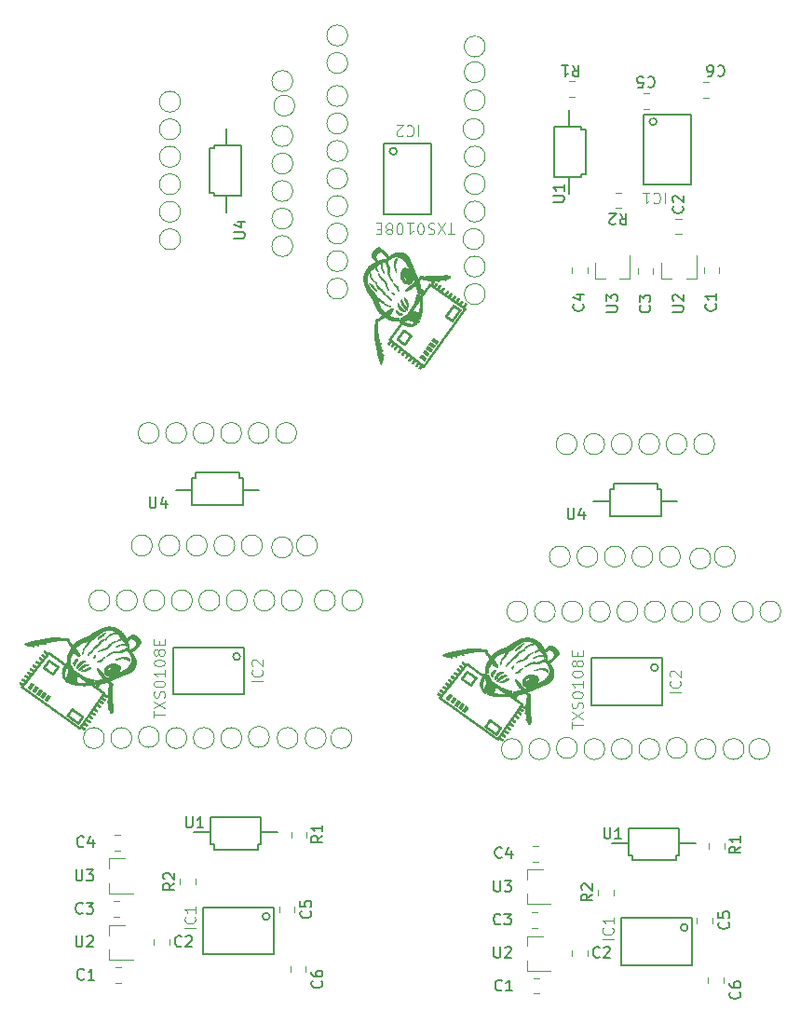
<source format=gto>
%MOIN*%
%OFA0B0*%
%FSLAX46Y46*%
%IPPOS*%
%LPD*%
%ADD10C,0.008*%
%ADD11C,0.005905511811023622*%
%ADD12C,0.0047244094488188976*%
%ADD13C,0.00039370078740157485*%
%ADD14C,0.0019685039370078744*%
%ADD25C,0.008*%
%ADD26C,0.005905511811023622*%
%ADD27C,0.0047244094488188976*%
%ADD28C,0.00039370078740157485*%
%ADD29C,0.0019685039370078744*%
%ADD30C,0.008*%
%ADD31C,0.005905511811023622*%
%ADD32C,0.0047244094488188976*%
%ADD33C,0.00039370078740157485*%
%ADD34C,0.0019685039370078744*%
G01*
D10*
X0000793562Y0001414271D02*
G75*
G03X0000793562Y0001414271I-0000012795D01*
G01*
X0000807342Y0001278444D02*
X0000555373Y0001278444D01*
X0000555373Y0001278444D02*
X0000555373Y0001447736D01*
X0000555373Y0001447736D02*
X0000807342Y0001447736D01*
X0000807342Y0001447736D02*
X0000807342Y0001278444D01*
D11*
X0000621856Y0002010411D02*
X0000582486Y0002010411D01*
X0000846265Y0002010411D02*
X0000862013Y0002010411D01*
X0000846265Y0002010411D02*
X0000802958Y0002010411D01*
X0000783273Y0001957261D02*
X0000641541Y0001957261D01*
X0000802958Y0001957261D02*
X0000802958Y0002053718D01*
X0000791147Y0002053718D02*
X0000791147Y0002071435D01*
X0000783273Y0001957261D02*
X0000802958Y0001957261D01*
X0000621856Y0001957261D02*
X0000621856Y0002053718D01*
X0000641541Y0001957261D02*
X0000621856Y0001957261D01*
X0000802958Y0002053718D02*
X0000791147Y0002053718D01*
X0000791147Y0002053718D02*
X0000791147Y0002071435D01*
X0000791147Y0002071435D02*
X0000653352Y0002071435D01*
X0000633667Y0002071435D02*
X0000633667Y0002053718D01*
X0000633667Y0002053718D02*
X0000621856Y0002053718D01*
X0000633667Y0002071435D02*
X0000657289Y0002071435D01*
X0000582486Y0002010411D02*
X0000562801Y0002010411D01*
D12*
X0000799448Y0001122637D02*
G75*
G03X0000799448Y0001122637I-0000037401D01*
G01*
X0000425433Y0001614763D02*
G75*
G03X0000425433Y0001614763I-0000037401D01*
G01*
X0000622283Y0001614763D02*
G75*
G03X0000622283Y0001614763I-0000037401D01*
G01*
X0000327007Y0001614763D02*
G75*
G03X0000327007Y0001614763I-0000037401D01*
G01*
X0000307322Y0001122637D02*
G75*
G03X0000307322Y0001122637I-0000037401D01*
G01*
X0001193149Y0001122637D02*
G75*
G03X0001193149Y0001122637I-0000037401D01*
G01*
X0001000747Y0001122637D02*
G75*
G03X0001000747Y0001122637I-0000037401D01*
G01*
X0001134094Y0001614763D02*
G75*
G03X0001134094Y0001614763I-0000037401D01*
G01*
X0000701023Y0001122637D02*
G75*
G03X0000701023Y0001122637I-0000037401D01*
G01*
X0000602598Y0001122637D02*
G75*
G03X0000602598Y0001122637I-0000037401D01*
G01*
X0000504173Y0001126712D02*
G75*
G03X0000504173Y0001126712I-0000037401D01*
G01*
X0000405747Y0001122637D02*
G75*
G03X0000405747Y0001122637I-0000037401D01*
G01*
X0000720708Y0001614763D02*
G75*
G03X0000720708Y0001614763I-0000037401D01*
G01*
X0000819133Y0001614763D02*
G75*
G03X0000819133Y0001614763I-0000037401D01*
G01*
X0000897873Y0001126712D02*
G75*
G03X0000897873Y0001126712I-0000037401D01*
G01*
X0000523858Y0001614763D02*
G75*
G03X0000523858Y0001614763I-0000037401D01*
G01*
X0001069651Y0001811435D02*
G75*
G03X0001069651Y0001811435I-0000037401D01*
G01*
X0001015984Y0001614763D02*
G75*
G03X0001015984Y0001614763I-0000037401D01*
G01*
X0000995596Y0002213561D02*
G75*
G03X0000995596Y0002213561I-0000037401D01*
G01*
X0000897171Y0002213561D02*
G75*
G03X0000897171Y0002213561I-0000037401D01*
G01*
X0000798746Y0002213561D02*
G75*
G03X0000798746Y0002213561I-0000037401D01*
G01*
X0000700321Y0002213561D02*
G75*
G03X0000700321Y0002213561I-0000037401D01*
G01*
X0001101141Y0001122637D02*
G75*
G03X0001101141Y0001122637I-0000037401D01*
G01*
X0000917559Y0001614763D02*
G75*
G03X0000917559Y0001614763I-0000037401D01*
G01*
X0000981423Y0001804368D02*
G75*
G03X0000981423Y0001804368I-0000037401D01*
G01*
X0000872801Y0001811435D02*
G75*
G03X0000872801Y0001811435I-0000037401D01*
G01*
X0000774376Y0001811435D02*
G75*
G03X0000774376Y0001811435I-0000037401D01*
G01*
X0000675950Y0001811435D02*
G75*
G03X0000675950Y0001811435I-0000037401D01*
G01*
X0000577525Y0001811435D02*
G75*
G03X0000577525Y0001811435I-0000037401D01*
G01*
X0000479100Y0001811435D02*
G75*
G03X0000479100Y0001811435I-0000037401D01*
G01*
X0000601895Y0002213561D02*
G75*
G03X0000601895Y0002213561I-0000037401D01*
G01*
X0001232519Y0001614763D02*
G75*
G03X0001232519Y0001614763I-0000037401D01*
G01*
X0000503470Y0002213561D02*
G75*
G03X0000503470Y0002213561I-0000037401D01*
G01*
D11*
X0000908307Y0000785118D02*
X0000927992Y0000785118D01*
X0000857125Y0000724094D02*
X0000833503Y0000724094D01*
X0000857125Y0000741811D02*
X0000868936Y0000741811D01*
X0000857125Y0000724094D02*
X0000857125Y0000741811D01*
X0000699645Y0000724094D02*
X0000837440Y0000724094D01*
X0000699645Y0000741811D02*
X0000699645Y0000724094D01*
X0000687834Y0000741811D02*
X0000699645Y0000741811D01*
X0000849251Y0000838267D02*
X0000868936Y0000838267D01*
X0000868936Y0000838267D02*
X0000868936Y0000741811D01*
X0000707519Y0000838267D02*
X0000687834Y0000838267D01*
X0000699645Y0000741811D02*
X0000699645Y0000724094D01*
X0000687834Y0000838267D02*
X0000687834Y0000741811D01*
X0000707519Y0000838267D02*
X0000849251Y0000838267D01*
X0000644527Y0000785118D02*
X0000687834Y0000785118D01*
X0000644527Y0000785118D02*
X0000628779Y0000785118D01*
X0000868936Y0000785118D02*
X0000908307Y0000785118D01*
D12*
X0001028464Y0000285186D02*
X0001028464Y0000305757D01*
X0000972559Y0000285186D02*
X0000972559Y0000305757D01*
X0000988464Y0000520049D02*
X0000988464Y0000499478D01*
X0000932559Y0000520049D02*
X0000932559Y0000499478D01*
X0000633464Y0000620049D02*
X0000633464Y0000599478D01*
X0000577559Y0000620049D02*
X0000577559Y0000599478D01*
D10*
X0000899606Y0000484251D02*
G75*
G03X0000899606Y0000484251I-0000012795D01*
G01*
X0000913385Y0000348425D02*
X0000661417Y0000348425D01*
X0000661417Y0000348425D02*
X0000661417Y0000517716D01*
X0000661417Y0000517716D02*
X0000913385Y0000517716D01*
X0000913385Y0000517716D02*
X0000913385Y0000348425D01*
D12*
X0001031889Y0000786860D02*
X0001031889Y0000766289D01*
X0000975984Y0000786860D02*
X0000975984Y0000766289D01*
X0000364510Y0000775984D02*
X0000344150Y0000775984D01*
X0000364510Y0000720078D02*
X0000344150Y0000720078D01*
X0000341492Y0000539763D02*
X0000361853Y0000539763D01*
X0000341492Y0000483858D02*
X0000361853Y0000483858D01*
X0000483858Y0000403881D02*
X0000483858Y0000383520D01*
X0000539763Y0000403881D02*
X0000539763Y0000383520D01*
X0000346611Y0000303543D02*
X0000366971Y0000303543D01*
X0000346611Y0000247637D02*
X0000366971Y0000247637D01*
X0000324409Y0000692125D02*
X0000381889Y0000692125D01*
X0000324409Y0000567716D02*
X0000409448Y0000567716D01*
X0000324409Y0000567716D02*
X0000324409Y0000604330D01*
X0000324409Y0000692125D02*
X0000324409Y0000655511D01*
X0000324409Y0000453937D02*
X0000324409Y0000417322D01*
X0000324409Y0000329527D02*
X0000324409Y0000366141D01*
X0000324409Y0000329527D02*
X0000409448Y0000329527D01*
X0000324409Y0000453937D02*
X0000381889Y0000453937D01*
D13*
G36*
X0000109859Y0001402240D02*
X0000110501Y0001401973D01*
X0000111145Y0001401568D01*
X0000113239Y0001400120D01*
X0000115351Y0001398652D01*
X0000117563Y0001397107D01*
X0000119955Y0001395428D01*
X0000121933Y0001394035D01*
X0000123159Y0001393172D01*
X0000124393Y0001392309D01*
X0000125520Y0001391522D01*
X0000126394Y0001390918D01*
X0000126802Y0001390633D01*
X0000127492Y0001390151D01*
X0000128416Y0001389504D01*
X0000129528Y0001388724D01*
X0000130782Y0001387844D01*
X0000132132Y0001386895D01*
X0000133531Y0001385912D01*
X0000134933Y0001384926D01*
X0000136292Y0001383969D01*
X0000137562Y0001383075D01*
X0000138696Y0001382276D01*
X0000139648Y0001381604D01*
X0000140236Y0001381188D01*
X0000141386Y0001380353D01*
X0000142236Y0001379673D01*
X0000142831Y0001379097D01*
X0000143212Y0001378571D01*
X0000143422Y0001378043D01*
X0000143505Y0001377462D01*
X0000143511Y0001377185D01*
X0000143406Y0001376517D01*
X0000143061Y0001375767D01*
X0000142778Y0001375315D01*
X0000142386Y0001374739D01*
X0000142076Y0001374307D01*
X0000141923Y0001374118D01*
X0000141783Y0001373943D01*
X0000141427Y0001373478D01*
X0000140876Y0001372752D01*
X0000140154Y0001371797D01*
X0000139283Y0001370641D01*
X0000138287Y0001369315D01*
X0000137187Y0001367850D01*
X0000136007Y0001366275D01*
X0000135515Y0001365618D01*
X0000134308Y0001364007D01*
X0000133174Y0001362494D01*
X0000132133Y0001361108D01*
X0000131210Y0001359881D01*
X0000130426Y0001358841D01*
X0000129804Y0001358020D01*
X0000129367Y0001357446D01*
X0000129138Y0001357151D01*
X0000129110Y0001357118D01*
X0000128931Y0001356904D01*
X0000128625Y0001356488D01*
X0000128504Y0001356318D01*
X0000128138Y0001355802D01*
X0000127833Y0001355390D01*
X0000127776Y0001355318D01*
X0000127570Y0001355049D01*
X0000127179Y0001354531D01*
X0000126657Y0001353834D01*
X0000126057Y0001353029D01*
X0000125974Y0001352918D01*
X0000125361Y0001352097D01*
X0000124812Y0001351366D01*
X0000124382Y0001350800D01*
X0000124128Y0001350472D01*
X0000124112Y0001350453D01*
X0000123370Y0001349849D01*
X0000122421Y0001349520D01*
X0000121380Y0001349505D01*
X0000121294Y0001349519D01*
X0000120796Y0001349705D01*
X0000120035Y0001350125D01*
X0000119052Y0001350753D01*
X0000118094Y0001351417D01*
X0000117024Y0001352182D01*
X0000116124Y0001352828D01*
X0000115292Y0001353428D01*
X0000114427Y0001354055D01*
X0000113426Y0001354785D01*
X0000112411Y0001355525D01*
X0000111983Y0001355836D01*
X0000111284Y0001356341D01*
X0000110367Y0001357001D01*
X0000109287Y0001357777D01*
X0000108097Y0001358632D01*
X0000106851Y0001359526D01*
X0000106835Y0001359537D01*
X0000105423Y0001360550D01*
X0000103915Y0001361635D01*
X0000102402Y0001362725D01*
X0000100974Y0001363755D01*
X0000099721Y0001364661D01*
X0000099035Y0001365159D01*
X0000097960Y0001365938D01*
X0000096916Y0001366693D01*
X0000095977Y0001367369D01*
X0000095217Y0001367916D01*
X0000094711Y0001368275D01*
X0000093023Y0001369476D01*
X0000091547Y0001370549D01*
X0000090307Y0001371473D01*
X0000089329Y0001372232D01*
X0000088637Y0001372805D01*
X0000088270Y0001373158D01*
X0000087709Y0001374071D01*
X0000087538Y0001375074D01*
X0000087566Y0001375335D01*
X0000093809Y0001375335D01*
X0000093811Y0001375318D01*
X0000094002Y0001375154D01*
X0000094500Y0001374772D01*
X0000095285Y0001374187D01*
X0000096339Y0001373411D01*
X0000097643Y0001372459D01*
X0000099178Y0001371345D01*
X0000100925Y0001370082D01*
X0000102864Y0001368685D01*
X0000103236Y0001368418D01*
X0000103979Y0001367884D01*
X0000104982Y0001367162D01*
X0000106180Y0001366300D01*
X0000107510Y0001365343D01*
X0000108906Y0001364337D01*
X0000110305Y0001363330D01*
X0000110600Y0001363118D01*
X0000111915Y0001362171D01*
X0000113173Y0001361265D01*
X0000114325Y0001360436D01*
X0000115321Y0001359720D01*
X0000116111Y0001359152D01*
X0000116646Y0001358768D01*
X0000116774Y0001358676D01*
X0000117414Y0001358213D01*
X0000118234Y0001357614D01*
X0000119091Y0001356982D01*
X0000119411Y0001356744D01*
X0000120109Y0001356239D01*
X0000120695Y0001355838D01*
X0000121093Y0001355594D01*
X0000121211Y0001355545D01*
X0000121362Y0001355699D01*
X0000121732Y0001356148D01*
X0000122300Y0001356864D01*
X0000123046Y0001357822D01*
X0000123950Y0001358995D01*
X0000124991Y0001360356D01*
X0000126149Y0001361879D01*
X0000127403Y0001363538D01*
X0000128734Y0001365306D01*
X0000129311Y0001366076D01*
X0000130666Y0001367887D01*
X0000131947Y0001369607D01*
X0000133135Y0001371209D01*
X0000134210Y0001372665D01*
X0000135152Y0001373948D01*
X0000135940Y0001375032D01*
X0000136557Y0001375889D01*
X0000136980Y0001376492D01*
X0000137191Y0001376814D01*
X0000137211Y0001376859D01*
X0000137130Y0001376986D01*
X0000136872Y0001377224D01*
X0000136416Y0001377589D01*
X0000135740Y0001378096D01*
X0000134823Y0001378760D01*
X0000133645Y0001379597D01*
X0000132183Y0001380624D01*
X0000130417Y0001381855D01*
X0000129911Y0001382206D01*
X0000129297Y0001382633D01*
X0000128429Y0001383241D01*
X0000127379Y0001383976D01*
X0000126220Y0001384790D01*
X0000125025Y0001385630D01*
X0000124611Y0001385920D01*
X0000123360Y0001386800D01*
X0000122063Y0001387711D01*
X0000120808Y0001388590D01*
X0000119684Y0001389377D01*
X0000118779Y0001390009D01*
X0000118611Y0001390126D01*
X0000117712Y0001390754D01*
X0000116589Y0001391540D01*
X0000115346Y0001392412D01*
X0000114085Y0001393298D01*
X0000113111Y0001393983D01*
X0000112103Y0001394687D01*
X0000111206Y0001395300D01*
X0000110469Y0001395789D01*
X0000109945Y0001396121D01*
X0000109684Y0001396261D01*
X0000109668Y0001396263D01*
X0000109514Y0001396098D01*
X0000109152Y0001395654D01*
X0000108614Y0001394974D01*
X0000107932Y0001394097D01*
X0000107138Y0001393065D01*
X0000106266Y0001391920D01*
X0000106168Y0001391791D01*
X0000104628Y0001389763D01*
X0000103045Y0001387679D01*
X0000101461Y0001385596D01*
X0000099918Y0001383570D01*
X0000098461Y0001381658D01*
X0000097130Y0001379915D01*
X0000095969Y0001378398D01*
X0000095313Y0001377542D01*
X0000094727Y0001376759D01*
X0000094253Y0001376088D01*
X0000093932Y0001375592D01*
X0000093809Y0001375335D01*
X0000087566Y0001375335D01*
X0000087593Y0001375583D01*
X0000087758Y0001375974D01*
X0000088131Y0001376612D01*
X0000088670Y0001377433D01*
X0000089329Y0001378373D01*
X0000090067Y0001379370D01*
X0000090838Y0001380358D01*
X0000090967Y0001380518D01*
X0000091178Y0001380789D01*
X0000091572Y0001381307D01*
X0000092094Y0001381998D01*
X0000092689Y0001382789D01*
X0000092711Y0001382818D01*
X0000093290Y0001383588D01*
X0000093783Y0001384237D01*
X0000094138Y0001384700D01*
X0000094308Y0001384913D01*
X0000094312Y0001384918D01*
X0000094473Y0001385116D01*
X0000094805Y0001385548D01*
X0000095242Y0001386125D01*
X0000095311Y0001386218D01*
X0000095759Y0001386810D01*
X0000096115Y0001387268D01*
X0000096309Y0001387507D01*
X0000096320Y0001387518D01*
X0000096493Y0001387732D01*
X0000096794Y0001388149D01*
X0000096911Y0001388318D01*
X0000097234Y0001388774D01*
X0000097462Y0001389074D01*
X0000097502Y0001389118D01*
X0000097616Y0001389245D01*
X0000097845Y0001389529D01*
X0000098214Y0001390002D01*
X0000098747Y0001390696D01*
X0000099469Y0001391643D01*
X0000100405Y0001392875D01*
X0000100480Y0001392973D01*
X0000101231Y0001393960D01*
X0000102125Y0001395128D01*
X0000103057Y0001396342D01*
X0000103925Y0001397469D01*
X0000104063Y0001397648D01*
X0000104774Y0001398572D01*
X0000105438Y0001399443D01*
X0000105998Y0001400186D01*
X0000106397Y0001400725D01*
X0000106517Y0001400893D01*
X0000107308Y0001401697D01*
X0000108307Y0001402184D01*
X0000109234Y0001402317D01*
X0000109859Y0001402240D01*
X0000109859Y0001402240D01*
G37*
X0000109859Y0001402240D02*
X0000110501Y0001401973D01*
X0000111145Y0001401568D01*
X0000113239Y0001400120D01*
X0000115351Y0001398652D01*
X0000117563Y0001397107D01*
X0000119955Y0001395428D01*
X0000121933Y0001394035D01*
X0000123159Y0001393172D01*
X0000124393Y0001392309D01*
X0000125520Y0001391522D01*
X0000126394Y0001390918D01*
X0000126802Y0001390633D01*
X0000127492Y0001390151D01*
X0000128416Y0001389504D01*
X0000129528Y0001388724D01*
X0000130782Y0001387844D01*
X0000132132Y0001386895D01*
X0000133531Y0001385912D01*
X0000134933Y0001384926D01*
X0000136292Y0001383969D01*
X0000137562Y0001383075D01*
X0000138696Y0001382276D01*
X0000139648Y0001381604D01*
X0000140236Y0001381188D01*
X0000141386Y0001380353D01*
X0000142236Y0001379673D01*
X0000142831Y0001379097D01*
X0000143212Y0001378571D01*
X0000143422Y0001378043D01*
X0000143505Y0001377462D01*
X0000143511Y0001377185D01*
X0000143406Y0001376517D01*
X0000143061Y0001375767D01*
X0000142778Y0001375315D01*
X0000142386Y0001374739D01*
X0000142076Y0001374307D01*
X0000141923Y0001374118D01*
X0000141783Y0001373943D01*
X0000141427Y0001373478D01*
X0000140876Y0001372752D01*
X0000140154Y0001371797D01*
X0000139283Y0001370641D01*
X0000138287Y0001369315D01*
X0000137187Y0001367850D01*
X0000136007Y0001366275D01*
X0000135515Y0001365618D01*
X0000134308Y0001364007D01*
X0000133174Y0001362494D01*
X0000132133Y0001361108D01*
X0000131210Y0001359881D01*
X0000130426Y0001358841D01*
X0000129804Y0001358020D01*
X0000129367Y0001357446D01*
X0000129138Y0001357151D01*
X0000129110Y0001357118D01*
X0000128931Y0001356904D01*
X0000128625Y0001356488D01*
X0000128504Y0001356318D01*
X0000128138Y0001355802D01*
X0000127833Y0001355390D01*
X0000127776Y0001355318D01*
X0000127570Y0001355049D01*
X0000127179Y0001354531D01*
X0000126657Y0001353834D01*
X0000126057Y0001353029D01*
X0000125974Y0001352918D01*
X0000125361Y0001352097D01*
X0000124812Y0001351366D01*
X0000124382Y0001350800D01*
X0000124128Y0001350472D01*
X0000124112Y0001350453D01*
X0000123370Y0001349849D01*
X0000122421Y0001349520D01*
X0000121380Y0001349505D01*
X0000121294Y0001349519D01*
X0000120796Y0001349705D01*
X0000120035Y0001350125D01*
X0000119052Y0001350753D01*
X0000118094Y0001351417D01*
X0000117024Y0001352182D01*
X0000116124Y0001352828D01*
X0000115292Y0001353428D01*
X0000114427Y0001354055D01*
X0000113426Y0001354785D01*
X0000112411Y0001355525D01*
X0000111983Y0001355836D01*
X0000111284Y0001356341D01*
X0000110367Y0001357001D01*
X0000109287Y0001357777D01*
X0000108097Y0001358632D01*
X0000106851Y0001359526D01*
X0000106835Y0001359537D01*
X0000105423Y0001360550D01*
X0000103915Y0001361635D01*
X0000102402Y0001362725D01*
X0000100974Y0001363755D01*
X0000099721Y0001364661D01*
X0000099035Y0001365159D01*
X0000097960Y0001365938D01*
X0000096916Y0001366693D01*
X0000095977Y0001367369D01*
X0000095217Y0001367916D01*
X0000094711Y0001368275D01*
X0000093023Y0001369476D01*
X0000091547Y0001370549D01*
X0000090307Y0001371473D01*
X0000089329Y0001372232D01*
X0000088637Y0001372805D01*
X0000088270Y0001373158D01*
X0000087709Y0001374071D01*
X0000087538Y0001375074D01*
X0000087566Y0001375335D01*
X0000093809Y0001375335D01*
X0000093811Y0001375318D01*
X0000094002Y0001375154D01*
X0000094500Y0001374772D01*
X0000095285Y0001374187D01*
X0000096339Y0001373411D01*
X0000097643Y0001372459D01*
X0000099178Y0001371345D01*
X0000100925Y0001370082D01*
X0000102864Y0001368685D01*
X0000103236Y0001368418D01*
X0000103979Y0001367884D01*
X0000104982Y0001367162D01*
X0000106180Y0001366300D01*
X0000107510Y0001365343D01*
X0000108906Y0001364337D01*
X0000110305Y0001363330D01*
X0000110600Y0001363118D01*
X0000111915Y0001362171D01*
X0000113173Y0001361265D01*
X0000114325Y0001360436D01*
X0000115321Y0001359720D01*
X0000116111Y0001359152D01*
X0000116646Y0001358768D01*
X0000116774Y0001358676D01*
X0000117414Y0001358213D01*
X0000118234Y0001357614D01*
X0000119091Y0001356982D01*
X0000119411Y0001356744D01*
X0000120109Y0001356239D01*
X0000120695Y0001355838D01*
X0000121093Y0001355594D01*
X0000121211Y0001355545D01*
X0000121362Y0001355699D01*
X0000121732Y0001356148D01*
X0000122300Y0001356864D01*
X0000123046Y0001357822D01*
X0000123950Y0001358995D01*
X0000124991Y0001360356D01*
X0000126149Y0001361879D01*
X0000127403Y0001363538D01*
X0000128734Y0001365306D01*
X0000129311Y0001366076D01*
X0000130666Y0001367887D01*
X0000131947Y0001369607D01*
X0000133135Y0001371209D01*
X0000134210Y0001372665D01*
X0000135152Y0001373948D01*
X0000135940Y0001375032D01*
X0000136557Y0001375889D01*
X0000136980Y0001376492D01*
X0000137191Y0001376814D01*
X0000137211Y0001376859D01*
X0000137130Y0001376986D01*
X0000136872Y0001377224D01*
X0000136416Y0001377589D01*
X0000135740Y0001378096D01*
X0000134823Y0001378760D01*
X0000133645Y0001379597D01*
X0000132183Y0001380624D01*
X0000130417Y0001381855D01*
X0000129911Y0001382206D01*
X0000129297Y0001382633D01*
X0000128429Y0001383241D01*
X0000127379Y0001383976D01*
X0000126220Y0001384790D01*
X0000125025Y0001385630D01*
X0000124611Y0001385920D01*
X0000123360Y0001386800D01*
X0000122063Y0001387711D01*
X0000120808Y0001388590D01*
X0000119684Y0001389377D01*
X0000118779Y0001390009D01*
X0000118611Y0001390126D01*
X0000117712Y0001390754D01*
X0000116589Y0001391540D01*
X0000115346Y0001392412D01*
X0000114085Y0001393298D01*
X0000113111Y0001393983D01*
X0000112103Y0001394687D01*
X0000111206Y0001395300D01*
X0000110469Y0001395789D01*
X0000109945Y0001396121D01*
X0000109684Y0001396261D01*
X0000109668Y0001396263D01*
X0000109514Y0001396098D01*
X0000109152Y0001395654D01*
X0000108614Y0001394974D01*
X0000107932Y0001394097D01*
X0000107138Y0001393065D01*
X0000106266Y0001391920D01*
X0000106168Y0001391791D01*
X0000104628Y0001389763D01*
X0000103045Y0001387679D01*
X0000101461Y0001385596D01*
X0000099918Y0001383570D01*
X0000098461Y0001381658D01*
X0000097130Y0001379915D01*
X0000095969Y0001378398D01*
X0000095313Y0001377542D01*
X0000094727Y0001376759D01*
X0000094253Y0001376088D01*
X0000093932Y0001375592D01*
X0000093809Y0001375335D01*
X0000087566Y0001375335D01*
X0000087593Y0001375583D01*
X0000087758Y0001375974D01*
X0000088131Y0001376612D01*
X0000088670Y0001377433D01*
X0000089329Y0001378373D01*
X0000090067Y0001379370D01*
X0000090838Y0001380358D01*
X0000090967Y0001380518D01*
X0000091178Y0001380789D01*
X0000091572Y0001381307D01*
X0000092094Y0001381998D01*
X0000092689Y0001382789D01*
X0000092711Y0001382818D01*
X0000093290Y0001383588D01*
X0000093783Y0001384237D01*
X0000094138Y0001384700D01*
X0000094308Y0001384913D01*
X0000094312Y0001384918D01*
X0000094473Y0001385116D01*
X0000094805Y0001385548D01*
X0000095242Y0001386125D01*
X0000095311Y0001386218D01*
X0000095759Y0001386810D01*
X0000096115Y0001387268D01*
X0000096309Y0001387507D01*
X0000096320Y0001387518D01*
X0000096493Y0001387732D01*
X0000096794Y0001388149D01*
X0000096911Y0001388318D01*
X0000097234Y0001388774D01*
X0000097462Y0001389074D01*
X0000097502Y0001389118D01*
X0000097616Y0001389245D01*
X0000097845Y0001389529D01*
X0000098214Y0001390002D01*
X0000098747Y0001390696D01*
X0000099469Y0001391643D01*
X0000100405Y0001392875D01*
X0000100480Y0001392973D01*
X0000101231Y0001393960D01*
X0000102125Y0001395128D01*
X0000103057Y0001396342D01*
X0000103925Y0001397469D01*
X0000104063Y0001397648D01*
X0000104774Y0001398572D01*
X0000105438Y0001399443D01*
X0000105998Y0001400186D01*
X0000106397Y0001400725D01*
X0000106517Y0001400893D01*
X0000107308Y0001401697D01*
X0000108307Y0001402184D01*
X0000109234Y0001402317D01*
X0000109859Y0001402240D01*
G36*
X0000045611Y0001320230D02*
X0000045966Y0001319988D01*
X0000046028Y0001319940D01*
X0000046445Y0001319653D01*
X0000046741Y0001319519D01*
X0000046756Y0001319518D01*
X0000046990Y0001319405D01*
X0000047481Y0001319099D01*
X0000048163Y0001318645D01*
X0000048974Y0001318086D01*
X0000049849Y0001317470D01*
X0000050723Y0001316841D01*
X0000051534Y0001316244D01*
X0000052216Y0001315725D01*
X0000052705Y0001315329D01*
X0000052782Y0001315262D01*
X0000053553Y0001314570D01*
X0000053013Y0001313594D01*
X0000052680Y0001313039D01*
X0000052235Y0001312358D01*
X0000051745Y0001311647D01*
X0000051279Y0001311003D01*
X0000050904Y0001310522D01*
X0000050713Y0001310318D01*
X0000050568Y0001310141D01*
X0000050209Y0001309680D01*
X0000049663Y0001308971D01*
X0000048956Y0001308048D01*
X0000048115Y0001306947D01*
X0000047168Y0001305702D01*
X0000046141Y0001304349D01*
X0000045928Y0001304068D01*
X0000044893Y0001302703D01*
X0000043936Y0001301445D01*
X0000043084Y0001300327D01*
X0000042363Y0001299384D01*
X0000041799Y0001298649D01*
X0000041418Y0001298158D01*
X0000041247Y0001297944D01*
X0000041239Y0001297938D01*
X0000041066Y0001298039D01*
X0000040652Y0001298279D01*
X0000040311Y0001298475D01*
X0000039618Y0001298896D01*
X0000038765Y0001299448D01*
X0000037820Y0001300082D01*
X0000036855Y0001300750D01*
X0000035940Y0001301401D01*
X0000035145Y0001301986D01*
X0000034540Y0001302456D01*
X0000034195Y0001302763D01*
X0000034181Y0001302779D01*
X0000033765Y0001303195D01*
X0000033394Y0001303475D01*
X0000033223Y0001303613D01*
X0000033225Y0001303806D01*
X0000033430Y0001304138D01*
X0000033833Y0001304646D01*
X0000034308Y0001305238D01*
X0000034716Y0001305768D01*
X0000034919Y0001306047D01*
X0000035132Y0001306342D01*
X0000035543Y0001306893D01*
X0000036105Y0001307642D01*
X0000036774Y0001308527D01*
X0000037397Y0001309347D01*
X0000038701Y0001311062D01*
X0000039782Y0001312486D01*
X0000040658Y0001313648D01*
X0000041349Y0001314573D01*
X0000041877Y0001315288D01*
X0000042260Y0001315822D01*
X0000042519Y0001316199D01*
X0000042674Y0001316448D01*
X0000042693Y0001316483D01*
X0000042997Y0001316983D01*
X0000043216Y0001317283D01*
X0000043425Y0001317556D01*
X0000043798Y0001318053D01*
X0000044261Y0001318677D01*
X0000044741Y0001319329D01*
X0000045165Y0001319910D01*
X0000045439Y0001320290D01*
X0000045611Y0001320230D01*
X0000045611Y0001320230D01*
G37*
X0000045611Y0001320230D02*
X0000045966Y0001319988D01*
X0000046028Y0001319940D01*
X0000046445Y0001319653D01*
X0000046741Y0001319519D01*
X0000046756Y0001319518D01*
X0000046990Y0001319405D01*
X0000047481Y0001319099D01*
X0000048163Y0001318645D01*
X0000048974Y0001318086D01*
X0000049849Y0001317470D01*
X0000050723Y0001316841D01*
X0000051534Y0001316244D01*
X0000052216Y0001315725D01*
X0000052705Y0001315329D01*
X0000052782Y0001315262D01*
X0000053553Y0001314570D01*
X0000053013Y0001313594D01*
X0000052680Y0001313039D01*
X0000052235Y0001312358D01*
X0000051745Y0001311647D01*
X0000051279Y0001311003D01*
X0000050904Y0001310522D01*
X0000050713Y0001310318D01*
X0000050568Y0001310141D01*
X0000050209Y0001309680D01*
X0000049663Y0001308971D01*
X0000048956Y0001308048D01*
X0000048115Y0001306947D01*
X0000047168Y0001305702D01*
X0000046141Y0001304349D01*
X0000045928Y0001304068D01*
X0000044893Y0001302703D01*
X0000043936Y0001301445D01*
X0000043084Y0001300327D01*
X0000042363Y0001299384D01*
X0000041799Y0001298649D01*
X0000041418Y0001298158D01*
X0000041247Y0001297944D01*
X0000041239Y0001297938D01*
X0000041066Y0001298039D01*
X0000040652Y0001298279D01*
X0000040311Y0001298475D01*
X0000039618Y0001298896D01*
X0000038765Y0001299448D01*
X0000037820Y0001300082D01*
X0000036855Y0001300750D01*
X0000035940Y0001301401D01*
X0000035145Y0001301986D01*
X0000034540Y0001302456D01*
X0000034195Y0001302763D01*
X0000034181Y0001302779D01*
X0000033765Y0001303195D01*
X0000033394Y0001303475D01*
X0000033223Y0001303613D01*
X0000033225Y0001303806D01*
X0000033430Y0001304138D01*
X0000033833Y0001304646D01*
X0000034308Y0001305238D01*
X0000034716Y0001305768D01*
X0000034919Y0001306047D01*
X0000035132Y0001306342D01*
X0000035543Y0001306893D01*
X0000036105Y0001307642D01*
X0000036774Y0001308527D01*
X0000037397Y0001309347D01*
X0000038701Y0001311062D01*
X0000039782Y0001312486D01*
X0000040658Y0001313648D01*
X0000041349Y0001314573D01*
X0000041877Y0001315288D01*
X0000042260Y0001315822D01*
X0000042519Y0001316199D01*
X0000042674Y0001316448D01*
X0000042693Y0001316483D01*
X0000042997Y0001316983D01*
X0000043216Y0001317283D01*
X0000043425Y0001317556D01*
X0000043798Y0001318053D01*
X0000044261Y0001318677D01*
X0000044741Y0001319329D01*
X0000045165Y0001319910D01*
X0000045439Y0001320290D01*
X0000045611Y0001320230D01*
G36*
X0000061828Y0001307980D02*
X0000062418Y0001307658D01*
X0000063207Y0001307177D01*
X0000064138Y0001306575D01*
X0000065149Y0001305893D01*
X0000066181Y0001305171D01*
X0000067175Y0001304447D01*
X0000068069Y0001303762D01*
X0000068188Y0001303668D01*
X0000068784Y0001303212D01*
X0000069271Y0001302875D01*
X0000069557Y0001302721D01*
X0000069579Y0001302718D01*
X0000069607Y0001302593D01*
X0000069401Y0001302292D01*
X0000069379Y0001302268D01*
X0000069039Y0001301822D01*
X0000068639Y0001301210D01*
X0000068465Y0001300917D01*
X0000068004Y0001300199D01*
X0000067449Y0001299454D01*
X0000067241Y0001299205D01*
X0000066854Y0001298743D01*
X0000066296Y0001298048D01*
X0000065632Y0001297206D01*
X0000064933Y0001296303D01*
X0000064770Y0001296090D01*
X0000064059Y0001295159D01*
X0000063184Y0001294014D01*
X0000062226Y0001292761D01*
X0000061265Y0001291503D01*
X0000060539Y0001290553D01*
X0000059786Y0001289577D01*
X0000059114Y0001288721D01*
X0000058559Y0001288033D01*
X0000058160Y0001287558D01*
X0000057954Y0001287345D01*
X0000057939Y0001287337D01*
X0000057706Y0001287439D01*
X0000057244Y0001287678D01*
X0000056863Y0001287887D01*
X0000056149Y0001288316D01*
X0000055258Y0001288894D01*
X0000054265Y0001289569D01*
X0000053247Y0001290285D01*
X0000052282Y0001290987D01*
X0000051446Y0001291621D01*
X0000050816Y0001292132D01*
X0000050538Y0001292388D01*
X0000049865Y0001293084D01*
X0000050437Y0001293851D01*
X0000050796Y0001294323D01*
X0000051056Y0001294647D01*
X0000051120Y0001294718D01*
X0000051269Y0001294899D01*
X0000051624Y0001295351D01*
X0000052150Y0001296027D01*
X0000052808Y0001296880D01*
X0000053563Y0001297862D01*
X0000053913Y0001298318D01*
X0000054775Y0001299443D01*
X0000055629Y0001300555D01*
X0000056417Y0001301582D01*
X0000057085Y0001302450D01*
X0000057576Y0001303089D01*
X0000057653Y0001303188D01*
X0000058133Y0001303840D01*
X0000058500Y0001304393D01*
X0000058694Y0001304758D01*
X0000058711Y0001304828D01*
X0000058862Y0001305167D01*
X0000058969Y0001305258D01*
X0000059201Y0001305487D01*
X0000059590Y0001305954D01*
X0000060063Y0001306571D01*
X0000060208Y0001306768D01*
X0000060694Y0001307387D01*
X0000061130Y0001307853D01*
X0000061439Y0001308088D01*
X0000061500Y0001308102D01*
X0000061828Y0001307980D01*
X0000061828Y0001307980D01*
G37*
X0000061828Y0001307980D02*
X0000062418Y0001307658D01*
X0000063207Y0001307177D01*
X0000064138Y0001306575D01*
X0000065149Y0001305893D01*
X0000066181Y0001305171D01*
X0000067175Y0001304447D01*
X0000068069Y0001303762D01*
X0000068188Y0001303668D01*
X0000068784Y0001303212D01*
X0000069271Y0001302875D01*
X0000069557Y0001302721D01*
X0000069579Y0001302718D01*
X0000069607Y0001302593D01*
X0000069401Y0001302292D01*
X0000069379Y0001302268D01*
X0000069039Y0001301822D01*
X0000068639Y0001301210D01*
X0000068465Y0001300917D01*
X0000068004Y0001300199D01*
X0000067449Y0001299454D01*
X0000067241Y0001299205D01*
X0000066854Y0001298743D01*
X0000066296Y0001298048D01*
X0000065632Y0001297206D01*
X0000064933Y0001296303D01*
X0000064770Y0001296090D01*
X0000064059Y0001295159D01*
X0000063184Y0001294014D01*
X0000062226Y0001292761D01*
X0000061265Y0001291503D01*
X0000060539Y0001290553D01*
X0000059786Y0001289577D01*
X0000059114Y0001288721D01*
X0000058559Y0001288033D01*
X0000058160Y0001287558D01*
X0000057954Y0001287345D01*
X0000057939Y0001287337D01*
X0000057706Y0001287439D01*
X0000057244Y0001287678D01*
X0000056863Y0001287887D01*
X0000056149Y0001288316D01*
X0000055258Y0001288894D01*
X0000054265Y0001289569D01*
X0000053247Y0001290285D01*
X0000052282Y0001290987D01*
X0000051446Y0001291621D01*
X0000050816Y0001292132D01*
X0000050538Y0001292388D01*
X0000049865Y0001293084D01*
X0000050437Y0001293851D01*
X0000050796Y0001294323D01*
X0000051056Y0001294647D01*
X0000051120Y0001294718D01*
X0000051269Y0001294899D01*
X0000051624Y0001295351D01*
X0000052150Y0001296027D01*
X0000052808Y0001296880D01*
X0000053563Y0001297862D01*
X0000053913Y0001298318D01*
X0000054775Y0001299443D01*
X0000055629Y0001300555D01*
X0000056417Y0001301582D01*
X0000057085Y0001302450D01*
X0000057576Y0001303089D01*
X0000057653Y0001303188D01*
X0000058133Y0001303840D01*
X0000058500Y0001304393D01*
X0000058694Y0001304758D01*
X0000058711Y0001304828D01*
X0000058862Y0001305167D01*
X0000058969Y0001305258D01*
X0000059201Y0001305487D01*
X0000059590Y0001305954D01*
X0000060063Y0001306571D01*
X0000060208Y0001306768D01*
X0000060694Y0001307387D01*
X0000061130Y0001307853D01*
X0000061439Y0001308088D01*
X0000061500Y0001308102D01*
X0000061828Y0001307980D01*
G36*
X0000077160Y0001296889D02*
X0000077764Y0001296513D01*
X0000078570Y0001295982D01*
X0000079461Y0001295376D01*
X0000080073Y0001294948D01*
X0000080867Y0001294387D01*
X0000081577Y0001293888D01*
X0000082119Y0001293511D01*
X0000082381Y0001293331D01*
X0000082786Y0001293021D01*
X0000083311Y0001292570D01*
X0000083541Y0001292360D01*
X0000084271Y0001291676D01*
X0000083125Y0001290147D01*
X0000082574Y0001289402D01*
X0000082074Y0001288708D01*
X0000081702Y0001288174D01*
X0000081600Y0001288018D01*
X0000081316Y0001287590D01*
X0000081120Y0001287332D01*
X0000081106Y0001287318D01*
X0000080939Y0001287111D01*
X0000080622Y0001286676D01*
X0000080301Y0001286218D01*
X0000079918Y0001285671D01*
X0000079624Y0001285269D01*
X0000079502Y0001285118D01*
X0000079349Y0001284925D01*
X0000079002Y0001284458D01*
X0000078497Y0001283768D01*
X0000077873Y0001282907D01*
X0000077166Y0001281928D01*
X0000076414Y0001280880D01*
X0000076226Y0001280618D01*
X0000075986Y0001280287D01*
X0000075576Y0001279728D01*
X0000075065Y0001279033D01*
X0000074758Y0001278618D01*
X0000074224Y0001277882D01*
X0000073761Y0001277221D01*
X0000073435Y0001276732D01*
X0000073337Y0001276568D01*
X0000072989Y0001276181D01*
X0000072594Y0001276182D01*
X0000072311Y0001276418D01*
X0000071958Y0001276672D01*
X0000071762Y0001276718D01*
X0000071467Y0001276828D01*
X0000070951Y0001277123D01*
X0000070312Y0001277543D01*
X0000070137Y0001277667D01*
X0000069315Y0001278245D01*
X0000068434Y0001278849D01*
X0000067686Y0001279346D01*
X0000066907Y0001279900D01*
X0000066101Y0001280546D01*
X0000065649Y0001280951D01*
X0000064736Y0001281825D01*
X0000065824Y0001283281D01*
X0000066303Y0001283933D01*
X0000066674Y0001284459D01*
X0000066884Y0001284781D01*
X0000066911Y0001284841D01*
X0000067031Y0001285057D01*
X0000067161Y0001285208D01*
X0000067394Y0001285492D01*
X0000067779Y0001286001D01*
X0000068240Y0001286633D01*
X0000068311Y0001286733D01*
X0000068834Y0001287460D01*
X0000069490Y0001288364D01*
X0000070174Y0001289299D01*
X0000070511Y0001289757D01*
X0000071136Y0001290609D01*
X0000071756Y0001291465D01*
X0000072281Y0001292201D01*
X0000072511Y0001292530D01*
X0000072918Y0001293107D01*
X0000073483Y0001293895D01*
X0000074126Y0001294782D01*
X0000074668Y0001295521D01*
X0000076124Y0001297500D01*
X0000077160Y0001296889D01*
X0000077160Y0001296889D01*
G37*
X0000077160Y0001296889D02*
X0000077764Y0001296513D01*
X0000078570Y0001295982D01*
X0000079461Y0001295376D01*
X0000080073Y0001294948D01*
X0000080867Y0001294387D01*
X0000081577Y0001293888D01*
X0000082119Y0001293511D01*
X0000082381Y0001293331D01*
X0000082786Y0001293021D01*
X0000083311Y0001292570D01*
X0000083541Y0001292360D01*
X0000084271Y0001291676D01*
X0000083125Y0001290147D01*
X0000082574Y0001289402D01*
X0000082074Y0001288708D01*
X0000081702Y0001288174D01*
X0000081600Y0001288018D01*
X0000081316Y0001287590D01*
X0000081120Y0001287332D01*
X0000081106Y0001287318D01*
X0000080939Y0001287111D01*
X0000080622Y0001286676D01*
X0000080301Y0001286218D01*
X0000079918Y0001285671D01*
X0000079624Y0001285269D01*
X0000079502Y0001285118D01*
X0000079349Y0001284925D01*
X0000079002Y0001284458D01*
X0000078497Y0001283768D01*
X0000077873Y0001282907D01*
X0000077166Y0001281928D01*
X0000076414Y0001280880D01*
X0000076226Y0001280618D01*
X0000075986Y0001280287D01*
X0000075576Y0001279728D01*
X0000075065Y0001279033D01*
X0000074758Y0001278618D01*
X0000074224Y0001277882D01*
X0000073761Y0001277221D01*
X0000073435Y0001276732D01*
X0000073337Y0001276568D01*
X0000072989Y0001276181D01*
X0000072594Y0001276182D01*
X0000072311Y0001276418D01*
X0000071958Y0001276672D01*
X0000071762Y0001276718D01*
X0000071467Y0001276828D01*
X0000070951Y0001277123D01*
X0000070312Y0001277543D01*
X0000070137Y0001277667D01*
X0000069315Y0001278245D01*
X0000068434Y0001278849D01*
X0000067686Y0001279346D01*
X0000066907Y0001279900D01*
X0000066101Y0001280546D01*
X0000065649Y0001280951D01*
X0000064736Y0001281825D01*
X0000065824Y0001283281D01*
X0000066303Y0001283933D01*
X0000066674Y0001284459D01*
X0000066884Y0001284781D01*
X0000066911Y0001284841D01*
X0000067031Y0001285057D01*
X0000067161Y0001285208D01*
X0000067394Y0001285492D01*
X0000067779Y0001286001D01*
X0000068240Y0001286633D01*
X0000068311Y0001286733D01*
X0000068834Y0001287460D01*
X0000069490Y0001288364D01*
X0000070174Y0001289299D01*
X0000070511Y0001289757D01*
X0000071136Y0001290609D01*
X0000071756Y0001291465D01*
X0000072281Y0001292201D01*
X0000072511Y0001292530D01*
X0000072918Y0001293107D01*
X0000073483Y0001293895D01*
X0000074126Y0001294782D01*
X0000074668Y0001295521D01*
X0000076124Y0001297500D01*
X0000077160Y0001296889D01*
G36*
X0000090102Y0001287681D02*
X0000090181Y0001287567D01*
X0000090213Y0001287515D01*
X0000090457Y0001287305D01*
X0000090921Y0001287019D01*
X0000091122Y0001286912D01*
X0000091631Y0001286616D01*
X0000092378Y0001286135D01*
X0000093282Y0001285527D01*
X0000094263Y0001284847D01*
X0000095239Y0001284154D01*
X0000096130Y0001283503D01*
X0000096855Y0001282952D01*
X0000097333Y0001282557D01*
X0000097359Y0001282533D01*
X0000097958Y0001281973D01*
X0000095795Y0001278795D01*
X0000095116Y0001277802D01*
X0000094512Y0001276925D01*
X0000094020Y0001276218D01*
X0000093676Y0001275732D01*
X0000093517Y0001275521D01*
X0000093513Y0001275518D01*
X0000093356Y0001275314D01*
X0000093041Y0001274860D01*
X0000092627Y0001274241D01*
X0000092480Y0001274018D01*
X0000092040Y0001273354D01*
X0000091469Y0001272503D01*
X0000090809Y0001271528D01*
X0000090103Y0001270493D01*
X0000089397Y0001269462D01*
X0000088734Y0001268499D01*
X0000088157Y0001267667D01*
X0000087710Y0001267031D01*
X0000087437Y0001266654D01*
X0000087416Y0001266627D01*
X0000087178Y0001266224D01*
X0000087111Y0001265977D01*
X0000087001Y0001265761D01*
X0000086650Y0001265783D01*
X0000086025Y0001266047D01*
X0000085821Y0001266152D01*
X0000085142Y0001266541D01*
X0000084331Y0001267056D01*
X0000083431Y0001267664D01*
X0000082487Y0001268330D01*
X0000081543Y0001269020D01*
X0000080642Y0001269702D01*
X0000079829Y0001270342D01*
X0000079148Y0001270905D01*
X0000078643Y0001271359D01*
X0000078358Y0001271670D01*
X0000078337Y0001271803D01*
X0000078435Y0001271794D01*
X0000078761Y0001271804D01*
X0000079066Y0001272068D01*
X0000079324Y0001272451D01*
X0000079632Y0001272937D01*
X0000079862Y0001273261D01*
X0000079913Y0001273318D01*
X0000080057Y0001273507D01*
X0000080388Y0001273977D01*
X0000080871Y0001274678D01*
X0000081472Y0001275557D01*
X0000082153Y0001276565D01*
X0000082323Y0001276818D01*
X0000083018Y0001277848D01*
X0000083638Y0001278762D01*
X0000084148Y0001279510D01*
X0000084514Y0001280040D01*
X0000084700Y0001280301D01*
X0000084714Y0001280318D01*
X0000084861Y0001280514D01*
X0000085181Y0001280973D01*
X0000085625Y0001281624D01*
X0000086094Y0001282318D01*
X0000087117Y0001283841D01*
X0000087940Y0001285062D01*
X0000088587Y0001286011D01*
X0000089082Y0001286719D01*
X0000089448Y0001287215D01*
X0000089709Y0001287529D01*
X0000089890Y0001287692D01*
X0000090012Y0001287732D01*
X0000090102Y0001287681D01*
X0000090102Y0001287681D01*
G37*
X0000090102Y0001287681D02*
X0000090181Y0001287567D01*
X0000090213Y0001287515D01*
X0000090457Y0001287305D01*
X0000090921Y0001287019D01*
X0000091122Y0001286912D01*
X0000091631Y0001286616D01*
X0000092378Y0001286135D01*
X0000093282Y0001285527D01*
X0000094263Y0001284847D01*
X0000095239Y0001284154D01*
X0000096130Y0001283503D01*
X0000096855Y0001282952D01*
X0000097333Y0001282557D01*
X0000097359Y0001282533D01*
X0000097958Y0001281973D01*
X0000095795Y0001278795D01*
X0000095116Y0001277802D01*
X0000094512Y0001276925D01*
X0000094020Y0001276218D01*
X0000093676Y0001275732D01*
X0000093517Y0001275521D01*
X0000093513Y0001275518D01*
X0000093356Y0001275314D01*
X0000093041Y0001274860D01*
X0000092627Y0001274241D01*
X0000092480Y0001274018D01*
X0000092040Y0001273354D01*
X0000091469Y0001272503D01*
X0000090809Y0001271528D01*
X0000090103Y0001270493D01*
X0000089397Y0001269462D01*
X0000088734Y0001268499D01*
X0000088157Y0001267667D01*
X0000087710Y0001267031D01*
X0000087437Y0001266654D01*
X0000087416Y0001266627D01*
X0000087178Y0001266224D01*
X0000087111Y0001265977D01*
X0000087001Y0001265761D01*
X0000086650Y0001265783D01*
X0000086025Y0001266047D01*
X0000085821Y0001266152D01*
X0000085142Y0001266541D01*
X0000084331Y0001267056D01*
X0000083431Y0001267664D01*
X0000082487Y0001268330D01*
X0000081543Y0001269020D01*
X0000080642Y0001269702D01*
X0000079829Y0001270342D01*
X0000079148Y0001270905D01*
X0000078643Y0001271359D01*
X0000078358Y0001271670D01*
X0000078337Y0001271803D01*
X0000078435Y0001271794D01*
X0000078761Y0001271804D01*
X0000079066Y0001272068D01*
X0000079324Y0001272451D01*
X0000079632Y0001272937D01*
X0000079862Y0001273261D01*
X0000079913Y0001273318D01*
X0000080057Y0001273507D01*
X0000080388Y0001273977D01*
X0000080871Y0001274678D01*
X0000081472Y0001275557D01*
X0000082153Y0001276565D01*
X0000082323Y0001276818D01*
X0000083018Y0001277848D01*
X0000083638Y0001278762D01*
X0000084148Y0001279510D01*
X0000084514Y0001280040D01*
X0000084700Y0001280301D01*
X0000084714Y0001280318D01*
X0000084861Y0001280514D01*
X0000085181Y0001280973D01*
X0000085625Y0001281624D01*
X0000086094Y0001282318D01*
X0000087117Y0001283841D01*
X0000087940Y0001285062D01*
X0000088587Y0001286011D01*
X0000089082Y0001286719D01*
X0000089448Y0001287215D01*
X0000089709Y0001287529D01*
X0000089890Y0001287692D01*
X0000090012Y0001287732D01*
X0000090102Y0001287681D01*
G36*
X0000105222Y0001277235D02*
X0000105838Y0001276856D01*
X0000106008Y0001276749D01*
X0000106989Y0001276115D01*
X0000108079Y0001275377D01*
X0000109194Y0001274596D01*
X0000110251Y0001273831D01*
X0000111165Y0001273145D01*
X0000111851Y0001272595D01*
X0000112000Y0001272466D01*
X0000112790Y0001271763D01*
X0000111844Y0001270390D01*
X0000111303Y0001269607D01*
X0000110639Y0001268651D01*
X0000109958Y0001267675D01*
X0000109638Y0001267218D01*
X0000109000Y0001266306D01*
X0000108237Y0001265212D01*
X0000107452Y0001264086D01*
X0000106848Y0001263218D01*
X0000106270Y0001262388D01*
X0000105767Y0001261670D01*
X0000105386Y0001261132D01*
X0000105175Y0001260841D01*
X0000105157Y0001260818D01*
X0000104963Y0001260552D01*
X0000104628Y0001260071D01*
X0000104319Y0001259618D01*
X0000103890Y0001258996D01*
X0000103324Y0001258188D01*
X0000102717Y0001257334D01*
X0000102477Y0001257000D01*
X0000101980Y0001256278D01*
X0000101589Y0001255649D01*
X0000101355Y0001255200D01*
X0000101311Y0001255050D01*
X0000101286Y0001254835D01*
X0000101171Y0001254758D01*
X0000100905Y0001254837D01*
X0000100427Y0001255090D01*
X0000099677Y0001255538D01*
X0000099607Y0001255580D01*
X0000098672Y0001256171D01*
X0000097619Y0001256872D01*
X0000096527Y0001257626D01*
X0000095472Y0001258381D01*
X0000094530Y0001259080D01*
X0000093779Y0001259669D01*
X0000093327Y0001260063D01*
X0000092928Y0001260479D01*
X0000092795Y0001260733D01*
X0000092890Y0001260921D01*
X0000092946Y0001260971D01*
X0000093250Y0001261291D01*
X0000093628Y0001261779D01*
X0000093725Y0001261918D01*
X0000094064Y0001262404D01*
X0000094325Y0001262759D01*
X0000094373Y0001262818D01*
X0000094557Y0001263063D01*
X0000094928Y0001263583D01*
X0000095447Y0001264322D01*
X0000096076Y0001265224D01*
X0000096777Y0001266234D01*
X0000097509Y0001267295D01*
X0000098236Y0001268353D01*
X0000098917Y0001269351D01*
X0000099166Y0001269718D01*
X0000099804Y0001270650D01*
X0000100576Y0001271765D01*
X0000101381Y0001272918D01*
X0000102086Y0001273918D01*
X0000102697Y0001274781D01*
X0000103242Y0001275552D01*
X0000103669Y0001276160D01*
X0000103928Y0001276533D01*
X0000103965Y0001276587D01*
X0000104303Y0001277090D01*
X0000104557Y0001277360D01*
X0000104830Y0001277405D01*
X0000105222Y0001277235D01*
X0000105222Y0001277235D01*
G37*
X0000105222Y0001277235D02*
X0000105838Y0001276856D01*
X0000106008Y0001276749D01*
X0000106989Y0001276115D01*
X0000108079Y0001275377D01*
X0000109194Y0001274596D01*
X0000110251Y0001273831D01*
X0000111165Y0001273145D01*
X0000111851Y0001272595D01*
X0000112000Y0001272466D01*
X0000112790Y0001271763D01*
X0000111844Y0001270390D01*
X0000111303Y0001269607D01*
X0000110639Y0001268651D01*
X0000109958Y0001267675D01*
X0000109638Y0001267218D01*
X0000109000Y0001266306D01*
X0000108237Y0001265212D01*
X0000107452Y0001264086D01*
X0000106848Y0001263218D01*
X0000106270Y0001262388D01*
X0000105767Y0001261670D01*
X0000105386Y0001261132D01*
X0000105175Y0001260841D01*
X0000105157Y0001260818D01*
X0000104963Y0001260552D01*
X0000104628Y0001260071D01*
X0000104319Y0001259618D01*
X0000103890Y0001258996D01*
X0000103324Y0001258188D01*
X0000102717Y0001257334D01*
X0000102477Y0001257000D01*
X0000101980Y0001256278D01*
X0000101589Y0001255649D01*
X0000101355Y0001255200D01*
X0000101311Y0001255050D01*
X0000101286Y0001254835D01*
X0000101171Y0001254758D01*
X0000100905Y0001254837D01*
X0000100427Y0001255090D01*
X0000099677Y0001255538D01*
X0000099607Y0001255580D01*
X0000098672Y0001256171D01*
X0000097619Y0001256872D01*
X0000096527Y0001257626D01*
X0000095472Y0001258381D01*
X0000094530Y0001259080D01*
X0000093779Y0001259669D01*
X0000093327Y0001260063D01*
X0000092928Y0001260479D01*
X0000092795Y0001260733D01*
X0000092890Y0001260921D01*
X0000092946Y0001260971D01*
X0000093250Y0001261291D01*
X0000093628Y0001261779D01*
X0000093725Y0001261918D01*
X0000094064Y0001262404D01*
X0000094325Y0001262759D01*
X0000094373Y0001262818D01*
X0000094557Y0001263063D01*
X0000094928Y0001263583D01*
X0000095447Y0001264322D01*
X0000096076Y0001265224D01*
X0000096777Y0001266234D01*
X0000097509Y0001267295D01*
X0000098236Y0001268353D01*
X0000098917Y0001269351D01*
X0000099166Y0001269718D01*
X0000099804Y0001270650D01*
X0000100576Y0001271765D01*
X0000101381Y0001272918D01*
X0000102086Y0001273918D01*
X0000102697Y0001274781D01*
X0000103242Y0001275552D01*
X0000103669Y0001276160D01*
X0000103928Y0001276533D01*
X0000103965Y0001276587D01*
X0000104303Y0001277090D01*
X0000104557Y0001277360D01*
X0000104830Y0001277405D01*
X0000105222Y0001277235D01*
G36*
X0000192014Y0001228378D02*
X0000192721Y0001228156D01*
X0000193111Y0001227937D01*
X0000193431Y0001227721D01*
X0000194009Y0001227321D01*
X0000194776Y0001226784D01*
X0000195664Y0001226158D01*
X0000196606Y0001225490D01*
X0000197534Y0001224830D01*
X0000198380Y0001224224D01*
X0000198699Y0001223995D01*
X0000199066Y0001223730D01*
X0000199700Y0001223276D01*
X0000200549Y0001222668D01*
X0000201559Y0001221946D01*
X0000202677Y0001221146D01*
X0000203850Y0001220307D01*
X0000205026Y0001219466D01*
X0000206152Y0001218662D01*
X0000207175Y0001217932D01*
X0000208042Y0001217313D01*
X0000208699Y0001216844D01*
X0000209095Y0001216562D01*
X0000209139Y0001216531D01*
X0000209553Y0001216237D01*
X0000210216Y0001215763D01*
X0000211053Y0001215164D01*
X0000211988Y0001214493D01*
X0000212511Y0001214118D01*
X0000213437Y0001213452D01*
X0000214277Y0001212850D01*
X0000214965Y0001212358D01*
X0000215434Y0001212023D01*
X0000215583Y0001211918D01*
X0000215899Y0001211694D01*
X0000216467Y0001211291D01*
X0000217214Y0001210759D01*
X0000218066Y0001210150D01*
X0000218311Y0001209976D01*
X0000219256Y0001209302D01*
X0000220189Y0001208637D01*
X0000221011Y0001208052D01*
X0000221620Y0001207619D01*
X0000221681Y0001207576D01*
X0000222997Y0001206638D01*
X0000224330Y0001205680D01*
X0000225639Y0001204731D01*
X0000226882Y0001203822D01*
X0000228016Y0001202985D01*
X0000229000Y0001202250D01*
X0000229792Y0001201648D01*
X0000230349Y0001201212D01*
X0000230631Y0001200970D01*
X0000230649Y0001200949D01*
X0000231013Y0001200228D01*
X0000231199Y0001199347D01*
X0000231164Y0001198523D01*
X0000231143Y0001198441D01*
X0000230970Y0001198039D01*
X0000230617Y0001197383D01*
X0000230130Y0001196552D01*
X0000229552Y0001195623D01*
X0000229285Y0001195208D01*
X0000228341Y0001193764D01*
X0000227284Y0001192147D01*
X0000226096Y0001190332D01*
X0000224760Y0001188292D01*
X0000223259Y0001186001D01*
X0000221575Y0001183432D01*
X0000219691Y0001180559D01*
X0000219411Y0001180132D01*
X0000218311Y0001178461D01*
X0000217398Y0001177096D01*
X0000216644Y0001176007D01*
X0000216022Y0001175163D01*
X0000215505Y0001174533D01*
X0000215065Y0001174087D01*
X0000214673Y0001173793D01*
X0000214304Y0001173621D01*
X0000213928Y0001173540D01*
X0000213518Y0001173519D01*
X0000213484Y0001173519D01*
X0000212890Y0001173633D01*
X0000212160Y0001173928D01*
X0000211811Y0001174117D01*
X0000211170Y0001174520D01*
X0000210357Y0001175058D01*
X0000209521Y0001175633D01*
X0000209311Y0001175782D01*
X0000208180Y0001176586D01*
X0000206885Y0001177506D01*
X0000205495Y0001178492D01*
X0000204082Y0001179493D01*
X0000202718Y0001180460D01*
X0000201473Y0001181340D01*
X0000200418Y0001182085D01*
X0000199683Y0001182603D01*
X0000197917Y0001183846D01*
X0000196025Y0001185181D01*
X0000194117Y0001186531D01*
X0000192302Y0001187817D01*
X0000190692Y0001188962D01*
X0000190511Y0001189091D01*
X0000189587Y0001189748D01*
X0000188695Y0001190381D01*
X0000187928Y0001190924D01*
X0000187378Y0001191311D01*
X0000187311Y0001191357D01*
X0000186760Y0001191743D01*
X0000185929Y0001192328D01*
X0000184864Y0001193078D01*
X0000183611Y0001193963D01*
X0000182215Y0001194948D01*
X0000180723Y0001196002D01*
X0000179182Y0001197093D01*
X0000177636Y0001198186D01*
X0000176390Y0001199069D01*
X0000175124Y0001199979D01*
X0000174159Y0001200703D01*
X0000173458Y0001201272D01*
X0000172986Y0001201717D01*
X0000172706Y0001202067D01*
X0000172640Y0001202186D01*
X0000172345Y0001203193D01*
X0000172383Y0001204193D01*
X0000172390Y0001204217D01*
X0000178500Y0001204217D01*
X0000178539Y0001204052D01*
X0000178693Y0001203840D01*
X0000178988Y0001203557D01*
X0000179452Y0001203181D01*
X0000180111Y0001202686D01*
X0000180991Y0001202051D01*
X0000182121Y0001201251D01*
X0000183526Y0001200263D01*
X0000185011Y0001199220D01*
X0000186038Y0001198497D01*
X0000187046Y0001197786D01*
X0000187949Y0001197148D01*
X0000188660Y0001196643D01*
X0000188951Y0001196435D01*
X0000189550Y0001196008D01*
X0000190374Y0001195424D01*
X0000191322Y0001194754D01*
X0000192293Y0001194069D01*
X0000192451Y0001193958D01*
X0000193327Y0001193342D01*
X0000194442Y0001192556D01*
X0000195711Y0001191662D01*
X0000197046Y0001190721D01*
X0000198361Y0001189794D01*
X0000198811Y0001189476D01*
X0000200194Y0001188501D01*
X0000201717Y0001187426D01*
X0000203270Y0001186331D01*
X0000204740Y0001185294D01*
X0000206014Y0001184395D01*
X0000206211Y0001184256D01*
X0000207352Y0001183451D01*
X0000208492Y0001182645D01*
X0000209549Y0001181897D01*
X0000210443Y0001181262D01*
X0000211094Y0001180799D01*
X0000211110Y0001180788D01*
X0000211780Y0001180319D01*
X0000212326Y0001179954D01*
X0000212669Y0001179746D01*
X0000212739Y0001179718D01*
X0000212884Y0001179878D01*
X0000213206Y0001180322D01*
X0000213670Y0001180998D01*
X0000214238Y0001181852D01*
X0000214834Y0001182768D01*
X0000215468Y0001183748D01*
X0000216030Y0001184608D01*
X0000216483Y0001185294D01*
X0000216790Y0001185749D01*
X0000216914Y0001185918D01*
X0000217052Y0001186108D01*
X0000217365Y0001186570D01*
X0000217809Y0001187241D01*
X0000218343Y0001188056D01*
X0000218926Y0001188951D01*
X0000219515Y0001189862D01*
X0000220068Y0001190724D01*
X0000220544Y0001191474D01*
X0000220611Y0001191581D01*
X0000220851Y0001191956D01*
X0000221267Y0001192594D01*
X0000221814Y0001193430D01*
X0000222447Y0001194392D01*
X0000222992Y0001195218D01*
X0000223636Y0001196202D01*
X0000224201Y0001197086D01*
X0000224651Y0001197809D01*
X0000224949Y0001198313D01*
X0000225055Y0001198526D01*
X0000225007Y0001198708D01*
X0000224767Y0001198986D01*
X0000224308Y0001199383D01*
X0000223599Y0001199924D01*
X0000222611Y0001200632D01*
X0000221314Y0001201530D01*
X0000221311Y0001201532D01*
X0000220795Y0001201894D01*
X0000220382Y0001202198D01*
X0000220311Y0001202253D01*
X0000220039Y0001202457D01*
X0000219493Y0001202854D01*
X0000218727Y0001203408D01*
X0000217792Y0001204079D01*
X0000216743Y0001204831D01*
X0000215632Y0001205625D01*
X0000214512Y0001206424D01*
X0000213435Y0001207189D01*
X0000212455Y0001207884D01*
X0000211624Y0001208470D01*
X0000211011Y0001208899D01*
X0000210288Y0001209405D01*
X0000209665Y0001209846D01*
X0000209234Y0001210158D01*
X0000209111Y0001210251D01*
X0000208833Y0001210460D01*
X0000208282Y0001210861D01*
X0000207510Y0001211418D01*
X0000206572Y0001212092D01*
X0000205520Y0001212845D01*
X0000204408Y0001213639D01*
X0000203288Y0001214436D01*
X0000202215Y0001215198D01*
X0000201241Y0001215887D01*
X0000200420Y0001216465D01*
X0000199811Y0001216890D01*
X0000199116Y0001217376D01*
X0000198551Y0001217782D01*
X0000198194Y0001218050D01*
X0000198111Y0001218122D01*
X0000197909Y0001218289D01*
X0000197465Y0001218617D01*
X0000196867Y0001219041D01*
X0000196736Y0001219133D01*
X0000195882Y0001219726D01*
X0000195258Y0001220161D01*
X0000194766Y0001220508D01*
X0000194307Y0001220837D01*
X0000193783Y0001221218D01*
X0000193172Y0001221665D01*
X0000192514Y0001222133D01*
X0000191975Y0001222493D01*
X0000191636Y0001222690D01*
X0000191572Y0001222711D01*
X0000191348Y0001222561D01*
X0000191090Y0001222261D01*
X0000190857Y0001221933D01*
X0000190437Y0001221336D01*
X0000189874Y0001220531D01*
X0000189207Y0001219577D01*
X0000188480Y0001218535D01*
X0000187735Y0001217465D01*
X0000187012Y0001216426D01*
X0000186354Y0001215479D01*
X0000185803Y0001214683D01*
X0000185529Y0001214285D01*
X0000184662Y0001213030D01*
X0000183756Y0001211722D01*
X0000182842Y0001210405D01*
X0000181949Y0001209123D01*
X0000181110Y0001207921D01*
X0000180354Y0001206843D01*
X0000179714Y0001205933D01*
X0000179219Y0001205235D01*
X0000178901Y0001204793D01*
X0000178804Y0001204665D01*
X0000178659Y0001204500D01*
X0000178549Y0001204359D01*
X0000178500Y0001204217D01*
X0000172390Y0001204217D01*
X0000172491Y0001204555D01*
X0000172662Y0001204861D01*
X0000173057Y0001205480D01*
X0000173666Y0001206398D01*
X0000174481Y0001207603D01*
X0000175493Y0001209081D01*
X0000176692Y0001210820D01*
X0000178070Y0001212806D01*
X0000179618Y0001215027D01*
X0000181327Y0001217470D01*
X0000182835Y0001219618D01*
X0000183636Y0001220762D01*
X0000184475Y0001221968D01*
X0000185278Y0001223129D01*
X0000185970Y0001224135D01*
X0000186299Y0001224618D01*
X0000187065Y0001225731D01*
X0000187675Y0001226559D01*
X0000188183Y0001227153D01*
X0000188647Y0001227564D01*
X0000189122Y0001227846D01*
X0000189665Y0001228049D01*
X0000190164Y0001228185D01*
X0000191203Y0001228384D01*
X0000192014Y0001228378D01*
X0000192014Y0001228378D01*
G37*
X0000192014Y0001228378D02*
X0000192721Y0001228156D01*
X0000193111Y0001227937D01*
X0000193431Y0001227721D01*
X0000194009Y0001227321D01*
X0000194776Y0001226784D01*
X0000195664Y0001226158D01*
X0000196606Y0001225490D01*
X0000197534Y0001224830D01*
X0000198380Y0001224224D01*
X0000198699Y0001223995D01*
X0000199066Y0001223730D01*
X0000199700Y0001223276D01*
X0000200549Y0001222668D01*
X0000201559Y0001221946D01*
X0000202677Y0001221146D01*
X0000203850Y0001220307D01*
X0000205026Y0001219466D01*
X0000206152Y0001218662D01*
X0000207175Y0001217932D01*
X0000208042Y0001217313D01*
X0000208699Y0001216844D01*
X0000209095Y0001216562D01*
X0000209139Y0001216531D01*
X0000209553Y0001216237D01*
X0000210216Y0001215763D01*
X0000211053Y0001215164D01*
X0000211988Y0001214493D01*
X0000212511Y0001214118D01*
X0000213437Y0001213452D01*
X0000214277Y0001212850D01*
X0000214965Y0001212358D01*
X0000215434Y0001212023D01*
X0000215583Y0001211918D01*
X0000215899Y0001211694D01*
X0000216467Y0001211291D01*
X0000217214Y0001210759D01*
X0000218066Y0001210150D01*
X0000218311Y0001209976D01*
X0000219256Y0001209302D01*
X0000220189Y0001208637D01*
X0000221011Y0001208052D01*
X0000221620Y0001207619D01*
X0000221681Y0001207576D01*
X0000222997Y0001206638D01*
X0000224330Y0001205680D01*
X0000225639Y0001204731D01*
X0000226882Y0001203822D01*
X0000228016Y0001202985D01*
X0000229000Y0001202250D01*
X0000229792Y0001201648D01*
X0000230349Y0001201212D01*
X0000230631Y0001200970D01*
X0000230649Y0001200949D01*
X0000231013Y0001200228D01*
X0000231199Y0001199347D01*
X0000231164Y0001198523D01*
X0000231143Y0001198441D01*
X0000230970Y0001198039D01*
X0000230617Y0001197383D01*
X0000230130Y0001196552D01*
X0000229552Y0001195623D01*
X0000229285Y0001195208D01*
X0000228341Y0001193764D01*
X0000227284Y0001192147D01*
X0000226096Y0001190332D01*
X0000224760Y0001188292D01*
X0000223259Y0001186001D01*
X0000221575Y0001183432D01*
X0000219691Y0001180559D01*
X0000219411Y0001180132D01*
X0000218311Y0001178461D01*
X0000217398Y0001177096D01*
X0000216644Y0001176007D01*
X0000216022Y0001175163D01*
X0000215505Y0001174533D01*
X0000215065Y0001174087D01*
X0000214673Y0001173793D01*
X0000214304Y0001173621D01*
X0000213928Y0001173540D01*
X0000213518Y0001173519D01*
X0000213484Y0001173519D01*
X0000212890Y0001173633D01*
X0000212160Y0001173928D01*
X0000211811Y0001174117D01*
X0000211170Y0001174520D01*
X0000210357Y0001175058D01*
X0000209521Y0001175633D01*
X0000209311Y0001175782D01*
X0000208180Y0001176586D01*
X0000206885Y0001177506D01*
X0000205495Y0001178492D01*
X0000204082Y0001179493D01*
X0000202718Y0001180460D01*
X0000201473Y0001181340D01*
X0000200418Y0001182085D01*
X0000199683Y0001182603D01*
X0000197917Y0001183846D01*
X0000196025Y0001185181D01*
X0000194117Y0001186531D01*
X0000192302Y0001187817D01*
X0000190692Y0001188962D01*
X0000190511Y0001189091D01*
X0000189587Y0001189748D01*
X0000188695Y0001190381D01*
X0000187928Y0001190924D01*
X0000187378Y0001191311D01*
X0000187311Y0001191357D01*
X0000186760Y0001191743D01*
X0000185929Y0001192328D01*
X0000184864Y0001193078D01*
X0000183611Y0001193963D01*
X0000182215Y0001194948D01*
X0000180723Y0001196002D01*
X0000179182Y0001197093D01*
X0000177636Y0001198186D01*
X0000176390Y0001199069D01*
X0000175124Y0001199979D01*
X0000174159Y0001200703D01*
X0000173458Y0001201272D01*
X0000172986Y0001201717D01*
X0000172706Y0001202067D01*
X0000172640Y0001202186D01*
X0000172345Y0001203193D01*
X0000172383Y0001204193D01*
X0000172390Y0001204217D01*
X0000178500Y0001204217D01*
X0000178539Y0001204052D01*
X0000178693Y0001203840D01*
X0000178988Y0001203557D01*
X0000179452Y0001203181D01*
X0000180111Y0001202686D01*
X0000180991Y0001202051D01*
X0000182121Y0001201251D01*
X0000183526Y0001200263D01*
X0000185011Y0001199220D01*
X0000186038Y0001198497D01*
X0000187046Y0001197786D01*
X0000187949Y0001197148D01*
X0000188660Y0001196643D01*
X0000188951Y0001196435D01*
X0000189550Y0001196008D01*
X0000190374Y0001195424D01*
X0000191322Y0001194754D01*
X0000192293Y0001194069D01*
X0000192451Y0001193958D01*
X0000193327Y0001193342D01*
X0000194442Y0001192556D01*
X0000195711Y0001191662D01*
X0000197046Y0001190721D01*
X0000198361Y0001189794D01*
X0000198811Y0001189476D01*
X0000200194Y0001188501D01*
X0000201717Y0001187426D01*
X0000203270Y0001186331D01*
X0000204740Y0001185294D01*
X0000206014Y0001184395D01*
X0000206211Y0001184256D01*
X0000207352Y0001183451D01*
X0000208492Y0001182645D01*
X0000209549Y0001181897D01*
X0000210443Y0001181262D01*
X0000211094Y0001180799D01*
X0000211110Y0001180788D01*
X0000211780Y0001180319D01*
X0000212326Y0001179954D01*
X0000212669Y0001179746D01*
X0000212739Y0001179718D01*
X0000212884Y0001179878D01*
X0000213206Y0001180322D01*
X0000213670Y0001180998D01*
X0000214238Y0001181852D01*
X0000214834Y0001182768D01*
X0000215468Y0001183748D01*
X0000216030Y0001184608D01*
X0000216483Y0001185294D01*
X0000216790Y0001185749D01*
X0000216914Y0001185918D01*
X0000217052Y0001186108D01*
X0000217365Y0001186570D01*
X0000217809Y0001187241D01*
X0000218343Y0001188056D01*
X0000218926Y0001188951D01*
X0000219515Y0001189862D01*
X0000220068Y0001190724D01*
X0000220544Y0001191474D01*
X0000220611Y0001191581D01*
X0000220851Y0001191956D01*
X0000221267Y0001192594D01*
X0000221814Y0001193430D01*
X0000222447Y0001194392D01*
X0000222992Y0001195218D01*
X0000223636Y0001196202D01*
X0000224201Y0001197086D01*
X0000224651Y0001197809D01*
X0000224949Y0001198313D01*
X0000225055Y0001198526D01*
X0000225007Y0001198708D01*
X0000224767Y0001198986D01*
X0000224308Y0001199383D01*
X0000223599Y0001199924D01*
X0000222611Y0001200632D01*
X0000221314Y0001201530D01*
X0000221311Y0001201532D01*
X0000220795Y0001201894D01*
X0000220382Y0001202198D01*
X0000220311Y0001202253D01*
X0000220039Y0001202457D01*
X0000219493Y0001202854D01*
X0000218727Y0001203408D01*
X0000217792Y0001204079D01*
X0000216743Y0001204831D01*
X0000215632Y0001205625D01*
X0000214512Y0001206424D01*
X0000213435Y0001207189D01*
X0000212455Y0001207884D01*
X0000211624Y0001208470D01*
X0000211011Y0001208899D01*
X0000210288Y0001209405D01*
X0000209665Y0001209846D01*
X0000209234Y0001210158D01*
X0000209111Y0001210251D01*
X0000208833Y0001210460D01*
X0000208282Y0001210861D01*
X0000207510Y0001211418D01*
X0000206572Y0001212092D01*
X0000205520Y0001212845D01*
X0000204408Y0001213639D01*
X0000203288Y0001214436D01*
X0000202215Y0001215198D01*
X0000201241Y0001215887D01*
X0000200420Y0001216465D01*
X0000199811Y0001216890D01*
X0000199116Y0001217376D01*
X0000198551Y0001217782D01*
X0000198194Y0001218050D01*
X0000198111Y0001218122D01*
X0000197909Y0001218289D01*
X0000197465Y0001218617D01*
X0000196867Y0001219041D01*
X0000196736Y0001219133D01*
X0000195882Y0001219726D01*
X0000195258Y0001220161D01*
X0000194766Y0001220508D01*
X0000194307Y0001220837D01*
X0000193783Y0001221218D01*
X0000193172Y0001221665D01*
X0000192514Y0001222133D01*
X0000191975Y0001222493D01*
X0000191636Y0001222690D01*
X0000191572Y0001222711D01*
X0000191348Y0001222561D01*
X0000191090Y0001222261D01*
X0000190857Y0001221933D01*
X0000190437Y0001221336D01*
X0000189874Y0001220531D01*
X0000189207Y0001219577D01*
X0000188480Y0001218535D01*
X0000187735Y0001217465D01*
X0000187012Y0001216426D01*
X0000186354Y0001215479D01*
X0000185803Y0001214683D01*
X0000185529Y0001214285D01*
X0000184662Y0001213030D01*
X0000183756Y0001211722D01*
X0000182842Y0001210405D01*
X0000181949Y0001209123D01*
X0000181110Y0001207921D01*
X0000180354Y0001206843D01*
X0000179714Y0001205933D01*
X0000179219Y0001205235D01*
X0000178901Y0001204793D01*
X0000178804Y0001204665D01*
X0000178659Y0001204500D01*
X0000178549Y0001204359D01*
X0000178500Y0001204217D01*
X0000172390Y0001204217D01*
X0000172491Y0001204555D01*
X0000172662Y0001204861D01*
X0000173057Y0001205480D01*
X0000173666Y0001206398D01*
X0000174481Y0001207603D01*
X0000175493Y0001209081D01*
X0000176692Y0001210820D01*
X0000178070Y0001212806D01*
X0000179618Y0001215027D01*
X0000181327Y0001217470D01*
X0000182835Y0001219618D01*
X0000183636Y0001220762D01*
X0000184475Y0001221968D01*
X0000185278Y0001223129D01*
X0000185970Y0001224135D01*
X0000186299Y0001224618D01*
X0000187065Y0001225731D01*
X0000187675Y0001226559D01*
X0000188183Y0001227153D01*
X0000188647Y0001227564D01*
X0000189122Y0001227846D01*
X0000189665Y0001228049D01*
X0000190164Y0001228185D01*
X0000191203Y0001228384D01*
X0000192014Y0001228378D01*
G36*
X0000310099Y0001500681D02*
X0000310240Y0001500554D01*
X0000310104Y0001500313D01*
X0000309673Y0001499935D01*
X0000308927Y0001499395D01*
X0000308296Y0001498968D01*
X0000307470Y0001498397D01*
X0000306715Y0001497839D01*
X0000306126Y0001497368D01*
X0000305851Y0001497114D01*
X0000305388Y0001496712D01*
X0000304994Y0001496526D01*
X0000304751Y0001496583D01*
X0000304711Y0001496728D01*
X0000304864Y0001497244D01*
X0000305267Y0001497858D01*
X0000305832Y0001498448D01*
X0000306049Y0001498624D01*
X0000306520Y0001498989D01*
X0000306843Y0001499261D01*
X0000306911Y0001499331D01*
X0000307272Y0001499642D01*
X0000307873Y0001500006D01*
X0000308571Y0001500354D01*
X0000309227Y0001500614D01*
X0000309698Y0001500718D01*
X0000309700Y0001500718D01*
X0000310099Y0001500681D01*
X0000310099Y0001500681D01*
G37*
X0000310099Y0001500681D02*
X0000310240Y0001500554D01*
X0000310104Y0001500313D01*
X0000309673Y0001499935D01*
X0000308927Y0001499395D01*
X0000308296Y0001498968D01*
X0000307470Y0001498397D01*
X0000306715Y0001497839D01*
X0000306126Y0001497368D01*
X0000305851Y0001497114D01*
X0000305388Y0001496712D01*
X0000304994Y0001496526D01*
X0000304751Y0001496583D01*
X0000304711Y0001496728D01*
X0000304864Y0001497244D01*
X0000305267Y0001497858D01*
X0000305832Y0001498448D01*
X0000306049Y0001498624D01*
X0000306520Y0001498989D01*
X0000306843Y0001499261D01*
X0000306911Y0001499331D01*
X0000307272Y0001499642D01*
X0000307873Y0001500006D01*
X0000308571Y0001500354D01*
X0000309227Y0001500614D01*
X0000309698Y0001500718D01*
X0000309700Y0001500718D01*
X0000310099Y0001500681D01*
G36*
X0000304864Y0001496332D02*
X0000305188Y0001495799D01*
X0000305196Y0001495773D01*
X0000305192Y0001495187D01*
X0000304881Y0001494368D01*
X0000304263Y0001493313D01*
X0000303335Y0001492018D01*
X0000302822Y0001491335D01*
X0000302414Y0001490776D01*
X0000302165Y0001490412D01*
X0000302112Y0001490313D01*
X0000301991Y0001490173D01*
X0000301620Y0001489856D01*
X0000300982Y0001489349D01*
X0000300063Y0001488641D01*
X0000298848Y0001487720D01*
X0000297611Y0001486791D01*
X0000296882Y0001486242D01*
X0000296276Y0001485779D01*
X0000295862Y0001485456D01*
X0000295711Y0001485330D01*
X0000295478Y0001485149D01*
X0000294995Y0001484822D01*
X0000294356Y0001484407D01*
X0000293653Y0001483963D01*
X0000292980Y0001483548D01*
X0000292429Y0001483223D01*
X0000292111Y0001483053D01*
X0000291781Y0001482878D01*
X0000291245Y0001482573D01*
X0000290811Y0001482316D01*
X0000290075Y0001481896D01*
X0000289316Y0001481496D01*
X0000288974Y0001481330D01*
X0000288370Y0001480963D01*
X0000287880Y0001480516D01*
X0000287778Y0001480380D01*
X0000287487Y0001479970D01*
X0000287019Y0001479365D01*
X0000286460Y0001478671D01*
X0000286250Y0001478418D01*
X0000285411Y0001477411D01*
X0000284788Y0001476675D01*
X0000284338Y0001476174D01*
X0000284017Y0001475876D01*
X0000283781Y0001475747D01*
X0000283586Y0001475754D01*
X0000283387Y0001475863D01*
X0000283141Y0001476040D01*
X0000283133Y0001476045D01*
X0000282836Y0001476321D01*
X0000282731Y0001476683D01*
X0000282761Y0001477224D01*
X0000282848Y0001477637D01*
X0000283040Y0001478099D01*
X0000283375Y0001478674D01*
X0000283891Y0001479427D01*
X0000284624Y0001480420D01*
X0000284643Y0001480446D01*
X0000285300Y0001481337D01*
X0000285885Y0001482167D01*
X0000286347Y0001482859D01*
X0000286635Y0001483339D01*
X0000286686Y0001483446D01*
X0000287146Y0001484195D01*
X0000287965Y0001485074D01*
X0000289129Y0001486073D01*
X0000290623Y0001487176D01*
X0000291011Y0001487444D01*
X0000291959Y0001488106D01*
X0000293102Y0001488932D01*
X0000294322Y0001489836D01*
X0000295501Y0001490730D01*
X0000296011Y0001491126D01*
X0000297050Y0001491921D01*
X0000298109Y0001492702D01*
X0000299096Y0001493404D01*
X0000299920Y0001493961D01*
X0000300311Y0001494207D01*
X0000301154Y0001494724D01*
X0000302005Y0001495273D01*
X0000302701Y0001495747D01*
X0000302787Y0001495809D01*
X0000303664Y0001496337D01*
X0000304356Y0001496512D01*
X0000304864Y0001496332D01*
X0000304864Y0001496332D01*
G37*
X0000304864Y0001496332D02*
X0000305188Y0001495799D01*
X0000305196Y0001495773D01*
X0000305192Y0001495187D01*
X0000304881Y0001494368D01*
X0000304263Y0001493313D01*
X0000303335Y0001492018D01*
X0000302822Y0001491335D01*
X0000302414Y0001490776D01*
X0000302165Y0001490412D01*
X0000302112Y0001490313D01*
X0000301991Y0001490173D01*
X0000301620Y0001489856D01*
X0000300982Y0001489349D01*
X0000300063Y0001488641D01*
X0000298848Y0001487720D01*
X0000297611Y0001486791D01*
X0000296882Y0001486242D01*
X0000296276Y0001485779D01*
X0000295862Y0001485456D01*
X0000295711Y0001485330D01*
X0000295478Y0001485149D01*
X0000294995Y0001484822D01*
X0000294356Y0001484407D01*
X0000293653Y0001483963D01*
X0000292980Y0001483548D01*
X0000292429Y0001483223D01*
X0000292111Y0001483053D01*
X0000291781Y0001482878D01*
X0000291245Y0001482573D01*
X0000290811Y0001482316D01*
X0000290075Y0001481896D01*
X0000289316Y0001481496D01*
X0000288974Y0001481330D01*
X0000288370Y0001480963D01*
X0000287880Y0001480516D01*
X0000287778Y0001480380D01*
X0000287487Y0001479970D01*
X0000287019Y0001479365D01*
X0000286460Y0001478671D01*
X0000286250Y0001478418D01*
X0000285411Y0001477411D01*
X0000284788Y0001476675D01*
X0000284338Y0001476174D01*
X0000284017Y0001475876D01*
X0000283781Y0001475747D01*
X0000283586Y0001475754D01*
X0000283387Y0001475863D01*
X0000283141Y0001476040D01*
X0000283133Y0001476045D01*
X0000282836Y0001476321D01*
X0000282731Y0001476683D01*
X0000282761Y0001477224D01*
X0000282848Y0001477637D01*
X0000283040Y0001478099D01*
X0000283375Y0001478674D01*
X0000283891Y0001479427D01*
X0000284624Y0001480420D01*
X0000284643Y0001480446D01*
X0000285300Y0001481337D01*
X0000285885Y0001482167D01*
X0000286347Y0001482859D01*
X0000286635Y0001483339D01*
X0000286686Y0001483446D01*
X0000287146Y0001484195D01*
X0000287965Y0001485074D01*
X0000289129Y0001486073D01*
X0000290623Y0001487176D01*
X0000291011Y0001487444D01*
X0000291959Y0001488106D01*
X0000293102Y0001488932D01*
X0000294322Y0001489836D01*
X0000295501Y0001490730D01*
X0000296011Y0001491126D01*
X0000297050Y0001491921D01*
X0000298109Y0001492702D01*
X0000299096Y0001493404D01*
X0000299920Y0001493961D01*
X0000300311Y0001494207D01*
X0000301154Y0001494724D01*
X0000302005Y0001495273D01*
X0000302701Y0001495747D01*
X0000302787Y0001495809D01*
X0000303664Y0001496337D01*
X0000304356Y0001496512D01*
X0000304864Y0001496332D01*
G36*
X0000314776Y0001479744D02*
X0000314810Y0001479718D01*
X0000315060Y0001479281D01*
X0000315086Y0001478672D01*
X0000314908Y0001478111D01*
X0000314661Y0001477828D01*
X0000314164Y0001477379D01*
X0000313496Y0001476826D01*
X0000312734Y0001476230D01*
X0000311957Y0001475653D01*
X0000311243Y0001475158D01*
X0000310901Y0001474939D01*
X0000310053Y0001474581D01*
X0000309254Y0001474534D01*
X0000308588Y0001474793D01*
X0000308326Y0001475045D01*
X0000308017Y0001475538D01*
X0000307931Y0001475997D01*
X0000308096Y0001476465D01*
X0000308537Y0001476983D01*
X0000309281Y0001477592D01*
X0000310354Y0001478335D01*
X0000310451Y0001478399D01*
X0000311425Y0001479021D01*
X0000312161Y0001479441D01*
X0000312743Y0001479700D01*
X0000313254Y0001479837D01*
X0000313531Y0001479874D01*
X0000314295Y0001479882D01*
X0000314776Y0001479744D01*
X0000314776Y0001479744D01*
G37*
X0000314776Y0001479744D02*
X0000314810Y0001479718D01*
X0000315060Y0001479281D01*
X0000315086Y0001478672D01*
X0000314908Y0001478111D01*
X0000314661Y0001477828D01*
X0000314164Y0001477379D01*
X0000313496Y0001476826D01*
X0000312734Y0001476230D01*
X0000311957Y0001475653D01*
X0000311243Y0001475158D01*
X0000310901Y0001474939D01*
X0000310053Y0001474581D01*
X0000309254Y0001474534D01*
X0000308588Y0001474793D01*
X0000308326Y0001475045D01*
X0000308017Y0001475538D01*
X0000307931Y0001475997D01*
X0000308096Y0001476465D01*
X0000308537Y0001476983D01*
X0000309281Y0001477592D01*
X0000310354Y0001478335D01*
X0000310451Y0001478399D01*
X0000311425Y0001479021D01*
X0000312161Y0001479441D01*
X0000312743Y0001479700D01*
X0000313254Y0001479837D01*
X0000313531Y0001479874D01*
X0000314295Y0001479882D01*
X0000314776Y0001479744D01*
G36*
X0000345795Y0001468993D02*
X0000345890Y0001468943D01*
X0000346103Y0001468665D01*
X0000345921Y0001468380D01*
X0000345354Y0001468093D01*
X0000344586Y0001467855D01*
X0000343651Y0001467577D01*
X0000342542Y0001467195D01*
X0000341354Y0001466747D01*
X0000340184Y0001466271D01*
X0000339127Y0001465807D01*
X0000338278Y0001465393D01*
X0000337811Y0001465122D01*
X0000337186Y0001464724D01*
X0000336411Y0001464255D01*
X0000335860Y0001463937D01*
X0000335227Y0001463565D01*
X0000334716Y0001463238D01*
X0000334460Y0001463045D01*
X0000334157Y0001462785D01*
X0000333675Y0001462402D01*
X0000333423Y0001462210D01*
X0000332513Y0001461473D01*
X0000331868Y0001460805D01*
X0000331393Y0001460102D01*
X0000331185Y0001459693D01*
X0000330960Y0001459264D01*
X0000330667Y0001458832D01*
X0000330260Y0001458343D01*
X0000329691Y0001457745D01*
X0000328914Y0001456985D01*
X0000327958Y0001456082D01*
X0000327447Y0001455566D01*
X0000326773Y0001454829D01*
X0000326019Y0001453965D01*
X0000325267Y0001453068D01*
X0000325185Y0001452967D01*
X0000323994Y0001451508D01*
X0000323012Y0001450317D01*
X0000322198Y0001449350D01*
X0000321513Y0001448562D01*
X0000320917Y0001447907D01*
X0000320368Y0001447342D01*
X0000319828Y0001446821D01*
X0000319257Y0001446300D01*
X0000319132Y0001446188D01*
X0000318070Y0001445289D01*
X0000316999Y0001444458D01*
X0000315989Y0001443744D01*
X0000315110Y0001443196D01*
X0000314434Y0001442864D01*
X0000314311Y0001442822D01*
X0000313937Y0001442675D01*
X0000313299Y0001442388D01*
X0000312492Y0001442004D01*
X0000311711Y0001441619D01*
X0000310317Y0001440924D01*
X0000309180Y0001440383D01*
X0000308204Y0001439962D01*
X0000307295Y0001439630D01*
X0000306355Y0001439352D01*
X0000305287Y0001439097D01*
X0000303997Y0001438831D01*
X0000302911Y0001438621D01*
X0000302097Y0001438438D01*
X0000301024Y0001438159D01*
X0000299816Y0001437817D01*
X0000298593Y0001437444D01*
X0000298191Y0001437316D01*
X0000296863Y0001436909D01*
X0000295623Y0001436573D01*
X0000294565Y0001436333D01*
X0000293791Y0001436213D01*
X0000292325Y0001435994D01*
X0000290915Y0001435618D01*
X0000289679Y0001435122D01*
X0000288777Y0001434581D01*
X0000287230Y0001433417D01*
X0000285981Y0001432513D01*
X0000285028Y0001431870D01*
X0000284368Y0001431484D01*
X0000283999Y0001431354D01*
X0000283911Y0001431431D01*
X0000283944Y0001431641D01*
X0000284064Y0001431872D01*
X0000284308Y0001432154D01*
X0000284712Y0001432516D01*
X0000285311Y0001432989D01*
X0000286140Y0001433603D01*
X0000287236Y0001434387D01*
X0000288347Y0001435170D01*
X0000288961Y0001435564D01*
X0000289743Y0001436015D01*
X0000290348Y0001436336D01*
X0000291173Y0001436820D01*
X0000292019Y0001437421D01*
X0000292506Y0001437832D01*
X0000293357Y0001438476D01*
X0000294524Y0001439139D01*
X0000295927Y0001439788D01*
X0000297484Y0001440390D01*
X0000299116Y0001440911D01*
X0000300741Y0001441319D01*
X0000301211Y0001441414D01*
X0000302857Y0001441737D01*
X0000304210Y0001442038D01*
X0000305372Y0001442352D01*
X0000306448Y0001442711D01*
X0000307539Y0001443148D01*
X0000308749Y0001443697D01*
X0000309642Y0001444127D01*
X0000310693Y0001444635D01*
X0000311621Y0001445076D01*
X0000312366Y0001445422D01*
X0000312868Y0001445645D01*
X0000313064Y0001445718D01*
X0000313321Y0001445845D01*
X0000313801Y0001446187D01*
X0000314434Y0001446688D01*
X0000315152Y0001447290D01*
X0000315886Y0001447934D01*
X0000316565Y0001448564D01*
X0000316977Y0001448972D01*
X0000317660Y0001449718D01*
X0000318356Y0001450553D01*
X0000318898Y0001451272D01*
X0000319723Y0001452429D01*
X0000320634Y0001453654D01*
X0000321584Y0001454890D01*
X0000322527Y0001456078D01*
X0000323414Y0001457159D01*
X0000324200Y0001458074D01*
X0000324837Y0001458766D01*
X0000325187Y0001459102D01*
X0000325756Y0001459543D01*
X0000326530Y0001460079D01*
X0000327415Y0001460653D01*
X0000328318Y0001461206D01*
X0000329144Y0001461681D01*
X0000329798Y0001462017D01*
X0000330085Y0001462134D01*
X0000330610Y0001462330D01*
X0000330967Y0001462515D01*
X0000331001Y0001462542D01*
X0000331357Y0001462700D01*
X0000331521Y0001462718D01*
X0000331864Y0001462829D01*
X0000332378Y0001463115D01*
X0000332706Y0001463337D01*
X0000333334Y0001463745D01*
X0000333951Y0001464073D01*
X0000334186Y0001464169D01*
X0000334631Y0001464372D01*
X0000335294Y0001464737D01*
X0000336060Y0001465199D01*
X0000336411Y0001465424D01*
X0000337300Y0001465995D01*
X0000338030Y0001466437D01*
X0000338707Y0001466803D01*
X0000339436Y0001467146D01*
X0000340322Y0001467518D01*
X0000341469Y0001467972D01*
X0000341573Y0001468012D01*
X0000343089Y0001468560D01*
X0000344306Y0001468908D01*
X0000345213Y0001469053D01*
X0000345795Y0001468993D01*
X0000345795Y0001468993D01*
G37*
X0000345795Y0001468993D02*
X0000345890Y0001468943D01*
X0000346103Y0001468665D01*
X0000345921Y0001468380D01*
X0000345354Y0001468093D01*
X0000344586Y0001467855D01*
X0000343651Y0001467577D01*
X0000342542Y0001467195D01*
X0000341354Y0001466747D01*
X0000340184Y0001466271D01*
X0000339127Y0001465807D01*
X0000338278Y0001465393D01*
X0000337811Y0001465122D01*
X0000337186Y0001464724D01*
X0000336411Y0001464255D01*
X0000335860Y0001463937D01*
X0000335227Y0001463565D01*
X0000334716Y0001463238D01*
X0000334460Y0001463045D01*
X0000334157Y0001462785D01*
X0000333675Y0001462402D01*
X0000333423Y0001462210D01*
X0000332513Y0001461473D01*
X0000331868Y0001460805D01*
X0000331393Y0001460102D01*
X0000331185Y0001459693D01*
X0000330960Y0001459264D01*
X0000330667Y0001458832D01*
X0000330260Y0001458343D01*
X0000329691Y0001457745D01*
X0000328914Y0001456985D01*
X0000327958Y0001456082D01*
X0000327447Y0001455566D01*
X0000326773Y0001454829D01*
X0000326019Y0001453965D01*
X0000325267Y0001453068D01*
X0000325185Y0001452967D01*
X0000323994Y0001451508D01*
X0000323012Y0001450317D01*
X0000322198Y0001449350D01*
X0000321513Y0001448562D01*
X0000320917Y0001447907D01*
X0000320368Y0001447342D01*
X0000319828Y0001446821D01*
X0000319257Y0001446300D01*
X0000319132Y0001446188D01*
X0000318070Y0001445289D01*
X0000316999Y0001444458D01*
X0000315989Y0001443744D01*
X0000315110Y0001443196D01*
X0000314434Y0001442864D01*
X0000314311Y0001442822D01*
X0000313937Y0001442675D01*
X0000313299Y0001442388D01*
X0000312492Y0001442004D01*
X0000311711Y0001441619D01*
X0000310317Y0001440924D01*
X0000309180Y0001440383D01*
X0000308204Y0001439962D01*
X0000307295Y0001439630D01*
X0000306355Y0001439352D01*
X0000305287Y0001439097D01*
X0000303997Y0001438831D01*
X0000302911Y0001438621D01*
X0000302097Y0001438438D01*
X0000301024Y0001438159D01*
X0000299816Y0001437817D01*
X0000298593Y0001437444D01*
X0000298191Y0001437316D01*
X0000296863Y0001436909D01*
X0000295623Y0001436573D01*
X0000294565Y0001436333D01*
X0000293791Y0001436213D01*
X0000292325Y0001435994D01*
X0000290915Y0001435618D01*
X0000289679Y0001435122D01*
X0000288777Y0001434581D01*
X0000287230Y0001433417D01*
X0000285981Y0001432513D01*
X0000285028Y0001431870D01*
X0000284368Y0001431484D01*
X0000283999Y0001431354D01*
X0000283911Y0001431431D01*
X0000283944Y0001431641D01*
X0000284064Y0001431872D01*
X0000284308Y0001432154D01*
X0000284712Y0001432516D01*
X0000285311Y0001432989D01*
X0000286140Y0001433603D01*
X0000287236Y0001434387D01*
X0000288347Y0001435170D01*
X0000288961Y0001435564D01*
X0000289743Y0001436015D01*
X0000290348Y0001436336D01*
X0000291173Y0001436820D01*
X0000292019Y0001437421D01*
X0000292506Y0001437832D01*
X0000293357Y0001438476D01*
X0000294524Y0001439139D01*
X0000295927Y0001439788D01*
X0000297484Y0001440390D01*
X0000299116Y0001440911D01*
X0000300741Y0001441319D01*
X0000301211Y0001441414D01*
X0000302857Y0001441737D01*
X0000304210Y0001442038D01*
X0000305372Y0001442352D01*
X0000306448Y0001442711D01*
X0000307539Y0001443148D01*
X0000308749Y0001443697D01*
X0000309642Y0001444127D01*
X0000310693Y0001444635D01*
X0000311621Y0001445076D01*
X0000312366Y0001445422D01*
X0000312868Y0001445645D01*
X0000313064Y0001445718D01*
X0000313321Y0001445845D01*
X0000313801Y0001446187D01*
X0000314434Y0001446688D01*
X0000315152Y0001447290D01*
X0000315886Y0001447934D01*
X0000316565Y0001448564D01*
X0000316977Y0001448972D01*
X0000317660Y0001449718D01*
X0000318356Y0001450553D01*
X0000318898Y0001451272D01*
X0000319723Y0001452429D01*
X0000320634Y0001453654D01*
X0000321584Y0001454890D01*
X0000322527Y0001456078D01*
X0000323414Y0001457159D01*
X0000324200Y0001458074D01*
X0000324837Y0001458766D01*
X0000325187Y0001459102D01*
X0000325756Y0001459543D01*
X0000326530Y0001460079D01*
X0000327415Y0001460653D01*
X0000328318Y0001461206D01*
X0000329144Y0001461681D01*
X0000329798Y0001462017D01*
X0000330085Y0001462134D01*
X0000330610Y0001462330D01*
X0000330967Y0001462515D01*
X0000331001Y0001462542D01*
X0000331357Y0001462700D01*
X0000331521Y0001462718D01*
X0000331864Y0001462829D01*
X0000332378Y0001463115D01*
X0000332706Y0001463337D01*
X0000333334Y0001463745D01*
X0000333951Y0001464073D01*
X0000334186Y0001464169D01*
X0000334631Y0001464372D01*
X0000335294Y0001464737D01*
X0000336060Y0001465199D01*
X0000336411Y0001465424D01*
X0000337300Y0001465995D01*
X0000338030Y0001466437D01*
X0000338707Y0001466803D01*
X0000339436Y0001467146D01*
X0000340322Y0001467518D01*
X0000341469Y0001467972D01*
X0000341573Y0001468012D01*
X0000343089Y0001468560D01*
X0000344306Y0001468908D01*
X0000345213Y0001469053D01*
X0000345795Y0001468993D01*
G36*
X0000230124Y0001431252D02*
X0000230275Y0001430707D01*
X0000230196Y0001429864D01*
X0000229887Y0001428736D01*
X0000229852Y0001428635D01*
X0000229565Y0001427725D01*
X0000229304Y0001426762D01*
X0000229143Y0001426044D01*
X0000228870Y0001425156D01*
X0000228466Y0001424565D01*
X0000227975Y0001424299D01*
X0000227439Y0001424384D01*
X0000226998Y0001424732D01*
X0000226759Y0001425213D01*
X0000226598Y0001425960D01*
X0000226526Y0001426847D01*
X0000226552Y0001427747D01*
X0000226683Y0001428532D01*
X0000226719Y0001428649D01*
X0000227195Y0001429730D01*
X0000227822Y0001430597D01*
X0000228547Y0001431199D01*
X0000229314Y0001431483D01*
X0000229742Y0001431484D01*
X0000230124Y0001431252D01*
X0000230124Y0001431252D01*
G37*
X0000230124Y0001431252D02*
X0000230275Y0001430707D01*
X0000230196Y0001429864D01*
X0000229887Y0001428736D01*
X0000229852Y0001428635D01*
X0000229565Y0001427725D01*
X0000229304Y0001426762D01*
X0000229143Y0001426044D01*
X0000228870Y0001425156D01*
X0000228466Y0001424565D01*
X0000227975Y0001424299D01*
X0000227439Y0001424384D01*
X0000226998Y0001424732D01*
X0000226759Y0001425213D01*
X0000226598Y0001425960D01*
X0000226526Y0001426847D01*
X0000226552Y0001427747D01*
X0000226683Y0001428532D01*
X0000226719Y0001428649D01*
X0000227195Y0001429730D01*
X0000227822Y0001430597D01*
X0000228547Y0001431199D01*
X0000229314Y0001431483D01*
X0000229742Y0001431484D01*
X0000230124Y0001431252D01*
G36*
X0000305304Y0001476537D02*
X0000305311Y0001476448D01*
X0000305185Y0001476096D01*
X0000304863Y0001475572D01*
X0000304429Y0001474992D01*
X0000303965Y0001474469D01*
X0000303668Y0001474198D01*
X0000303301Y0001473777D01*
X0000302946Y0001473165D01*
X0000302832Y0001472899D01*
X0000302248Y0001471847D01*
X0000301351Y0001470825D01*
X0000300225Y0001469907D01*
X0000298953Y0001469165D01*
X0000298044Y0001468795D01*
X0000296346Y0001468026D01*
X0000294729Y0001466871D01*
X0000293188Y0001465327D01*
X0000292929Y0001465022D01*
X0000292407Y0001464360D01*
X0000291814Y0001463558D01*
X0000291195Y0001462684D01*
X0000290596Y0001461807D01*
X0000290063Y0001460995D01*
X0000289642Y0001460316D01*
X0000289378Y0001459837D01*
X0000289311Y0001459649D01*
X0000289185Y0001459355D01*
X0000288841Y0001458832D01*
X0000288332Y0001458146D01*
X0000287711Y0001457362D01*
X0000287029Y0001456548D01*
X0000286340Y0001455768D01*
X0000285695Y0001455088D01*
X0000285624Y0001455018D01*
X0000283529Y0001453002D01*
X0000281645Y0001451313D01*
X0000279975Y0001449955D01*
X0000279926Y0001449918D01*
X0000279233Y0001449390D01*
X0000278626Y0001448924D01*
X0000278201Y0001448594D01*
X0000278104Y0001448518D01*
X0000277690Y0001448223D01*
X0000277036Y0001447816D01*
X0000276112Y0001447279D01*
X0000274886Y0001446593D01*
X0000273611Y0001445895D01*
X0000271855Y0001444816D01*
X0000270381Y0001443622D01*
X0000269073Y0001442210D01*
X0000268571Y0001441563D01*
X0000267709Y0001440440D01*
X0000266787Y0001439306D01*
X0000265928Y0001438307D01*
X0000265670Y0001438023D01*
X0000265184Y0001437410D01*
X0000265017Y0001436951D01*
X0000265031Y0001436811D01*
X0000264984Y0001436341D01*
X0000264750Y0001435909D01*
X0000264414Y0001435381D01*
X0000264213Y0001434927D01*
X0000264016Y0001434617D01*
X0000263576Y0001434086D01*
X0000262942Y0001433385D01*
X0000262164Y0001432565D01*
X0000261292Y0001431677D01*
X0000260377Y0001430771D01*
X0000259468Y0001429898D01*
X0000258616Y0001429109D01*
X0000257872Y0001428453D01*
X0000257511Y0001428157D01*
X0000256715Y0001427585D01*
X0000255728Y0001426961D01*
X0000254724Y0001426392D01*
X0000254411Y0001426231D01*
X0000253575Y0001425804D01*
X0000252995Y0001425456D01*
X0000252563Y0001425095D01*
X0000252176Y0001424627D01*
X0000251725Y0001423960D01*
X0000251611Y0001423784D01*
X0000251120Y0001422985D01*
X0000250682Y0001422208D01*
X0000250371Y0001421583D01*
X0000250305Y0001421427D01*
X0000249972Y0001420800D01*
X0000249587Y0001420561D01*
X0000249134Y0001420697D01*
X0000248906Y0001421068D01*
X0000248875Y0001421713D01*
X0000249034Y0001422560D01*
X0000249373Y0001423539D01*
X0000249485Y0001423795D01*
X0000250331Y0001425525D01*
X0000251211Y0001427023D01*
X0000252188Y0001428370D01*
X0000253329Y0001429644D01*
X0000254696Y0001430923D01*
X0000256355Y0001432288D01*
X0000256521Y0001432418D01*
X0000257438Y0001433146D01*
X0000258370Y0001433911D01*
X0000259203Y0001434615D01*
X0000259767Y0001435115D01*
X0000260739Y0001435976D01*
X0000261518Y0001436577D01*
X0000262170Y0001436965D01*
X0000262762Y0001437183D01*
X0000262861Y0001437207D01*
X0000263303Y0001437374D01*
X0000263509Y0001437591D01*
X0000263511Y0001437613D01*
X0000263637Y0001437892D01*
X0000263964Y0001438352D01*
X0000264352Y0001438817D01*
X0000264933Y0001439501D01*
X0000265525Y0001440260D01*
X0000266074Y0001441015D01*
X0000266524Y0001441688D01*
X0000266821Y0001442200D01*
X0000266911Y0001442453D01*
X0000266998Y0001442726D01*
X0000267234Y0001443270D01*
X0000267582Y0001444005D01*
X0000267961Y0001444764D01*
X0000268535Y0001445826D01*
X0000269087Y0001446684D01*
X0000269723Y0001447481D01*
X0000270546Y0001448362D01*
X0000270711Y0001448529D01*
X0000272746Y0001450489D01*
X0000274644Y0001452128D01*
X0000276448Y0001453481D01*
X0000278202Y0001454582D01*
X0000278506Y0001454751D01*
X0000279391Y0001455274D01*
X0000280306Y0001455882D01*
X0000281065Y0001456449D01*
X0000281111Y0001456488D01*
X0000281696Y0001457003D01*
X0000282418Y0001457679D01*
X0000283218Y0001458457D01*
X0000284036Y0001459275D01*
X0000284813Y0001460075D01*
X0000285492Y0001460796D01*
X0000286012Y0001461378D01*
X0000286314Y0001461760D01*
X0000286349Y0001461818D01*
X0000286867Y0001462702D01*
X0000287587Y0001463791D01*
X0000288442Y0001464994D01*
X0000289365Y0001466220D01*
X0000290288Y0001467379D01*
X0000291145Y0001468380D01*
X0000291455Y0001468718D01*
X0000291907Y0001469244D01*
X0000292216Y0001469699D01*
X0000292309Y0001469940D01*
X0000292495Y0001470223D01*
X0000292995Y0001470519D01*
X0000293187Y0001470598D01*
X0000293846Y0001470954D01*
X0000294533Y0001471482D01*
X0000294837Y0001471781D01*
X0000295313Y0001472242D01*
X0000295846Y0001472606D01*
X0000296551Y0001472940D01*
X0000297411Y0001473262D01*
X0000298308Y0001473569D01*
X0000299162Y0001473847D01*
X0000299835Y0001474052D01*
X0000300026Y0001474104D01*
X0000300531Y0001474294D01*
X0000301265Y0001474645D01*
X0000302123Y0001475104D01*
X0000302826Y0001475512D01*
X0000303808Y0001476092D01*
X0000304502Y0001476468D01*
X0000304952Y0001476656D01*
X0000305205Y0001476673D01*
X0000305304Y0001476537D01*
X0000305304Y0001476537D01*
G37*
X0000305304Y0001476537D02*
X0000305311Y0001476448D01*
X0000305185Y0001476096D01*
X0000304863Y0001475572D01*
X0000304429Y0001474992D01*
X0000303965Y0001474469D01*
X0000303668Y0001474198D01*
X0000303301Y0001473777D01*
X0000302946Y0001473165D01*
X0000302832Y0001472899D01*
X0000302248Y0001471847D01*
X0000301351Y0001470825D01*
X0000300225Y0001469907D01*
X0000298953Y0001469165D01*
X0000298044Y0001468795D01*
X0000296346Y0001468026D01*
X0000294729Y0001466871D01*
X0000293188Y0001465327D01*
X0000292929Y0001465022D01*
X0000292407Y0001464360D01*
X0000291814Y0001463558D01*
X0000291195Y0001462684D01*
X0000290596Y0001461807D01*
X0000290063Y0001460995D01*
X0000289642Y0001460316D01*
X0000289378Y0001459837D01*
X0000289311Y0001459649D01*
X0000289185Y0001459355D01*
X0000288841Y0001458832D01*
X0000288332Y0001458146D01*
X0000287711Y0001457362D01*
X0000287029Y0001456548D01*
X0000286340Y0001455768D01*
X0000285695Y0001455088D01*
X0000285624Y0001455018D01*
X0000283529Y0001453002D01*
X0000281645Y0001451313D01*
X0000279975Y0001449955D01*
X0000279926Y0001449918D01*
X0000279233Y0001449390D01*
X0000278626Y0001448924D01*
X0000278201Y0001448594D01*
X0000278104Y0001448518D01*
X0000277690Y0001448223D01*
X0000277036Y0001447816D01*
X0000276112Y0001447279D01*
X0000274886Y0001446593D01*
X0000273611Y0001445895D01*
X0000271855Y0001444816D01*
X0000270381Y0001443622D01*
X0000269073Y0001442210D01*
X0000268571Y0001441563D01*
X0000267709Y0001440440D01*
X0000266787Y0001439306D01*
X0000265928Y0001438307D01*
X0000265670Y0001438023D01*
X0000265184Y0001437410D01*
X0000265017Y0001436951D01*
X0000265031Y0001436811D01*
X0000264984Y0001436341D01*
X0000264750Y0001435909D01*
X0000264414Y0001435381D01*
X0000264213Y0001434927D01*
X0000264016Y0001434617D01*
X0000263576Y0001434086D01*
X0000262942Y0001433385D01*
X0000262164Y0001432565D01*
X0000261292Y0001431677D01*
X0000260377Y0001430771D01*
X0000259468Y0001429898D01*
X0000258616Y0001429109D01*
X0000257872Y0001428453D01*
X0000257511Y0001428157D01*
X0000256715Y0001427585D01*
X0000255728Y0001426961D01*
X0000254724Y0001426392D01*
X0000254411Y0001426231D01*
X0000253575Y0001425804D01*
X0000252995Y0001425456D01*
X0000252563Y0001425095D01*
X0000252176Y0001424627D01*
X0000251725Y0001423960D01*
X0000251611Y0001423784D01*
X0000251120Y0001422985D01*
X0000250682Y0001422208D01*
X0000250371Y0001421583D01*
X0000250305Y0001421427D01*
X0000249972Y0001420800D01*
X0000249587Y0001420561D01*
X0000249134Y0001420697D01*
X0000248906Y0001421068D01*
X0000248875Y0001421713D01*
X0000249034Y0001422560D01*
X0000249373Y0001423539D01*
X0000249485Y0001423795D01*
X0000250331Y0001425525D01*
X0000251211Y0001427023D01*
X0000252188Y0001428370D01*
X0000253329Y0001429644D01*
X0000254696Y0001430923D01*
X0000256355Y0001432288D01*
X0000256521Y0001432418D01*
X0000257438Y0001433146D01*
X0000258370Y0001433911D01*
X0000259203Y0001434615D01*
X0000259767Y0001435115D01*
X0000260739Y0001435976D01*
X0000261518Y0001436577D01*
X0000262170Y0001436965D01*
X0000262762Y0001437183D01*
X0000262861Y0001437207D01*
X0000263303Y0001437374D01*
X0000263509Y0001437591D01*
X0000263511Y0001437613D01*
X0000263637Y0001437892D01*
X0000263964Y0001438352D01*
X0000264352Y0001438817D01*
X0000264933Y0001439501D01*
X0000265525Y0001440260D01*
X0000266074Y0001441015D01*
X0000266524Y0001441688D01*
X0000266821Y0001442200D01*
X0000266911Y0001442453D01*
X0000266998Y0001442726D01*
X0000267234Y0001443270D01*
X0000267582Y0001444005D01*
X0000267961Y0001444764D01*
X0000268535Y0001445826D01*
X0000269087Y0001446684D01*
X0000269723Y0001447481D01*
X0000270546Y0001448362D01*
X0000270711Y0001448529D01*
X0000272746Y0001450489D01*
X0000274644Y0001452128D01*
X0000276448Y0001453481D01*
X0000278202Y0001454582D01*
X0000278506Y0001454751D01*
X0000279391Y0001455274D01*
X0000280306Y0001455882D01*
X0000281065Y0001456449D01*
X0000281111Y0001456488D01*
X0000281696Y0001457003D01*
X0000282418Y0001457679D01*
X0000283218Y0001458457D01*
X0000284036Y0001459275D01*
X0000284813Y0001460075D01*
X0000285492Y0001460796D01*
X0000286012Y0001461378D01*
X0000286314Y0001461760D01*
X0000286349Y0001461818D01*
X0000286867Y0001462702D01*
X0000287587Y0001463791D01*
X0000288442Y0001464994D01*
X0000289365Y0001466220D01*
X0000290288Y0001467379D01*
X0000291145Y0001468380D01*
X0000291455Y0001468718D01*
X0000291907Y0001469244D01*
X0000292216Y0001469699D01*
X0000292309Y0001469940D01*
X0000292495Y0001470223D01*
X0000292995Y0001470519D01*
X0000293187Y0001470598D01*
X0000293846Y0001470954D01*
X0000294533Y0001471482D01*
X0000294837Y0001471781D01*
X0000295313Y0001472242D01*
X0000295846Y0001472606D01*
X0000296551Y0001472940D01*
X0000297411Y0001473262D01*
X0000298308Y0001473569D01*
X0000299162Y0001473847D01*
X0000299835Y0001474052D01*
X0000300026Y0001474104D01*
X0000300531Y0001474294D01*
X0000301265Y0001474645D01*
X0000302123Y0001475104D01*
X0000302826Y0001475512D01*
X0000303808Y0001476092D01*
X0000304502Y0001476468D01*
X0000304952Y0001476656D01*
X0000305205Y0001476673D01*
X0000305304Y0001476537D01*
G36*
X0000275337Y0001420946D02*
X0000275315Y0001420430D01*
X0000275128Y0001419743D01*
X0000274794Y0001418970D01*
X0000274604Y0001418624D01*
X0000274236Y0001417765D01*
X0000274111Y0001416988D01*
X0000274004Y0001416290D01*
X0000273655Y0001415484D01*
X0000273377Y0001415006D01*
X0000272751Y0001413962D01*
X0000272246Y0001413057D01*
X0000271893Y0001412348D01*
X0000271722Y0001411895D01*
X0000271711Y0001411813D01*
X0000271542Y0001411387D01*
X0000271122Y0001410957D01*
X0000270586Y0001410632D01*
X0000270111Y0001410518D01*
X0000269408Y0001410712D01*
X0000269002Y0001411047D01*
X0000268616Y0001411745D01*
X0000268509Y0001412662D01*
X0000268685Y0001413724D01*
X0000268788Y0001414042D01*
X0000269031Y0001414585D01*
X0000269436Y0001415345D01*
X0000269936Y0001416213D01*
X0000270468Y0001417076D01*
X0000270965Y0001417824D01*
X0000271111Y0001418026D01*
X0000271465Y0001418419D01*
X0000272012Y0001418927D01*
X0000272677Y0001419493D01*
X0000273387Y0001420060D01*
X0000274067Y0001420568D01*
X0000274645Y0001420961D01*
X0000275045Y0001421181D01*
X0000275174Y0001421204D01*
X0000275337Y0001420946D01*
X0000275337Y0001420946D01*
G37*
X0000275337Y0001420946D02*
X0000275315Y0001420430D01*
X0000275128Y0001419743D01*
X0000274794Y0001418970D01*
X0000274604Y0001418624D01*
X0000274236Y0001417765D01*
X0000274111Y0001416988D01*
X0000274004Y0001416290D01*
X0000273655Y0001415484D01*
X0000273377Y0001415006D01*
X0000272751Y0001413962D01*
X0000272246Y0001413057D01*
X0000271893Y0001412348D01*
X0000271722Y0001411895D01*
X0000271711Y0001411813D01*
X0000271542Y0001411387D01*
X0000271122Y0001410957D01*
X0000270586Y0001410632D01*
X0000270111Y0001410518D01*
X0000269408Y0001410712D01*
X0000269002Y0001411047D01*
X0000268616Y0001411745D01*
X0000268509Y0001412662D01*
X0000268685Y0001413724D01*
X0000268788Y0001414042D01*
X0000269031Y0001414585D01*
X0000269436Y0001415345D01*
X0000269936Y0001416213D01*
X0000270468Y0001417076D01*
X0000270965Y0001417824D01*
X0000271111Y0001418026D01*
X0000271465Y0001418419D01*
X0000272012Y0001418927D01*
X0000272677Y0001419493D01*
X0000273387Y0001420060D01*
X0000274067Y0001420568D01*
X0000274645Y0001420961D01*
X0000275045Y0001421181D01*
X0000275174Y0001421204D01*
X0000275337Y0001420946D01*
G36*
X0000386570Y0001411357D02*
X0000388536Y0001410829D01*
X0000390159Y0001410347D01*
X0000391491Y0001409895D01*
X0000392583Y0001409454D01*
X0000393361Y0001409075D01*
X0000394563Y0001408287D01*
X0000395741Y0001407255D01*
X0000396782Y0001406091D01*
X0000397576Y0001404909D01*
X0000397697Y0001404676D01*
X0000398029Y0001403975D01*
X0000398202Y0001403478D01*
X0000398243Y0001403034D01*
X0000398177Y0001402490D01*
X0000398127Y0001402210D01*
X0000397880Y0001401266D01*
X0000397533Y0001400670D01*
X0000397047Y0001400373D01*
X0000396609Y0001400318D01*
X0000396253Y0001400367D01*
X0000395881Y0001400549D01*
X0000395417Y0001400917D01*
X0000394786Y0001401522D01*
X0000394587Y0001401724D01*
X0000393894Y0001402406D01*
X0000393359Y0001402858D01*
X0000392875Y0001403149D01*
X0000392335Y0001403352D01*
X0000392008Y0001403443D01*
X0000391124Y0001403708D01*
X0000390151Y0001404047D01*
X0000389611Y0001404260D01*
X0000388766Y0001404588D01*
X0000387871Y0001404890D01*
X0000387360Y0001405039D01*
X0000386598Y0001405286D01*
X0000385711Y0001405640D01*
X0000385080Y0001405933D01*
X0000384303Y0001406300D01*
X0000383329Y0001406725D01*
X0000382336Y0001407130D01*
X0000382081Y0001407229D01*
X0000380310Y0001407905D01*
X0000375158Y0001408101D01*
X0000373220Y0001408165D01*
X0000371662Y0001408196D01*
X0000370468Y0001408193D01*
X0000369619Y0001408156D01*
X0000369109Y0001408088D01*
X0000368462Y0001408001D01*
X0000367593Y0001407967D01*
X0000366677Y0001407992D01*
X0000366584Y0001407998D01*
X0000365371Y0001408003D01*
X0000364081Y0001407868D01*
X0000362856Y0001407619D01*
X0000361838Y0001407278D01*
X0000361573Y0001407150D01*
X0000361199Y0001407003D01*
X0000360547Y0001406797D01*
X0000359729Y0001406565D01*
X0000359281Y0001406448D01*
X0000358360Y0001406197D01*
X0000357489Y0001405935D01*
X0000356809Y0001405703D01*
X0000356611Y0001405625D01*
X0000355595Y0001405202D01*
X0000354685Y0001404874D01*
X0000353791Y0001404619D01*
X0000352822Y0001404418D01*
X0000351689Y0001404250D01*
X0000350301Y0001404095D01*
X0000349311Y0001404001D01*
X0000348433Y0001403985D01*
X0000347906Y0001404128D01*
X0000347738Y0001404428D01*
X0000347777Y0001404599D01*
X0000347919Y0001404818D01*
X0000348197Y0001405011D01*
X0000348659Y0001405190D01*
X0000349353Y0001405370D01*
X0000350328Y0001405566D01*
X0000351633Y0001405790D01*
X0000352238Y0001405889D01*
X0000353143Y0001406095D01*
X0000354116Y0001406408D01*
X0000354620Y0001406613D01*
X0000355502Y0001406981D01*
X0000356484Y0001407341D01*
X0000356993Y0001407506D01*
X0000357733Y0001407728D01*
X0000358698Y0001408019D01*
X0000359728Y0001408330D01*
X0000360211Y0001408476D01*
X0000361194Y0001408764D01*
X0000362171Y0001409035D01*
X0000362992Y0001409247D01*
X0000363311Y0001409321D01*
X0000363995Y0001409524D01*
X0000364877Y0001409860D01*
X0000365805Y0001410270D01*
X0000366154Y0001410441D01*
X0000366949Y0001410837D01*
X0000367650Y0001411160D01*
X0000368308Y0001411418D01*
X0000368976Y0001411618D01*
X0000369704Y0001411768D01*
X0000370545Y0001411874D01*
X0000371550Y0001411944D01*
X0000372772Y0001411986D01*
X0000374262Y0001412007D01*
X0000376071Y0001412015D01*
X0000377211Y0001412016D01*
X0000384011Y0001412018D01*
X0000386570Y0001411357D01*
X0000386570Y0001411357D01*
G37*
X0000386570Y0001411357D02*
X0000388536Y0001410829D01*
X0000390159Y0001410347D01*
X0000391491Y0001409895D01*
X0000392583Y0001409454D01*
X0000393361Y0001409075D01*
X0000394563Y0001408287D01*
X0000395741Y0001407255D01*
X0000396782Y0001406091D01*
X0000397576Y0001404909D01*
X0000397697Y0001404676D01*
X0000398029Y0001403975D01*
X0000398202Y0001403478D01*
X0000398243Y0001403034D01*
X0000398177Y0001402490D01*
X0000398127Y0001402210D01*
X0000397880Y0001401266D01*
X0000397533Y0001400670D01*
X0000397047Y0001400373D01*
X0000396609Y0001400318D01*
X0000396253Y0001400367D01*
X0000395881Y0001400549D01*
X0000395417Y0001400917D01*
X0000394786Y0001401522D01*
X0000394587Y0001401724D01*
X0000393894Y0001402406D01*
X0000393359Y0001402858D01*
X0000392875Y0001403149D01*
X0000392335Y0001403352D01*
X0000392008Y0001403443D01*
X0000391124Y0001403708D01*
X0000390151Y0001404047D01*
X0000389611Y0001404260D01*
X0000388766Y0001404588D01*
X0000387871Y0001404890D01*
X0000387360Y0001405039D01*
X0000386598Y0001405286D01*
X0000385711Y0001405640D01*
X0000385080Y0001405933D01*
X0000384303Y0001406300D01*
X0000383329Y0001406725D01*
X0000382336Y0001407130D01*
X0000382081Y0001407229D01*
X0000380310Y0001407905D01*
X0000375158Y0001408101D01*
X0000373220Y0001408165D01*
X0000371662Y0001408196D01*
X0000370468Y0001408193D01*
X0000369619Y0001408156D01*
X0000369109Y0001408088D01*
X0000368462Y0001408001D01*
X0000367593Y0001407967D01*
X0000366677Y0001407992D01*
X0000366584Y0001407998D01*
X0000365371Y0001408003D01*
X0000364081Y0001407868D01*
X0000362856Y0001407619D01*
X0000361838Y0001407278D01*
X0000361573Y0001407150D01*
X0000361199Y0001407003D01*
X0000360547Y0001406797D01*
X0000359729Y0001406565D01*
X0000359281Y0001406448D01*
X0000358360Y0001406197D01*
X0000357489Y0001405935D01*
X0000356809Y0001405703D01*
X0000356611Y0001405625D01*
X0000355595Y0001405202D01*
X0000354685Y0001404874D01*
X0000353791Y0001404619D01*
X0000352822Y0001404418D01*
X0000351689Y0001404250D01*
X0000350301Y0001404095D01*
X0000349311Y0001404001D01*
X0000348433Y0001403985D01*
X0000347906Y0001404128D01*
X0000347738Y0001404428D01*
X0000347777Y0001404599D01*
X0000347919Y0001404818D01*
X0000348197Y0001405011D01*
X0000348659Y0001405190D01*
X0000349353Y0001405370D01*
X0000350328Y0001405566D01*
X0000351633Y0001405790D01*
X0000352238Y0001405889D01*
X0000353143Y0001406095D01*
X0000354116Y0001406408D01*
X0000354620Y0001406613D01*
X0000355502Y0001406981D01*
X0000356484Y0001407341D01*
X0000356993Y0001407506D01*
X0000357733Y0001407728D01*
X0000358698Y0001408019D01*
X0000359728Y0001408330D01*
X0000360211Y0001408476D01*
X0000361194Y0001408764D01*
X0000362171Y0001409035D01*
X0000362992Y0001409247D01*
X0000363311Y0001409321D01*
X0000363995Y0001409524D01*
X0000364877Y0001409860D01*
X0000365805Y0001410270D01*
X0000366154Y0001410441D01*
X0000366949Y0001410837D01*
X0000367650Y0001411160D01*
X0000368308Y0001411418D01*
X0000368976Y0001411618D01*
X0000369704Y0001411768D01*
X0000370545Y0001411874D01*
X0000371550Y0001411944D01*
X0000372772Y0001411986D01*
X0000374262Y0001412007D01*
X0000376071Y0001412015D01*
X0000377211Y0001412016D01*
X0000384011Y0001412018D01*
X0000386570Y0001411357D01*
G36*
X0000308253Y0001413596D02*
X0000308311Y0001413402D01*
X0000308152Y0001413028D01*
X0000307716Y0001412504D01*
X0000307066Y0001411889D01*
X0000306264Y0001411244D01*
X0000305611Y0001410785D01*
X0000304425Y0001409988D01*
X0000303104Y0001409084D01*
X0000301772Y0001408158D01*
X0000300554Y0001407297D01*
X0000299752Y0001406718D01*
X0000299148Y0001406243D01*
X0000298802Y0001405910D01*
X0000298722Y0001405748D01*
X0000298916Y0001405788D01*
X0000299393Y0001406060D01*
X0000299617Y0001406208D01*
X0000300217Y0001406592D01*
X0000300569Y0001406746D01*
X0000300676Y0001406649D01*
X0000300543Y0001406280D01*
X0000300173Y0001405618D01*
X0000299822Y0001405045D01*
X0000299070Y0001403762D01*
X0000298580Y0001402746D01*
X0000298340Y0001401969D01*
X0000298311Y0001401664D01*
X0000298121Y0001400896D01*
X0000297582Y0001400110D01*
X0000296739Y0001399347D01*
X0000295640Y0001398646D01*
X0000294332Y0001398048D01*
X0000293945Y0001397908D01*
X0000292963Y0001397640D01*
X0000291832Y0001397437D01*
X0000290679Y0001397312D01*
X0000289630Y0001397276D01*
X0000288811Y0001397345D01*
X0000288688Y0001397371D01*
X0000288090Y0001397450D01*
X0000287529Y0001397316D01*
X0000287188Y0001397157D01*
X0000285764Y0001396491D01*
X0000284516Y0001396029D01*
X0000283480Y0001395779D01*
X0000282690Y0001395748D01*
X0000282181Y0001395945D01*
X0000282119Y0001396008D01*
X0000281945Y0001396341D01*
X0000282016Y0001396667D01*
X0000282367Y0001397017D01*
X0000283028Y0001397421D01*
X0000284033Y0001397910D01*
X0000284265Y0001398014D01*
X0000285321Y0001398522D01*
X0000286545Y0001399167D01*
X0000287775Y0001399860D01*
X0000288711Y0001400427D01*
X0000289715Y0001401061D01*
X0000290742Y0001401711D01*
X0000291673Y0001402300D01*
X0000292381Y0001402749D01*
X0000293116Y0001403237D01*
X0000294034Y0001403880D01*
X0000295007Y0001404586D01*
X0000295716Y0001405118D01*
X0000296644Y0001405823D01*
X0000297619Y0001406557D01*
X0000298508Y0001407220D01*
X0000299046Y0001407618D01*
X0000299680Y0001408085D01*
X0000300184Y0001408462D01*
X0000300475Y0001408687D01*
X0000300511Y0001408718D01*
X0000300711Y0001408868D01*
X0000301162Y0001409185D01*
X0000301784Y0001409613D01*
X0000302111Y0001409836D01*
X0000303468Y0001410758D01*
X0000304535Y0001411487D01*
X0000305355Y0001412052D01*
X0000305970Y0001412483D01*
X0000306422Y0001412810D01*
X0000306754Y0001413062D01*
X0000306977Y0001413243D01*
X0000307506Y0001413585D01*
X0000307961Y0001413707D01*
X0000308253Y0001413596D01*
X0000308253Y0001413596D01*
G37*
X0000308253Y0001413596D02*
X0000308311Y0001413402D01*
X0000308152Y0001413028D01*
X0000307716Y0001412504D01*
X0000307066Y0001411889D01*
X0000306264Y0001411244D01*
X0000305611Y0001410785D01*
X0000304425Y0001409988D01*
X0000303104Y0001409084D01*
X0000301772Y0001408158D01*
X0000300554Y0001407297D01*
X0000299752Y0001406718D01*
X0000299148Y0001406243D01*
X0000298802Y0001405910D01*
X0000298722Y0001405748D01*
X0000298916Y0001405788D01*
X0000299393Y0001406060D01*
X0000299617Y0001406208D01*
X0000300217Y0001406592D01*
X0000300569Y0001406746D01*
X0000300676Y0001406649D01*
X0000300543Y0001406280D01*
X0000300173Y0001405618D01*
X0000299822Y0001405045D01*
X0000299070Y0001403762D01*
X0000298580Y0001402746D01*
X0000298340Y0001401969D01*
X0000298311Y0001401664D01*
X0000298121Y0001400896D01*
X0000297582Y0001400110D01*
X0000296739Y0001399347D01*
X0000295640Y0001398646D01*
X0000294332Y0001398048D01*
X0000293945Y0001397908D01*
X0000292963Y0001397640D01*
X0000291832Y0001397437D01*
X0000290679Y0001397312D01*
X0000289630Y0001397276D01*
X0000288811Y0001397345D01*
X0000288688Y0001397371D01*
X0000288090Y0001397450D01*
X0000287529Y0001397316D01*
X0000287188Y0001397157D01*
X0000285764Y0001396491D01*
X0000284516Y0001396029D01*
X0000283480Y0001395779D01*
X0000282690Y0001395748D01*
X0000282181Y0001395945D01*
X0000282119Y0001396008D01*
X0000281945Y0001396341D01*
X0000282016Y0001396667D01*
X0000282367Y0001397017D01*
X0000283028Y0001397421D01*
X0000284033Y0001397910D01*
X0000284265Y0001398014D01*
X0000285321Y0001398522D01*
X0000286545Y0001399167D01*
X0000287775Y0001399860D01*
X0000288711Y0001400427D01*
X0000289715Y0001401061D01*
X0000290742Y0001401711D01*
X0000291673Y0001402300D01*
X0000292381Y0001402749D01*
X0000293116Y0001403237D01*
X0000294034Y0001403880D01*
X0000295007Y0001404586D01*
X0000295716Y0001405118D01*
X0000296644Y0001405823D01*
X0000297619Y0001406557D01*
X0000298508Y0001407220D01*
X0000299046Y0001407618D01*
X0000299680Y0001408085D01*
X0000300184Y0001408462D01*
X0000300475Y0001408687D01*
X0000300511Y0001408718D01*
X0000300711Y0001408868D01*
X0000301162Y0001409185D01*
X0000301784Y0001409613D01*
X0000302111Y0001409836D01*
X0000303468Y0001410758D01*
X0000304535Y0001411487D01*
X0000305355Y0001412052D01*
X0000305970Y0001412483D01*
X0000306422Y0001412810D01*
X0000306754Y0001413062D01*
X0000306977Y0001413243D01*
X0000307506Y0001413585D01*
X0000307961Y0001413707D01*
X0000308253Y0001413596D01*
G36*
X0000208381Y0001406018D02*
X0000209301Y0001405539D01*
X0000209982Y0001404792D01*
X0000210375Y0001403832D01*
X0000210437Y0001402787D01*
X0000210356Y0001402157D01*
X0000210208Y0001401617D01*
X0000209949Y0001401096D01*
X0000209535Y0001400521D01*
X0000208921Y0001399821D01*
X0000208063Y0001398926D01*
X0000207986Y0001398847D01*
X0000206451Y0001397236D01*
X0000205202Y0001395822D01*
X0000204205Y0001394564D01*
X0000203429Y0001393419D01*
X0000202839Y0001392343D01*
X0000202692Y0001392023D01*
X0000202367Y0001391197D01*
X0000202032Y0001390191D01*
X0000201712Y0001389102D01*
X0000201433Y0001388032D01*
X0000201222Y0001387079D01*
X0000201107Y0001386343D01*
X0000201094Y0001386049D01*
X0000201006Y0001384967D01*
X0000200656Y0001384092D01*
X0000200082Y0001383473D01*
X0000199321Y0001383160D01*
X0000198934Y0001383131D01*
X0000198312Y0001383200D01*
X0000197792Y0001383348D01*
X0000197772Y0001383357D01*
X0000197355Y0001383724D01*
X0000196983Y0001384317D01*
X0000196748Y0001384968D01*
X0000196711Y0001385275D01*
X0000196629Y0001385644D01*
X0000196410Y0001386246D01*
X0000196102Y0001386960D01*
X0000196062Y0001387045D01*
X0000195741Y0001387767D01*
X0000195548Y0001388360D01*
X0000195451Y0001388978D01*
X0000195421Y0001389775D01*
X0000195420Y0001390218D01*
X0000195578Y0001392123D01*
X0000196047Y0001394009D01*
X0000196841Y0001395900D01*
X0000197974Y0001397824D01*
X0000199458Y0001399807D01*
X0000201309Y0001401874D01*
X0000201744Y0001402320D01*
X0000202978Y0001403543D01*
X0000203999Y0001404491D01*
X0000204850Y0001405194D01*
X0000205577Y0001405683D01*
X0000206224Y0001405990D01*
X0000206834Y0001406144D01*
X0000207273Y0001406178D01*
X0000208381Y0001406018D01*
X0000208381Y0001406018D01*
G37*
X0000208381Y0001406018D02*
X0000209301Y0001405539D01*
X0000209982Y0001404792D01*
X0000210375Y0001403832D01*
X0000210437Y0001402787D01*
X0000210356Y0001402157D01*
X0000210208Y0001401617D01*
X0000209949Y0001401096D01*
X0000209535Y0001400521D01*
X0000208921Y0001399821D01*
X0000208063Y0001398926D01*
X0000207986Y0001398847D01*
X0000206451Y0001397236D01*
X0000205202Y0001395822D01*
X0000204205Y0001394564D01*
X0000203429Y0001393419D01*
X0000202839Y0001392343D01*
X0000202692Y0001392023D01*
X0000202367Y0001391197D01*
X0000202032Y0001390191D01*
X0000201712Y0001389102D01*
X0000201433Y0001388032D01*
X0000201222Y0001387079D01*
X0000201107Y0001386343D01*
X0000201094Y0001386049D01*
X0000201006Y0001384967D01*
X0000200656Y0001384092D01*
X0000200082Y0001383473D01*
X0000199321Y0001383160D01*
X0000198934Y0001383131D01*
X0000198312Y0001383200D01*
X0000197792Y0001383348D01*
X0000197772Y0001383357D01*
X0000197355Y0001383724D01*
X0000196983Y0001384317D01*
X0000196748Y0001384968D01*
X0000196711Y0001385275D01*
X0000196629Y0001385644D01*
X0000196410Y0001386246D01*
X0000196102Y0001386960D01*
X0000196062Y0001387045D01*
X0000195741Y0001387767D01*
X0000195548Y0001388360D01*
X0000195451Y0001388978D01*
X0000195421Y0001389775D01*
X0000195420Y0001390218D01*
X0000195578Y0001392123D01*
X0000196047Y0001394009D01*
X0000196841Y0001395900D01*
X0000197974Y0001397824D01*
X0000199458Y0001399807D01*
X0000201309Y0001401874D01*
X0000201744Y0001402320D01*
X0000202978Y0001403543D01*
X0000203999Y0001404491D01*
X0000204850Y0001405194D01*
X0000205577Y0001405683D01*
X0000206224Y0001405990D01*
X0000206834Y0001406144D01*
X0000207273Y0001406178D01*
X0000208381Y0001406018D01*
G36*
X0000232068Y0001399029D02*
X0000233472Y0001398912D01*
X0000234721Y0001398685D01*
X0000235758Y0001398355D01*
X0000236528Y0001397926D01*
X0000236975Y0001397403D01*
X0000237023Y0001397281D01*
X0000237045Y0001396918D01*
X0000236811Y0001396560D01*
X0000236531Y0001396306D01*
X0000235852Y0001395858D01*
X0000234994Y0001395529D01*
X0000233867Y0001395289D01*
X0000233311Y0001395210D01*
X0000232377Y0001394985D01*
X0000231250Y0001394553D01*
X0000230041Y0001393965D01*
X0000228859Y0001393275D01*
X0000227911Y0001392611D01*
X0000227099Y0001391922D01*
X0000226114Y0001390991D01*
X0000225029Y0001389893D01*
X0000223918Y0001388702D01*
X0000222854Y0001387492D01*
X0000222706Y0001387318D01*
X0000222180Y0001386695D01*
X0000221738Y0001386177D01*
X0000221456Y0001385850D01*
X0000221411Y0001385800D01*
X0000221199Y0001385552D01*
X0000220807Y0001385081D01*
X0000220306Y0001384472D01*
X0000220111Y0001384233D01*
X0000218928Y0001382785D01*
X0000217974Y0001381625D01*
X0000217230Y0001380730D01*
X0000216675Y0001380075D01*
X0000216289Y0001379637D01*
X0000216052Y0001379392D01*
X0000215944Y0001379316D01*
X0000215731Y0001379190D01*
X0000215342Y0001378873D01*
X0000215111Y0001378666D01*
X0000214535Y0001378153D01*
X0000213847Y0001377570D01*
X0000213493Y0001377280D01*
X0000212960Y0001376784D01*
X0000212491Y0001376176D01*
X0000212015Y0001375351D01*
X0000211698Y0001374713D01*
X0000211294Y0001373921D01*
X0000210914Y0001373262D01*
X0000210609Y0001372824D01*
X0000210480Y0001372701D01*
X0000210099Y0001372608D01*
X0000209471Y0001372552D01*
X0000208745Y0001372536D01*
X0000208074Y0001372563D01*
X0000207608Y0001372634D01*
X0000207561Y0001372650D01*
X0000207367Y0001372822D01*
X0000207345Y0001373149D01*
X0000207506Y0001373683D01*
X0000207864Y0001374476D01*
X0000208137Y0001375018D01*
X0000208962Y0001376618D01*
X0000208735Y0001378466D01*
X0000208509Y0001380314D01*
X0000209320Y0001382263D01*
X0000210368Y0001384434D01*
X0000211707Y0001386660D01*
X0000213272Y0001388858D01*
X0000214997Y0001390946D01*
X0000216817Y0001392843D01*
X0000218666Y0001394464D01*
X0000219511Y0001395097D01*
X0000220892Y0001395975D01*
X0000222495Y0001396840D01*
X0000224159Y0001397611D01*
X0000225721Y0001398210D01*
X0000226009Y0001398303D01*
X0000227479Y0001398674D01*
X0000229016Y0001398915D01*
X0000230564Y0001399032D01*
X0000232068Y0001399029D01*
X0000232068Y0001399029D01*
G37*
X0000232068Y0001399029D02*
X0000233472Y0001398912D01*
X0000234721Y0001398685D01*
X0000235758Y0001398355D01*
X0000236528Y0001397926D01*
X0000236975Y0001397403D01*
X0000237023Y0001397281D01*
X0000237045Y0001396918D01*
X0000236811Y0001396560D01*
X0000236531Y0001396306D01*
X0000235852Y0001395858D01*
X0000234994Y0001395529D01*
X0000233867Y0001395289D01*
X0000233311Y0001395210D01*
X0000232377Y0001394985D01*
X0000231250Y0001394553D01*
X0000230041Y0001393965D01*
X0000228859Y0001393275D01*
X0000227911Y0001392611D01*
X0000227099Y0001391922D01*
X0000226114Y0001390991D01*
X0000225029Y0001389893D01*
X0000223918Y0001388702D01*
X0000222854Y0001387492D01*
X0000222706Y0001387318D01*
X0000222180Y0001386695D01*
X0000221738Y0001386177D01*
X0000221456Y0001385850D01*
X0000221411Y0001385800D01*
X0000221199Y0001385552D01*
X0000220807Y0001385081D01*
X0000220306Y0001384472D01*
X0000220111Y0001384233D01*
X0000218928Y0001382785D01*
X0000217974Y0001381625D01*
X0000217230Y0001380730D01*
X0000216675Y0001380075D01*
X0000216289Y0001379637D01*
X0000216052Y0001379392D01*
X0000215944Y0001379316D01*
X0000215731Y0001379190D01*
X0000215342Y0001378873D01*
X0000215111Y0001378666D01*
X0000214535Y0001378153D01*
X0000213847Y0001377570D01*
X0000213493Y0001377280D01*
X0000212960Y0001376784D01*
X0000212491Y0001376176D01*
X0000212015Y0001375351D01*
X0000211698Y0001374713D01*
X0000211294Y0001373921D01*
X0000210914Y0001373262D01*
X0000210609Y0001372824D01*
X0000210480Y0001372701D01*
X0000210099Y0001372608D01*
X0000209471Y0001372552D01*
X0000208745Y0001372536D01*
X0000208074Y0001372563D01*
X0000207608Y0001372634D01*
X0000207561Y0001372650D01*
X0000207367Y0001372822D01*
X0000207345Y0001373149D01*
X0000207506Y0001373683D01*
X0000207864Y0001374476D01*
X0000208137Y0001375018D01*
X0000208962Y0001376618D01*
X0000208735Y0001378466D01*
X0000208509Y0001380314D01*
X0000209320Y0001382263D01*
X0000210368Y0001384434D01*
X0000211707Y0001386660D01*
X0000213272Y0001388858D01*
X0000214997Y0001390946D01*
X0000216817Y0001392843D01*
X0000218666Y0001394464D01*
X0000219511Y0001395097D01*
X0000220892Y0001395975D01*
X0000222495Y0001396840D01*
X0000224159Y0001397611D01*
X0000225721Y0001398210D01*
X0000226009Y0001398303D01*
X0000227479Y0001398674D01*
X0000229016Y0001398915D01*
X0000230564Y0001399032D01*
X0000232068Y0001399029D01*
G36*
X0000247741Y0001387717D02*
X0000248940Y0001387461D01*
X0000249449Y0001387250D01*
X0000250146Y0001386792D01*
X0000250463Y0001386333D01*
X0000250398Y0001385869D01*
X0000249947Y0001385397D01*
X0000249106Y0001384912D01*
X0000247873Y0001384412D01*
X0000246244Y0001383893D01*
X0000246211Y0001383884D01*
X0000244292Y0001383281D01*
X0000242463Y0001382597D01*
X0000240679Y0001381806D01*
X0000238897Y0001380881D01*
X0000237072Y0001379796D01*
X0000235161Y0001378525D01*
X0000233119Y0001377040D01*
X0000230902Y0001375316D01*
X0000228466Y0001373326D01*
X0000228121Y0001373038D01*
X0000227021Y0001372132D01*
X0000225900Y0001371232D01*
X0000224837Y0001370402D01*
X0000223914Y0001369703D01*
X0000223208Y0001369198D01*
X0000223166Y0001369170D01*
X0000222297Y0001368534D01*
X0000221427Y0001367810D01*
X0000220700Y0001367121D01*
X0000220484Y0001366886D01*
X0000219673Y0001366014D01*
X0000218958Y0001365426D01*
X0000218231Y0001365064D01*
X0000217380Y0001364869D01*
X0000216557Y0001364797D01*
X0000215513Y0001364788D01*
X0000214675Y0001364875D01*
X0000214330Y0001364966D01*
X0000213771Y0001365211D01*
X0000213473Y0001365475D01*
X0000213444Y0001365813D01*
X0000213692Y0001366281D01*
X0000214222Y0001366934D01*
X0000214633Y0001367389D01*
X0000215341Y0001368191D01*
X0000215828Y0001368845D01*
X0000216169Y0001369472D01*
X0000216442Y0001370191D01*
X0000216466Y0001370263D01*
X0000217006Y0001371468D01*
X0000217875Y0001372801D01*
X0000219032Y0001374227D01*
X0000220439Y0001375713D01*
X0000222058Y0001377225D01*
X0000223849Y0001378729D01*
X0000225775Y0001380192D01*
X0000227797Y0001381579D01*
X0000229875Y0001382857D01*
X0000231972Y0001383992D01*
X0000232411Y0001384209D01*
X0000234419Y0001385104D01*
X0000236501Y0001385887D01*
X0000238606Y0001386549D01*
X0000240685Y0001387079D01*
X0000242688Y0001387470D01*
X0000244565Y0001387713D01*
X0000246266Y0001387798D01*
X0000247741Y0001387717D01*
X0000247741Y0001387717D01*
G37*
X0000247741Y0001387717D02*
X0000248940Y0001387461D01*
X0000249449Y0001387250D01*
X0000250146Y0001386792D01*
X0000250463Y0001386333D01*
X0000250398Y0001385869D01*
X0000249947Y0001385397D01*
X0000249106Y0001384912D01*
X0000247873Y0001384412D01*
X0000246244Y0001383893D01*
X0000246211Y0001383884D01*
X0000244292Y0001383281D01*
X0000242463Y0001382597D01*
X0000240679Y0001381806D01*
X0000238897Y0001380881D01*
X0000237072Y0001379796D01*
X0000235161Y0001378525D01*
X0000233119Y0001377040D01*
X0000230902Y0001375316D01*
X0000228466Y0001373326D01*
X0000228121Y0001373038D01*
X0000227021Y0001372132D01*
X0000225900Y0001371232D01*
X0000224837Y0001370402D01*
X0000223914Y0001369703D01*
X0000223208Y0001369198D01*
X0000223166Y0001369170D01*
X0000222297Y0001368534D01*
X0000221427Y0001367810D01*
X0000220700Y0001367121D01*
X0000220484Y0001366886D01*
X0000219673Y0001366014D01*
X0000218958Y0001365426D01*
X0000218231Y0001365064D01*
X0000217380Y0001364869D01*
X0000216557Y0001364797D01*
X0000215513Y0001364788D01*
X0000214675Y0001364875D01*
X0000214330Y0001364966D01*
X0000213771Y0001365211D01*
X0000213473Y0001365475D01*
X0000213444Y0001365813D01*
X0000213692Y0001366281D01*
X0000214222Y0001366934D01*
X0000214633Y0001367389D01*
X0000215341Y0001368191D01*
X0000215828Y0001368845D01*
X0000216169Y0001369472D01*
X0000216442Y0001370191D01*
X0000216466Y0001370263D01*
X0000217006Y0001371468D01*
X0000217875Y0001372801D01*
X0000219032Y0001374227D01*
X0000220439Y0001375713D01*
X0000222058Y0001377225D01*
X0000223849Y0001378729D01*
X0000225775Y0001380192D01*
X0000227797Y0001381579D01*
X0000229875Y0001382857D01*
X0000231972Y0001383992D01*
X0000232411Y0001384209D01*
X0000234419Y0001385104D01*
X0000236501Y0001385887D01*
X0000238606Y0001386549D01*
X0000240685Y0001387079D01*
X0000242688Y0001387470D01*
X0000244565Y0001387713D01*
X0000246266Y0001387798D01*
X0000247741Y0001387717D01*
G36*
X0000254611Y0001376869D02*
X0000255856Y0001376742D01*
X0000256736Y0001376510D01*
X0000257282Y0001376146D01*
X0000257521Y0001375625D01*
X0000257483Y0001374919D01*
X0000257328Y0001374368D01*
X0000256788Y0001373195D01*
X0000255967Y0001372076D01*
X0000254839Y0001370987D01*
X0000253379Y0001369904D01*
X0000251560Y0001368805D01*
X0000250558Y0001368268D01*
X0000246740Y0001366426D01*
X0000243033Y0001364917D01*
X0000239463Y0001363750D01*
X0000237492Y0001363240D01*
X0000236170Y0001362945D01*
X0000234994Y0001362719D01*
X0000233864Y0001362549D01*
X0000232685Y0001362424D01*
X0000231359Y0001362333D01*
X0000229787Y0001362266D01*
X0000228696Y0001362232D01*
X0000227295Y0001362198D01*
X0000226239Y0001362186D01*
X0000225476Y0001362198D01*
X0000224951Y0001362237D01*
X0000224612Y0001362304D01*
X0000224404Y0001362403D01*
X0000224396Y0001362408D01*
X0000224139Y0001362750D01*
X0000224263Y0001363089D01*
X0000224749Y0001363406D01*
X0000225579Y0001363681D01*
X0000225630Y0001363694D01*
X0000226272Y0001363864D01*
X0000226740Y0001364019D01*
X0000226911Y0001364108D01*
X0000227276Y0001364432D01*
X0000227912Y0001364797D01*
X0000228848Y0001365215D01*
X0000230116Y0001365701D01*
X0000231614Y0001366223D01*
X0000234312Y0001367159D01*
X0000236708Y0001368051D01*
X0000238894Y0001368933D01*
X0000240958Y0001369842D01*
X0000242511Y0001370579D01*
X0000243910Y0001371270D01*
X0000245015Y0001371841D01*
X0000245898Y0001372335D01*
X0000246631Y0001372797D01*
X0000247284Y0001373272D01*
X0000247930Y0001373802D01*
X0000248400Y0001374218D01*
X0000249563Y0001375221D01*
X0000250549Y0001375954D01*
X0000251439Y0001376452D01*
X0000252316Y0001376749D01*
X0000253260Y0001376881D01*
X0000254353Y0001376882D01*
X0000254611Y0001376869D01*
X0000254611Y0001376869D01*
G37*
X0000254611Y0001376869D02*
X0000255856Y0001376742D01*
X0000256736Y0001376510D01*
X0000257282Y0001376146D01*
X0000257521Y0001375625D01*
X0000257483Y0001374919D01*
X0000257328Y0001374368D01*
X0000256788Y0001373195D01*
X0000255967Y0001372076D01*
X0000254839Y0001370987D01*
X0000253379Y0001369904D01*
X0000251560Y0001368805D01*
X0000250558Y0001368268D01*
X0000246740Y0001366426D01*
X0000243033Y0001364917D01*
X0000239463Y0001363750D01*
X0000237492Y0001363240D01*
X0000236170Y0001362945D01*
X0000234994Y0001362719D01*
X0000233864Y0001362549D01*
X0000232685Y0001362424D01*
X0000231359Y0001362333D01*
X0000229787Y0001362266D01*
X0000228696Y0001362232D01*
X0000227295Y0001362198D01*
X0000226239Y0001362186D01*
X0000225476Y0001362198D01*
X0000224951Y0001362237D01*
X0000224612Y0001362304D01*
X0000224404Y0001362403D01*
X0000224396Y0001362408D01*
X0000224139Y0001362750D01*
X0000224263Y0001363089D01*
X0000224749Y0001363406D01*
X0000225579Y0001363681D01*
X0000225630Y0001363694D01*
X0000226272Y0001363864D01*
X0000226740Y0001364019D01*
X0000226911Y0001364108D01*
X0000227276Y0001364432D01*
X0000227912Y0001364797D01*
X0000228848Y0001365215D01*
X0000230116Y0001365701D01*
X0000231614Y0001366223D01*
X0000234312Y0001367159D01*
X0000236708Y0001368051D01*
X0000238894Y0001368933D01*
X0000240958Y0001369842D01*
X0000242511Y0001370579D01*
X0000243910Y0001371270D01*
X0000245015Y0001371841D01*
X0000245898Y0001372335D01*
X0000246631Y0001372797D01*
X0000247284Y0001373272D01*
X0000247930Y0001373802D01*
X0000248400Y0001374218D01*
X0000249563Y0001375221D01*
X0000250549Y0001375954D01*
X0000251439Y0001376452D01*
X0000252316Y0001376749D01*
X0000253260Y0001376881D01*
X0000254353Y0001376882D01*
X0000254611Y0001376869D01*
G36*
X0000342542Y0001389444D02*
X0000343947Y0001389283D01*
X0000345287Y0001388983D01*
X0000346668Y0001388524D01*
X0000348199Y0001387881D01*
X0000349411Y0001387315D01*
X0000350371Y0001386867D01*
X0000351264Y0001386476D01*
X0000351997Y0001386182D01*
X0000352477Y0001386022D01*
X0000352511Y0001386014D01*
X0000352993Y0001385880D01*
X0000353730Y0001385635D01*
X0000354607Y0001385320D01*
X0000355211Y0001385091D01*
X0000356973Y0001384284D01*
X0000358421Y0001383331D01*
X0000359633Y0001382169D01*
X0000360687Y0001380737D01*
X0000360761Y0001380618D01*
X0000361238Y0001379864D01*
X0000361680Y0001379202D01*
X0000362017Y0001378736D01*
X0000362116Y0001378618D01*
X0000362381Y0001378243D01*
X0000362736Y0001377629D01*
X0000363109Y0001376900D01*
X0000363149Y0001376818D01*
X0000363449Y0001376156D01*
X0000363641Y0001375619D01*
X0000363747Y0001375082D01*
X0000363792Y0001374417D01*
X0000363797Y0001373499D01*
X0000363796Y0001373318D01*
X0000363599Y0001370709D01*
X0000363041Y0001368127D01*
X0000362111Y0001365535D01*
X0000360801Y0001362899D01*
X0000360755Y0001362818D01*
X0000359408Y0001360583D01*
X0000358102Y0001358707D01*
X0000356808Y0001357157D01*
X0000355498Y0001355897D01*
X0000354143Y0001354894D01*
X0000354032Y0001354824D01*
X0000353342Y0001354427D01*
X0000352388Y0001353924D01*
X0000351273Y0001353367D01*
X0000350100Y0001352809D01*
X0000349505Y0001352536D01*
X0000348338Y0001352006D01*
X0000347169Y0001351468D01*
X0000346102Y0001350971D01*
X0000345241Y0001350562D01*
X0000344911Y0001350402D01*
X0000344159Y0001350064D01*
X0000343144Y0001349654D01*
X0000341986Y0001349220D01*
X0000340804Y0001348806D01*
X0000340511Y0001348708D01*
X0000339229Y0001348281D01*
X0000337826Y0001347804D01*
X0000336465Y0001347334D01*
X0000335306Y0001346925D01*
X0000335211Y0001346891D01*
X0000332811Y0001346027D01*
X0000327711Y0001345991D01*
X0000326249Y0001345988D01*
X0000324853Y0001345998D01*
X0000323595Y0001346021D01*
X0000322545Y0001346055D01*
X0000321774Y0001346097D01*
X0000321433Y0001346132D01*
X0000320415Y0001346307D01*
X0000319221Y0001346546D01*
X0000317957Y0001346823D01*
X0000316729Y0001347115D01*
X0000315642Y0001347396D01*
X0000314801Y0001347644D01*
X0000314557Y0001347727D01*
X0000312775Y0001348491D01*
X0000311324Y0001349369D01*
X0000310138Y0001350419D01*
X0000309153Y0001351696D01*
X0000308439Y0001352973D01*
X0000307926Y0001354045D01*
X0000307538Y0001354954D01*
X0000307260Y0001355783D01*
X0000307076Y0001356617D01*
X0000306972Y0001357540D01*
X0000306930Y0001358637D01*
X0000306938Y0001359991D01*
X0000306962Y0001361104D01*
X0000307008Y0001362604D01*
X0000307069Y0001363822D01*
X0000307163Y0001364862D01*
X0000307305Y0001365831D01*
X0000307512Y0001366833D01*
X0000307801Y0001367973D01*
X0000308188Y0001369358D01*
X0000308292Y0001369719D01*
X0000315971Y0001369719D01*
X0000316269Y0001368699D01*
X0000316846Y0001367742D01*
X0000317675Y0001366927D01*
X0000318111Y0001366634D01*
X0000318638Y0001366350D01*
X0000319095Y0001366205D01*
X0000319638Y0001366170D01*
X0000320411Y0001366215D01*
X0000321218Y0001366309D01*
X0000321949Y0001366442D01*
X0000322411Y0001366573D01*
X0000323521Y0001367075D01*
X0000324850Y0001367757D01*
X0000326295Y0001368562D01*
X0000327755Y0001369433D01*
X0000328973Y0001370213D01*
X0000330137Y0001371014D01*
X0000330987Y0001371686D01*
X0000331563Y0001372284D01*
X0000331907Y0001372864D01*
X0000332059Y0001373484D01*
X0000332058Y0001374198D01*
X0000332031Y0001374470D01*
X0000331810Y0001375646D01*
X0000331435Y0001376532D01*
X0000330861Y0001377223D01*
X0000330598Y0001377441D01*
X0000330161Y0001377743D01*
X0000329747Y0001377916D01*
X0000329220Y0001377997D01*
X0000328447Y0001378017D01*
X0000328327Y0001378018D01*
X0000327682Y0001378011D01*
X0000327186Y0001377969D01*
X0000326740Y0001377858D01*
X0000326247Y0001377642D01*
X0000325608Y0001377289D01*
X0000324726Y0001376763D01*
X0000324711Y0001376754D01*
X0000323637Y0001376129D01*
X0000322378Y0001375430D01*
X0000321111Y0001374753D01*
X0000320258Y0001374315D01*
X0000319040Y0001373697D01*
X0000318128Y0001373204D01*
X0000317462Y0001372796D01*
X0000316983Y0001372432D01*
X0000316631Y0001372072D01*
X0000316348Y0001371677D01*
X0000316325Y0001371640D01*
X0000315981Y0001370725D01*
X0000315971Y0001369719D01*
X0000308292Y0001369719D01*
X0000308331Y0001369855D01*
X0000308642Y0001370911D01*
X0000308900Y0001371715D01*
X0000309157Y0001372389D01*
X0000309464Y0001373057D01*
X0000309872Y0001373841D01*
X0000310362Y0001374737D01*
X0000311129Y0001375929D01*
X0000312171Y0001377207D01*
X0000313509Y0001378595D01*
X0000315166Y0001380118D01*
X0000316625Y0001381356D01*
X0000318805Y0001382997D01*
X0000321107Y0001384440D01*
X0000323448Y0001385639D01*
X0000325744Y0001386549D01*
X0000326943Y0001386906D01*
X0000327815Y0001387146D01*
X0000328673Y0001387403D01*
X0000329311Y0001387614D01*
X0000329929Y0001387808D01*
X0000330785Y0001388037D01*
X0000331722Y0001388262D01*
X0000332011Y0001388325D01*
X0000332973Y0001388538D01*
X0000333933Y0001388765D01*
X0000334719Y0001388963D01*
X0000334885Y0001389008D01*
X0000335474Y0001389124D01*
X0000336362Y0001389238D01*
X0000337447Y0001389340D01*
X0000338630Y0001389419D01*
X0000339100Y0001389442D01*
X0000340962Y0001389490D01*
X0000342542Y0001389444D01*
X0000342542Y0001389444D01*
G37*
X0000342542Y0001389444D02*
X0000343947Y0001389283D01*
X0000345287Y0001388983D01*
X0000346668Y0001388524D01*
X0000348199Y0001387881D01*
X0000349411Y0001387315D01*
X0000350371Y0001386867D01*
X0000351264Y0001386476D01*
X0000351997Y0001386182D01*
X0000352477Y0001386022D01*
X0000352511Y0001386014D01*
X0000352993Y0001385880D01*
X0000353730Y0001385635D01*
X0000354607Y0001385320D01*
X0000355211Y0001385091D01*
X0000356973Y0001384284D01*
X0000358421Y0001383331D01*
X0000359633Y0001382169D01*
X0000360687Y0001380737D01*
X0000360761Y0001380618D01*
X0000361238Y0001379864D01*
X0000361680Y0001379202D01*
X0000362017Y0001378736D01*
X0000362116Y0001378618D01*
X0000362381Y0001378243D01*
X0000362736Y0001377629D01*
X0000363109Y0001376900D01*
X0000363149Y0001376818D01*
X0000363449Y0001376156D01*
X0000363641Y0001375619D01*
X0000363747Y0001375082D01*
X0000363792Y0001374417D01*
X0000363797Y0001373499D01*
X0000363796Y0001373318D01*
X0000363599Y0001370709D01*
X0000363041Y0001368127D01*
X0000362111Y0001365535D01*
X0000360801Y0001362899D01*
X0000360755Y0001362818D01*
X0000359408Y0001360583D01*
X0000358102Y0001358707D01*
X0000356808Y0001357157D01*
X0000355498Y0001355897D01*
X0000354143Y0001354894D01*
X0000354032Y0001354824D01*
X0000353342Y0001354427D01*
X0000352388Y0001353924D01*
X0000351273Y0001353367D01*
X0000350100Y0001352809D01*
X0000349505Y0001352536D01*
X0000348338Y0001352006D01*
X0000347169Y0001351468D01*
X0000346102Y0001350971D01*
X0000345241Y0001350562D01*
X0000344911Y0001350402D01*
X0000344159Y0001350064D01*
X0000343144Y0001349654D01*
X0000341986Y0001349220D01*
X0000340804Y0001348806D01*
X0000340511Y0001348708D01*
X0000339229Y0001348281D01*
X0000337826Y0001347804D01*
X0000336465Y0001347334D01*
X0000335306Y0001346925D01*
X0000335211Y0001346891D01*
X0000332811Y0001346027D01*
X0000327711Y0001345991D01*
X0000326249Y0001345988D01*
X0000324853Y0001345998D01*
X0000323595Y0001346021D01*
X0000322545Y0001346055D01*
X0000321774Y0001346097D01*
X0000321433Y0001346132D01*
X0000320415Y0001346307D01*
X0000319221Y0001346546D01*
X0000317957Y0001346823D01*
X0000316729Y0001347115D01*
X0000315642Y0001347396D01*
X0000314801Y0001347644D01*
X0000314557Y0001347727D01*
X0000312775Y0001348491D01*
X0000311324Y0001349369D01*
X0000310138Y0001350419D01*
X0000309153Y0001351696D01*
X0000308439Y0001352973D01*
X0000307926Y0001354045D01*
X0000307538Y0001354954D01*
X0000307260Y0001355783D01*
X0000307076Y0001356617D01*
X0000306972Y0001357540D01*
X0000306930Y0001358637D01*
X0000306938Y0001359991D01*
X0000306962Y0001361104D01*
X0000307008Y0001362604D01*
X0000307069Y0001363822D01*
X0000307163Y0001364862D01*
X0000307305Y0001365831D01*
X0000307512Y0001366833D01*
X0000307801Y0001367973D01*
X0000308188Y0001369358D01*
X0000308292Y0001369719D01*
X0000315971Y0001369719D01*
X0000316269Y0001368699D01*
X0000316846Y0001367742D01*
X0000317675Y0001366927D01*
X0000318111Y0001366634D01*
X0000318638Y0001366350D01*
X0000319095Y0001366205D01*
X0000319638Y0001366170D01*
X0000320411Y0001366215D01*
X0000321218Y0001366309D01*
X0000321949Y0001366442D01*
X0000322411Y0001366573D01*
X0000323521Y0001367075D01*
X0000324850Y0001367757D01*
X0000326295Y0001368562D01*
X0000327755Y0001369433D01*
X0000328973Y0001370213D01*
X0000330137Y0001371014D01*
X0000330987Y0001371686D01*
X0000331563Y0001372284D01*
X0000331907Y0001372864D01*
X0000332059Y0001373484D01*
X0000332058Y0001374198D01*
X0000332031Y0001374470D01*
X0000331810Y0001375646D01*
X0000331435Y0001376532D01*
X0000330861Y0001377223D01*
X0000330598Y0001377441D01*
X0000330161Y0001377743D01*
X0000329747Y0001377916D01*
X0000329220Y0001377997D01*
X0000328447Y0001378017D01*
X0000328327Y0001378018D01*
X0000327682Y0001378011D01*
X0000327186Y0001377969D01*
X0000326740Y0001377858D01*
X0000326247Y0001377642D01*
X0000325608Y0001377289D01*
X0000324726Y0001376763D01*
X0000324711Y0001376754D01*
X0000323637Y0001376129D01*
X0000322378Y0001375430D01*
X0000321111Y0001374753D01*
X0000320258Y0001374315D01*
X0000319040Y0001373697D01*
X0000318128Y0001373204D01*
X0000317462Y0001372796D01*
X0000316983Y0001372432D01*
X0000316631Y0001372072D01*
X0000316348Y0001371677D01*
X0000316325Y0001371640D01*
X0000315981Y0001370725D01*
X0000315971Y0001369719D01*
X0000308292Y0001369719D01*
X0000308331Y0001369855D01*
X0000308642Y0001370911D01*
X0000308900Y0001371715D01*
X0000309157Y0001372389D01*
X0000309464Y0001373057D01*
X0000309872Y0001373841D01*
X0000310362Y0001374737D01*
X0000311129Y0001375929D01*
X0000312171Y0001377207D01*
X0000313509Y0001378595D01*
X0000315166Y0001380118D01*
X0000316625Y0001381356D01*
X0000318805Y0001382997D01*
X0000321107Y0001384440D01*
X0000323448Y0001385639D01*
X0000325744Y0001386549D01*
X0000326943Y0001386906D01*
X0000327815Y0001387146D01*
X0000328673Y0001387403D01*
X0000329311Y0001387614D01*
X0000329929Y0001387808D01*
X0000330785Y0001388037D01*
X0000331722Y0001388262D01*
X0000332011Y0001388325D01*
X0000332973Y0001388538D01*
X0000333933Y0001388765D01*
X0000334719Y0001388963D01*
X0000334885Y0001389008D01*
X0000335474Y0001389124D01*
X0000336362Y0001389238D01*
X0000337447Y0001389340D01*
X0000338630Y0001389419D01*
X0000339100Y0001389442D01*
X0000340962Y0001389490D01*
X0000342542Y0001389444D01*
G36*
X0000327331Y0001521664D02*
X0000328711Y0001521411D01*
X0000329590Y0001521240D01*
X0000330637Y0001521060D01*
X0000331611Y0001520911D01*
X0000333391Y0001520629D01*
X0000335254Y0001520276D01*
X0000337126Y0001519871D01*
X0000338931Y0001519431D01*
X0000340597Y0001518976D01*
X0000342047Y0001518524D01*
X0000343208Y0001518094D01*
X0000343611Y0001517915D01*
X0000343946Y0001517772D01*
X0000344568Y0001517522D01*
X0000345391Y0001517199D01*
X0000346330Y0001516837D01*
X0000346411Y0001516806D01*
X0000348038Y0001516145D01*
X0000349736Y0001515387D01*
X0000351395Y0001514584D01*
X0000352905Y0001513792D01*
X0000354155Y0001513062D01*
X0000354263Y0001512994D01*
X0000354840Y0001512609D01*
X0000355644Y0001512048D01*
X0000356585Y0001511377D01*
X0000357571Y0001510660D01*
X0000357942Y0001510386D01*
X0000359532Y0001509231D01*
X0000360844Y0001508329D01*
X0000361896Y0001507669D01*
X0000362710Y0001507236D01*
X0000363306Y0001507019D01*
X0000363322Y0001507015D01*
X0000363821Y0001506784D01*
X0000364345Y0001506367D01*
X0000364462Y0001506243D01*
X0000364843Y0001505857D01*
X0000365450Y0001505299D01*
X0000366195Y0001504645D01*
X0000366921Y0001504034D01*
X0000370671Y0001500821D01*
X0000372146Y0001499491D01*
X0000372756Y0001498853D01*
X0000373501Y0001497952D01*
X0000374318Y0001496872D01*
X0000375145Y0001495697D01*
X0000375920Y0001494514D01*
X0000376406Y0001493711D01*
X0000376884Y0001492902D01*
X0000377340Y0001492158D01*
X0000377703Y0001491592D01*
X0000377823Y0001491418D01*
X0000378372Y0001490591D01*
X0000379047Y0001489474D01*
X0000379807Y0001488138D01*
X0000380615Y0001486660D01*
X0000381432Y0001485111D01*
X0000382220Y0001483566D01*
X0000382939Y0001482098D01*
X0000383552Y0001480782D01*
X0000384019Y0001479692D01*
X0000384193Y0001479233D01*
X0000384505Y0001478391D01*
X0000384788Y0001477685D01*
X0000385006Y0001477204D01*
X0000385102Y0001477047D01*
X0000385362Y0001477049D01*
X0000385849Y0001477268D01*
X0000386486Y0001477659D01*
X0000387200Y0001478176D01*
X0000387915Y0001478772D01*
X0000388016Y0001478863D01*
X0000389365Y0001480081D01*
X0000390459Y0001481022D01*
X0000391201Y0001481618D01*
X0000391679Y0001481993D01*
X0000392363Y0001482546D01*
X0000393155Y0001483195D01*
X0000393799Y0001483728D01*
X0000394649Y0001484432D01*
X0000395514Y0001485141D01*
X0000396276Y0001485758D01*
X0000396696Y0001486092D01*
X0000397436Y0001486683D01*
X0000398215Y0001487319D01*
X0000398696Y0001487721D01*
X0000399699Y0001488549D01*
X0000400752Y0001489379D01*
X0000401759Y0001490136D01*
X0000402623Y0001490749D01*
X0000403053Y0001491028D01*
X0000403335Y0001491196D01*
X0000403605Y0001491323D01*
X0000403919Y0001491416D01*
X0000404337Y0001491481D01*
X0000404916Y0001491524D01*
X0000405714Y0001491551D01*
X0000406791Y0001491567D01*
X0000408205Y0001491580D01*
X0000408353Y0001491582D01*
X0000412811Y0001491618D01*
X0000414511Y0001490952D01*
X0000416201Y0001490251D01*
X0000417733Y0001489521D01*
X0000419198Y0001488708D01*
X0000420686Y0001487758D01*
X0000422291Y0001486618D01*
X0000423709Y0001485540D01*
X0000424555Y0001484843D01*
X0000425561Y0001483952D01*
X0000426653Y0001482938D01*
X0000427757Y0001481875D01*
X0000428797Y0001480834D01*
X0000429698Y0001479887D01*
X0000430388Y0001479107D01*
X0000430520Y0001478944D01*
X0000430943Y0001478416D01*
X0000431286Y0001477999D01*
X0000431419Y0001477844D01*
X0000431798Y0001477385D01*
X0000432338Y0001476674D01*
X0000432978Y0001475795D01*
X0000433660Y0001474832D01*
X0000434326Y0001473867D01*
X0000434916Y0001472986D01*
X0000435373Y0001472271D01*
X0000435549Y0001471971D01*
X0000436256Y0001470517D01*
X0000436761Y0001469080D01*
X0000437050Y0001467725D01*
X0000437112Y0001466520D01*
X0000436934Y0001465531D01*
X0000436810Y0001465245D01*
X0000436594Y0001464701D01*
X0000436507Y0001464245D01*
X0000436351Y0001463510D01*
X0000435961Y0001462720D01*
X0000435435Y0001462044D01*
X0000435085Y0001461758D01*
X0000434520Y0001461309D01*
X0000434046Y0001460780D01*
X0000434014Y0001460733D01*
X0000433594Y0001460272D01*
X0000432994Y0001459805D01*
X0000432714Y0001459635D01*
X0000432287Y0001459394D01*
X0000431971Y0001459169D01*
X0000431702Y0001458882D01*
X0000431413Y0001458455D01*
X0000431039Y0001457808D01*
X0000430713Y0001457218D01*
X0000429982Y0001455987D01*
X0000429050Y0001454559D01*
X0000427987Y0001453032D01*
X0000426861Y0001451501D01*
X0000425742Y0001450066D01*
X0000424784Y0001448918D01*
X0000423873Y0001447914D01*
X0000422754Y0001446744D01*
X0000421495Y0001445476D01*
X0000420166Y0001444176D01*
X0000418836Y0001442911D01*
X0000417575Y0001441748D01*
X0000416450Y0001440754D01*
X0000415611Y0001440057D01*
X0000415287Y0001439800D01*
X0000414738Y0001439365D01*
X0000414055Y0001438823D01*
X0000413611Y0001438471D01*
X0000412742Y0001437786D01*
X0000411807Y0001437058D01*
X0000410966Y0001436412D01*
X0000410711Y0001436218D01*
X0000410095Y0001435748D01*
X0000409610Y0001435367D01*
X0000409338Y0001435142D01*
X0000409311Y0001435116D01*
X0000409024Y0001434849D01*
X0000408488Y0001434423D01*
X0000407769Y0001433884D01*
X0000406932Y0001433276D01*
X0000406040Y0001432645D01*
X0000405159Y0001432035D01*
X0000404352Y0001431493D01*
X0000403685Y0001431063D01*
X0000403222Y0001430791D01*
X0000403041Y0001430718D01*
X0000403089Y0001430589D01*
X0000403383Y0001430238D01*
X0000403874Y0001429715D01*
X0000404518Y0001429072D01*
X0000404625Y0001428968D01*
X0000405578Y0001428032D01*
X0000406390Y0001427197D01*
X0000407110Y0001426399D01*
X0000407787Y0001425577D01*
X0000408471Y0001424666D01*
X0000409211Y0001423603D01*
X0000410056Y0001422326D01*
X0000411057Y0001420771D01*
X0000411091Y0001420718D01*
X0000412137Y0001418994D01*
X0000413208Y0001417073D01*
X0000414273Y0001415027D01*
X0000415296Y0001412927D01*
X0000416246Y0001410844D01*
X0000417089Y0001408849D01*
X0000417792Y0001407014D01*
X0000418322Y0001405410D01*
X0000418491Y0001404796D01*
X0000418706Y0001403880D01*
X0000418882Y0001402938D01*
X0000419023Y0001401920D01*
X0000419132Y0001400772D01*
X0000419215Y0001399444D01*
X0000419274Y0001397884D01*
X0000419314Y0001396039D01*
X0000419338Y0001393857D01*
X0000419342Y0001393318D01*
X0000419352Y0001391505D01*
X0000419355Y0001390025D01*
X0000419340Y0001388808D01*
X0000419301Y0001387787D01*
X0000419228Y0001386892D01*
X0000419115Y0001386057D01*
X0000418952Y0001385212D01*
X0000418731Y0001384289D01*
X0000418445Y0001383221D01*
X0000418085Y0001381938D01*
X0000417901Y0001381287D01*
X0000417422Y0001379806D01*
X0000416777Y0001378114D01*
X0000416011Y0001376311D01*
X0000415173Y0001374501D01*
X0000414308Y0001372784D01*
X0000413463Y0001371262D01*
X0000412785Y0001370181D01*
X0000411257Y0001368127D01*
X0000409584Y0001366235D01*
X0000407840Y0001364585D01*
X0000406211Y0001363328D01*
X0000405608Y0001362926D01*
X0000404816Y0001362412D01*
X0000403896Y0001361824D01*
X0000402907Y0001361199D01*
X0000401907Y0001360572D01*
X0000400956Y0001359982D01*
X0000400113Y0001359465D01*
X0000399436Y0001359057D01*
X0000398985Y0001358796D01*
X0000398822Y0001358718D01*
X0000398580Y0001358639D01*
X0000398040Y0001358421D01*
X0000397266Y0001358093D01*
X0000396324Y0001357683D01*
X0000395278Y0001357221D01*
X0000394192Y0001356734D01*
X0000393133Y0001356252D01*
X0000392164Y0001355804D01*
X0000391350Y0001355418D01*
X0000391111Y0001355302D01*
X0000390376Y0001354948D01*
X0000389542Y0001354564D01*
X0000388574Y0001354137D01*
X0000387440Y0001353651D01*
X0000386108Y0001353094D01*
X0000384543Y0001352452D01*
X0000382713Y0001351711D01*
X0000380585Y0001350856D01*
X0000378125Y0001349876D01*
X0000377411Y0001349592D01*
X0000375490Y0001348822D01*
X0000373705Y0001348096D01*
X0000372092Y0001347428D01*
X0000370685Y0001346833D01*
X0000369518Y0001346326D01*
X0000368626Y0001345921D01*
X0000368044Y0001345633D01*
X0000367821Y0001345494D01*
X0000367466Y0001345325D01*
X0000367386Y0001345318D01*
X0000367098Y0001345239D01*
X0000366554Y0001345030D01*
X0000365858Y0001344731D01*
X0000365676Y0001344649D01*
X0000364036Y0001343908D01*
X0000362547Y0001343255D01*
X0000361094Y0001342643D01*
X0000359567Y0001342025D01*
X0000357851Y0001341355D01*
X0000356511Y0001340842D01*
X0000355892Y0001340600D01*
X0000354993Y0001340243D01*
X0000353908Y0001339806D01*
X0000352726Y0001339325D01*
X0000351811Y0001338951D01*
X0000350700Y0001338492D01*
X0000349709Y0001338076D01*
X0000348770Y0001337671D01*
X0000347813Y0001337248D01*
X0000346769Y0001336773D01*
X0000345570Y0001336217D01*
X0000344145Y0001335549D01*
X0000342511Y0001334778D01*
X0000341604Y0001334354D01*
X0000340724Y0001333953D01*
X0000340002Y0001333634D01*
X0000339711Y0001333512D01*
X0000339170Y0001333284D01*
X0000338374Y0001332940D01*
X0000337433Y0001332528D01*
X0000336511Y0001332119D01*
X0000335534Y0001331691D01*
X0000334599Y0001331295D01*
X0000333815Y0001330975D01*
X0000333311Y0001330786D01*
X0000332617Y0001330534D01*
X0000331972Y0001330279D01*
X0000331811Y0001330209D01*
X0000330915Y0001329826D01*
X0000329807Y0001329377D01*
X0000328655Y0001328929D01*
X0000327623Y0001328547D01*
X0000327465Y0001328491D01*
X0000326691Y0001328193D01*
X0000325763Y0001327797D01*
X0000324879Y0001327388D01*
X0000324875Y0001327386D01*
X0000323431Y0001326684D01*
X0000324821Y0001325337D01*
X0000325686Y0001324528D01*
X0000326656Y0001323670D01*
X0000327654Y0001322825D01*
X0000328606Y0001322055D01*
X0000329435Y0001321422D01*
X0000330065Y0001320990D01*
X0000330162Y0001320932D01*
X0000330805Y0001320619D01*
X0000331524Y0001320342D01*
X0000331611Y0001320314D01*
X0000332135Y0001320094D01*
X0000332782Y0001319745D01*
X0000333446Y0001319334D01*
X0000334020Y0001318930D01*
X0000334397Y0001318600D01*
X0000334480Y0001318482D01*
X0000334664Y0001318274D01*
X0000335071Y0001317914D01*
X0000335480Y0001317585D01*
X0000335957Y0001317184D01*
X0000336107Y0001316980D01*
X0000335975Y0001316967D01*
X0000335746Y0001317002D01*
X0000335626Y0001316914D01*
X0000335592Y0001316620D01*
X0000335625Y0001316040D01*
X0000335652Y0001315720D01*
X0000335694Y0001314419D01*
X0000335569Y0001313445D01*
X0000335271Y0001312758D01*
X0000335136Y0001312590D01*
X0000334838Y0001312234D01*
X0000334604Y0001311844D01*
X0000334405Y0001311334D01*
X0000334209Y0001310621D01*
X0000333984Y0001309620D01*
X0000333915Y0001309295D01*
X0000333767Y0001308552D01*
X0000333658Y0001307891D01*
X0000333585Y0001307235D01*
X0000333544Y0001306505D01*
X0000333531Y0001305624D01*
X0000333541Y0001304512D01*
X0000333570Y0001303094D01*
X0000333578Y0001302795D01*
X0000333598Y0001301868D01*
X0000333623Y0001300584D01*
X0000333651Y0001298987D01*
X0000333683Y0001297121D01*
X0000333716Y0001295028D01*
X0000333752Y0001292753D01*
X0000333788Y0001290338D01*
X0000333825Y0001287828D01*
X0000333861Y0001285265D01*
X0000333890Y0001283118D01*
X0000333934Y0001279995D01*
X0000333976Y0001277238D01*
X0000334019Y0001274812D01*
X0000334063Y0001272682D01*
X0000334109Y0001270816D01*
X0000334158Y0001269177D01*
X0000334212Y0001267732D01*
X0000334271Y0001266447D01*
X0000334336Y0001265286D01*
X0000334408Y0001264217D01*
X0000334488Y0001263218D01*
X0000334611Y0001261739D01*
X0000334731Y0001260243D01*
X0000334839Y0001258827D01*
X0000334929Y0001257588D01*
X0000334993Y0001256624D01*
X0000335005Y0001256418D01*
X0000335081Y0001255292D01*
X0000335190Y0001253955D01*
X0000335317Y0001252591D01*
X0000335419Y0001251618D01*
X0000335539Y0001250444D01*
X0000335665Y0001249028D01*
X0000335786Y0001247526D01*
X0000335887Y0001246096D01*
X0000335912Y0001245718D01*
X0000336167Y0001241929D01*
X0000336454Y0001238358D01*
X0000336767Y0001235057D01*
X0000337102Y0001232082D01*
X0000337224Y0001231118D01*
X0000337476Y0001229034D01*
X0000337635Y0001227316D01*
X0000337700Y0001225970D01*
X0000337672Y0001225001D01*
X0000337551Y0001224414D01*
X0000337527Y0001224365D01*
X0000337330Y0001223853D01*
X0000337097Y0001223025D01*
X0000336845Y0001221962D01*
X0000336592Y0001220745D01*
X0000336356Y0001219453D01*
X0000336154Y0001218167D01*
X0000336119Y0001217918D01*
X0000335849Y0001216138D01*
X0000335565Y0001214718D01*
X0000335252Y0001213617D01*
X0000334897Y0001212794D01*
X0000334484Y0001212210D01*
X0000333999Y0001211824D01*
X0000333905Y0001211773D01*
X0000333181Y0001211568D01*
X0000332247Y0001211522D01*
X0000331254Y0001211627D01*
X0000330357Y0001211876D01*
X0000330192Y0001211948D01*
X0000329558Y0001212323D01*
X0000329027Y0001212836D01*
X0000328553Y0001213554D01*
X0000328088Y0001214545D01*
X0000327713Y0001215518D01*
X0000327400Y0001216353D01*
X0000327101Y0001217107D01*
X0000326867Y0001217653D01*
X0000326809Y0001217774D01*
X0000326657Y0001218165D01*
X0000326437Y0001218858D01*
X0000326175Y0001219766D01*
X0000325895Y0001220801D01*
X0000325799Y0001221174D01*
X0000325400Y0001222711D01*
X0000325021Y0001224119D01*
X0000324675Y0001225350D01*
X0000324376Y0001226356D01*
X0000324139Y0001227088D01*
X0000323977Y0001227498D01*
X0000323939Y0001227558D01*
X0000323717Y0001227536D01*
X0000323282Y0001227327D01*
X0000322931Y0001227108D01*
X0000322061Y0001226673D01*
X0000321220Y0001226516D01*
X0000320481Y0001226625D01*
X0000319918Y0001226987D01*
X0000319604Y0001227592D01*
X0000319592Y0001227652D01*
X0000319550Y0001228194D01*
X0000319664Y0001228721D01*
X0000319971Y0001229303D01*
X0000320506Y0001230008D01*
X0000321307Y0001230905D01*
X0000321318Y0001230918D01*
X0000321956Y0001231618D01*
X0000322356Y0001232110D01*
X0000322565Y0001232468D01*
X0000322627Y0001232767D01*
X0000322600Y0001233018D01*
X0000322323Y0001234546D01*
X0000322017Y0001236344D01*
X0000321699Y0001238313D01*
X0000321383Y0001240354D01*
X0000321085Y0001242367D01*
X0000320820Y0001244253D01*
X0000320602Y0001245913D01*
X0000320488Y0001246868D01*
X0000320324Y0001248248D01*
X0000320168Y0001249381D01*
X0000320027Y0001250228D01*
X0000319908Y0001250750D01*
X0000319823Y0001250910D01*
X0000319506Y0001250813D01*
X0000319111Y0001250618D01*
X0000318354Y0001250371D01*
X0000317455Y0001250350D01*
X0000316996Y0001250435D01*
X0000316531Y0001250742D01*
X0000316153Y0001251318D01*
X0000315936Y0001252030D01*
X0000315911Y0001252353D01*
X0000315979Y0001252839D01*
X0000316217Y0001253286D01*
X0000316676Y0001253748D01*
X0000317407Y0001254279D01*
X0000318211Y0001254784D01*
X0000319002Y0001255306D01*
X0000319470Y0001255721D01*
X0000319595Y0001255973D01*
X0000319590Y0001256241D01*
X0000319585Y0001256866D01*
X0000319578Y0001257804D01*
X0000319571Y0001259012D01*
X0000319564Y0001260446D01*
X0000319556Y0001262063D01*
X0000319548Y0001263819D01*
X0000319545Y0001264775D01*
X0000319511Y0001273233D01*
X0000317602Y0001273225D01*
X0000316698Y0001273221D01*
X0000316137Y0001273184D01*
X0000315865Y0001273067D01*
X0000315824Y0001272825D01*
X0000315960Y0001272409D01*
X0000316131Y0001271986D01*
X0000316281Y0001271403D01*
X0000316212Y0001270790D01*
X0000316153Y0001270578D01*
X0000315698Y0001269647D01*
X0000315018Y0001269005D01*
X0000314179Y0001268668D01*
X0000313248Y0001268651D01*
X0000312289Y0001268968D01*
X0000311485Y0001269526D01*
X0000310885Y0001269998D01*
X0000310006Y0001270605D01*
X0000308922Y0001271296D01*
X0000307710Y0001272023D01*
X0000307107Y0001272369D01*
X0000306562Y0001272703D01*
X0000305809Y0001273199D01*
X0000304960Y0001273780D01*
X0000304367Y0001274199D01*
X0000303621Y0001274725D01*
X0000302990Y0001275151D01*
X0000302548Y0001275429D01*
X0000302371Y0001275514D01*
X0000302177Y0001275360D01*
X0000301852Y0001274970D01*
X0000301611Y0001274637D01*
X0000301243Y0001274101D01*
X0000300726Y0001273350D01*
X0000300139Y0001272496D01*
X0000299731Y0001271903D01*
X0000298450Y0001270042D01*
X0000299431Y0001269184D01*
X0000300057Y0001268680D01*
X0000300884Y0001268076D01*
X0000301765Y0001267477D01*
X0000302085Y0001267272D01*
X0000303504Y0001266373D01*
X0000304634Y0001265643D01*
X0000305529Y0001265045D01*
X0000306242Y0001264541D01*
X0000306826Y0001264093D01*
X0000307335Y0001263663D01*
X0000307804Y0001263232D01*
X0000308705Y0001262321D01*
X0000309332Y0001261571D01*
X0000309662Y0001261008D01*
X0000309710Y0001260793D01*
X0000309599Y0001260542D01*
X0000309300Y0001260055D01*
X0000308865Y0001259416D01*
X0000308598Y0001259043D01*
X0000308014Y0001258290D01*
X0000307511Y0001257799D01*
X0000307024Y0001257573D01*
X0000306490Y0001257613D01*
X0000305845Y0001257922D01*
X0000305024Y0001258500D01*
X0000304181Y0001259173D01*
X0000303519Y0001259688D01*
X0000302648Y0001260328D01*
X0000301696Y0001261003D01*
X0000301011Y0001261472D01*
X0000299903Y0001262228D01*
X0000298827Y0001262979D01*
X0000297836Y0001263689D01*
X0000296981Y0001264320D01*
X0000296313Y0001264834D01*
X0000295883Y0001265193D01*
X0000295745Y0001265346D01*
X0000295626Y0001265490D01*
X0000295431Y0001265443D01*
X0000295134Y0001265179D01*
X0000294710Y0001264668D01*
X0000294134Y0001263883D01*
X0000293381Y0001262794D01*
X0000293111Y0001262397D01*
X0000292447Y0001261411D01*
X0000291864Y0001260539D01*
X0000291397Y0001259833D01*
X0000291083Y0001259348D01*
X0000290957Y0001259140D01*
X0000290957Y0001259140D01*
X0000291090Y0001258965D01*
X0000291509Y0001258603D01*
X0000292167Y0001258091D01*
X0000293017Y0001257462D01*
X0000294012Y0001256753D01*
X0000295106Y0001256000D01*
X0000295227Y0001255918D01*
X0000296456Y0001255064D01*
X0000297732Y0001254138D01*
X0000298988Y0001253191D01*
X0000300161Y0001252272D01*
X0000301187Y0001251433D01*
X0000302001Y0001250722D01*
X0000302487Y0001250249D01*
X0000302728Y0001249968D01*
X0000302829Y0001249720D01*
X0000302768Y0001249423D01*
X0000302522Y0001248994D01*
X0000302068Y0001248349D01*
X0000301900Y0001248118D01*
X0000301413Y0001247436D01*
X0000300958Y0001246779D01*
X0000300686Y0001246368D01*
X0000300297Y0001245896D01*
X0000299893Y0001245760D01*
X0000299398Y0001245956D01*
X0000298911Y0001246328D01*
X0000297685Y0001247329D01*
X0000296337Y0001248327D01*
X0000294776Y0001249387D01*
X0000293611Y0001250136D01*
X0000291915Y0001251206D01*
X0000290531Y0001252073D01*
X0000289433Y0001252755D01*
X0000288597Y0001253264D01*
X0000287998Y0001253617D01*
X0000287612Y0001253829D01*
X0000287413Y0001253914D01*
X0000287390Y0001253917D01*
X0000287193Y0001253763D01*
X0000286859Y0001253363D01*
X0000286511Y0001252879D01*
X0000286167Y0001252374D01*
X0000285645Y0001251617D01*
X0000284999Y0001250686D01*
X0000284282Y0001249655D01*
X0000283661Y0001248766D01*
X0000282986Y0001247797D01*
X0000282398Y0001246944D01*
X0000281933Y0001246261D01*
X0000281625Y0001245798D01*
X0000281511Y0001245609D01*
X0000281511Y0001245608D01*
X0000281669Y0001245475D01*
X0000282105Y0001245160D01*
X0000282765Y0001244700D01*
X0000283593Y0001244136D01*
X0000284261Y0001243687D01*
X0000286345Y0001242247D01*
X0000288228Y0001240852D01*
X0000289876Y0001239528D01*
X0000291256Y0001238304D01*
X0000292336Y0001237207D01*
X0000292943Y0001236462D01*
X0000293346Y0001235907D01*
X0000291893Y0001234163D01*
X0000291308Y0001233460D01*
X0000290823Y0001232876D01*
X0000290490Y0001232476D01*
X0000290368Y0001232326D01*
X0000290148Y0001232341D01*
X0000289716Y0001232550D01*
X0000289169Y0001232896D01*
X0000288604Y0001233319D01*
X0000288311Y0001233572D01*
X0000287844Y0001233994D01*
X0000287186Y0001234578D01*
X0000286447Y0001235225D01*
X0000286111Y0001235517D01*
X0000285465Y0001236079D01*
X0000284937Y0001236540D01*
X0000284597Y0001236839D01*
X0000284511Y0001236918D01*
X0000284171Y0001237204D01*
X0000283586Y0001237643D01*
X0000282848Y0001238171D01*
X0000282049Y0001238722D01*
X0000281278Y0001239232D01*
X0000280811Y0001239527D01*
X0000280115Y0001239963D01*
X0000279523Y0001240348D01*
X0000279143Y0001240614D01*
X0000279096Y0001240652D01*
X0000278739Y0001240867D01*
X0000278402Y0001240842D01*
X0000278028Y0001240542D01*
X0000277559Y0001239932D01*
X0000277316Y0001239568D01*
X0000276890Y0001238925D01*
X0000276543Y0001238421D01*
X0000276335Y0001238142D01*
X0000276311Y0001238118D01*
X0000276166Y0001237931D01*
X0000275829Y0001237462D01*
X0000275333Y0001236760D01*
X0000274714Y0001235874D01*
X0000274004Y0001234851D01*
X0000273636Y0001234318D01*
X0000271085Y0001230618D01*
X0000271848Y0001229958D01*
X0000272330Y0001229569D01*
X0000273038Y0001229032D01*
X0000273865Y0001228427D01*
X0000274511Y0001227967D01*
X0000275270Y0001227432D01*
X0000275902Y0001226977D01*
X0000276340Y0001226653D01*
X0000276511Y0001226514D01*
X0000276719Y0001226344D01*
X0000277157Y0001226028D01*
X0000277611Y0001225714D01*
X0000278643Y0001224989D01*
X0000279641Y0001224240D01*
X0000280553Y0001223511D01*
X0000281327Y0001222847D01*
X0000281909Y0001222292D01*
X0000282247Y0001221890D01*
X0000282311Y0001221735D01*
X0000282201Y0001221492D01*
X0000281910Y0001221022D01*
X0000281493Y0001220404D01*
X0000281007Y0001219715D01*
X0000280510Y0001219036D01*
X0000280057Y0001218444D01*
X0000279706Y0001218019D01*
X0000279513Y0001217839D01*
X0000279503Y0001217838D01*
X0000279131Y0001217879D01*
X0000279059Y0001217888D01*
X0000278774Y0001218029D01*
X0000278319Y0001218356D01*
X0000278009Y0001218614D01*
X0000277540Y0001219005D01*
X0000277198Y0001219260D01*
X0000277092Y0001219314D01*
X0000276873Y0001219435D01*
X0000276509Y0001219725D01*
X0000276492Y0001219740D01*
X0000276000Y0001220136D01*
X0000275245Y0001220702D01*
X0000274297Y0001221387D01*
X0000273228Y0001222144D01*
X0000272109Y0001222921D01*
X0000271011Y0001223670D01*
X0000270006Y0001224341D01*
X0000269163Y0001224885D01*
X0000268581Y0001225237D01*
X0000267751Y0001225708D01*
X0000266559Y0001224063D01*
X0000265966Y0001223230D01*
X0000265245Y0001222198D01*
X0000264491Y0001221101D01*
X0000263833Y0001220128D01*
X0000262300Y0001217839D01*
X0000263612Y0001216516D01*
X0000264414Y0001215769D01*
X0000265249Y0001215139D01*
X0000266247Y0001214533D01*
X0000267051Y0001214106D01*
X0000268057Y0001213565D01*
X0000269088Y0001212969D01*
X0000270000Y0001212401D01*
X0000270494Y0001212065D01*
X0000271296Y0001211449D01*
X0000272101Y0001210769D01*
X0000272846Y0001210086D01*
X0000273469Y0001209458D01*
X0000273910Y0001208945D01*
X0000274107Y0001208607D01*
X0000274111Y0001208571D01*
X0000274000Y0001208313D01*
X0000273706Y0001207821D01*
X0000273288Y0001207178D01*
X0000272803Y0001206469D01*
X0000272311Y0001205779D01*
X0000271869Y0001205191D01*
X0000271536Y0001204790D01*
X0000271416Y0001204676D01*
X0000271098Y0001204682D01*
X0000270587Y0001204953D01*
X0000269947Y0001205452D01*
X0000269715Y0001205665D01*
X0000269318Y0001206011D01*
X0000268752Y0001206470D01*
X0000268098Y0001206981D01*
X0000267436Y0001207482D01*
X0000266847Y0001207913D01*
X0000266411Y0001208212D01*
X0000266212Y0001208318D01*
X0000265986Y0001208422D01*
X0000265552Y0001208688D01*
X0000265247Y0001208891D01*
X0000264568Y0001209321D01*
X0000263763Y0001209782D01*
X0000263341Y0001210005D01*
X0000262764Y0001210330D01*
X0000262042Y0001210786D01*
X0000261259Y0001211314D01*
X0000260498Y0001211854D01*
X0000259845Y0001212346D01*
X0000259383Y0001212732D01*
X0000259212Y0001212917D01*
X0000259033Y0001212905D01*
X0000258732Y0001212669D01*
X0000258412Y0001212318D01*
X0000258174Y0001211960D01*
X0000258111Y0001211755D01*
X0000257988Y0001211502D01*
X0000257957Y0001211484D01*
X0000257794Y0001211303D01*
X0000257447Y0001210848D01*
X0000256957Y0001210178D01*
X0000256364Y0001209349D01*
X0000255709Y0001208421D01*
X0000255032Y0001207450D01*
X0000254373Y0001206494D01*
X0000253774Y0001205611D01*
X0000253274Y0001204860D01*
X0000252914Y0001204297D01*
X0000252839Y0001204174D01*
X0000252897Y0001203921D01*
X0000253323Y0001203639D01*
X0000253353Y0001203625D01*
X0000253835Y0001203342D01*
X0000254480Y0001202889D01*
X0000255153Y0001202359D01*
X0000255188Y0001202329D01*
X0000256012Y0001201701D01*
X0000256972Y0001201062D01*
X0000257729Y0001200622D01*
X0000258435Y0001200203D01*
X0000259275Y0001199630D01*
X0000260190Y0001198951D01*
X0000261126Y0001198213D01*
X0000262025Y0001197463D01*
X0000262829Y0001196750D01*
X0000263483Y0001196120D01*
X0000263929Y0001195622D01*
X0000264110Y0001195303D01*
X0000264111Y0001195284D01*
X0000263999Y0001195023D01*
X0000263713Y0001194583D01*
X0000263547Y0001194356D01*
X0000263126Y0001193802D01*
X0000262590Y0001193092D01*
X0000262115Y0001192458D01*
X0000261662Y0001191904D01*
X0000261272Y0001191523D01*
X0000261024Y0001191387D01*
X0000261009Y0001191391D01*
X0000260766Y0001191540D01*
X0000260290Y0001191869D01*
X0000259667Y0001192317D01*
X0000258981Y0001192819D01*
X0000258318Y0001193315D01*
X0000257762Y0001193740D01*
X0000257399Y0001194033D01*
X0000257311Y0001194116D01*
X0000256972Y0001194420D01*
X0000256298Y0001194913D01*
X0000255303Y0001195586D01*
X0000254001Y0001196429D01*
X0000252553Y0001197342D01*
X0000249442Y0001199282D01*
X0000248837Y0001198450D01*
X0000248244Y0001197622D01*
X0000247579Y0001196680D01*
X0000246881Y0001195677D01*
X0000246187Y0001194670D01*
X0000245536Y0001193715D01*
X0000244965Y0001192866D01*
X0000244512Y0001192179D01*
X0000244215Y0001191709D01*
X0000244111Y0001191514D01*
X0000244180Y0001191388D01*
X0000244413Y0001191177D01*
X0000244854Y0001190848D01*
X0000245545Y0001190369D01*
X0000246528Y0001189710D01*
X0000246611Y0001189655D01*
X0000247127Y0001189306D01*
X0000247514Y0001189034D01*
X0000247611Y0001188961D01*
X0000248020Y0001188660D01*
X0000248686Y0001188206D01*
X0000249525Y0001187654D01*
X0000250452Y0001187058D01*
X0000251384Y0001186474D01*
X0000251911Y0001186151D01*
X0000252753Y0001185616D01*
X0000253563Y0001185059D01*
X0000254211Y0001184570D01*
X0000254411Y0001184400D01*
X0000255290Y0001183607D01*
X0000255910Y0001183037D01*
X0000256310Y0001182644D01*
X0000256529Y0001182383D01*
X0000256604Y0001182207D01*
X0000256574Y0001182071D01*
X0000256476Y0001181929D01*
X0000256473Y0001181925D01*
X0000256248Y0001181608D01*
X0000255864Y0001181055D01*
X0000255386Y0001180362D01*
X0000255134Y0001179994D01*
X0000254651Y0001179293D01*
X0000254246Y0001178714D01*
X0000253975Y0001178338D01*
X0000253905Y0001178249D01*
X0000253703Y0001178185D01*
X0000253347Y0001178315D01*
X0000252800Y0001178660D01*
X0000252025Y0001179242D01*
X0000251317Y0001179811D01*
X0000250685Y0001180301D01*
X0000249796Y0001180955D01*
X0000248726Y0001181717D01*
X0000247553Y0001182533D01*
X0000246355Y0001183346D01*
X0000246111Y0001183509D01*
X0000244998Y0001184256D01*
X0000243965Y0001184955D01*
X0000243072Y0001185569D01*
X0000242376Y0001186055D01*
X0000241935Y0001186377D01*
X0000241846Y0001186447D01*
X0000241412Y0001186757D01*
X0000241080Y0001186908D01*
X0000241046Y0001186911D01*
X0000240846Y0001186753D01*
X0000240480Y0001186326D01*
X0000240002Y0001185699D01*
X0000239511Y0001185006D01*
X0000238974Y0001184227D01*
X0000238506Y0001183557D01*
X0000238159Y0001183073D01*
X0000237999Y0001182862D01*
X0000237757Y0001182544D01*
X0000237378Y0001182004D01*
X0000236924Y0001181336D01*
X0000236457Y0001180632D01*
X0000236038Y0001179986D01*
X0000235728Y0001179489D01*
X0000235593Y0001179243D01*
X0000235700Y0001178976D01*
X0000236163Y0001178605D01*
X0000236571Y0001178358D01*
X0000237194Y0001177989D01*
X0000237700Y0001177658D01*
X0000237932Y0001177479D01*
X0000238464Y0001177004D01*
X0000239203Y0001176392D01*
X0000240046Y0001175722D01*
X0000240889Y0001175076D01*
X0000241631Y0001174533D01*
X0000242147Y0001174187D01*
X0000242828Y0001173746D01*
X0000243587Y0001173211D01*
X0000244354Y0001172639D01*
X0000245060Y0001172082D01*
X0000245634Y0001171598D01*
X0000246006Y0001171239D01*
X0000246111Y0001171078D01*
X0000246011Y0001170826D01*
X0000245740Y0001170320D01*
X0000245344Y0001169643D01*
X0000245035Y0001169139D01*
X0000244553Y0001168359D01*
X0000244131Y0001167663D01*
X0000243828Y0001167148D01*
X0000243728Y0001166968D01*
X0000243502Y0001166644D01*
X0000243219Y0001166552D01*
X0000242797Y0001166701D01*
X0000242155Y0001167099D01*
X0000242111Y0001167129D01*
X0000241094Y0001167793D01*
X0000239964Y0001168489D01*
X0000238806Y0001169168D01*
X0000237706Y0001169782D01*
X0000236749Y0001170282D01*
X0000236020Y0001170621D01*
X0000235893Y0001170671D01*
X0000235036Y0001171029D01*
X0000234051Y0001171497D01*
X0000233082Y0001172003D01*
X0000232277Y0001172470D01*
X0000232017Y0001172642D01*
X0000231807Y0001172789D01*
X0000231625Y0001172885D01*
X0000231444Y0001172899D01*
X0000231234Y0001172800D01*
X0000230967Y0001172557D01*
X0000230614Y0001172142D01*
X0000230149Y0001171523D01*
X0000229541Y0001170669D01*
X0000228763Y0001169550D01*
X0000227786Y0001168137D01*
X0000227706Y0001168021D01*
X0000227094Y0001167130D01*
X0000226573Y0001166357D01*
X0000226179Y0001165762D01*
X0000225953Y0001165401D01*
X0000225913Y0001165321D01*
X0000226069Y0001165169D01*
X0000226474Y0001164876D01*
X0000226963Y0001164556D01*
X0000228335Y0001163686D01*
X0000229439Y0001162979D01*
X0000230347Y0001162384D01*
X0000231130Y0001161853D01*
X0000231861Y0001161337D01*
X0000232611Y0001160788D01*
X0000233346Y0001160238D01*
X0000234659Y0001159244D01*
X0000235684Y0001158460D01*
X0000236455Y0001157856D01*
X0000237004Y0001157403D01*
X0000237365Y0001157073D01*
X0000237572Y0001156837D01*
X0000237658Y0001156666D01*
X0000237657Y0001156533D01*
X0000237511Y0001156242D01*
X0000237185Y0001155713D01*
X0000236734Y0001155034D01*
X0000236411Y0001154568D01*
X0000235782Y0001153719D01*
X0000235308Y0001153190D01*
X0000234959Y0001152946D01*
X0000234830Y0001152921D01*
X0000234504Y0001153022D01*
X0000233921Y0001153294D01*
X0000233159Y0001153698D01*
X0000232300Y0001154192D01*
X0000232232Y0001154233D01*
X0000231143Y0001154912D01*
X0000229941Y0001155701D01*
X0000228797Y0001156487D01*
X0000228134Y0001156965D01*
X0000227130Y0001157668D01*
X0000225991Y0001158401D01*
X0000224888Y0001159056D01*
X0000224314Y0001159368D01*
X0000222413Y0001160347D01*
X0000222118Y0001159903D01*
X0000221544Y0001159082D01*
X0000220915Y0001158254D01*
X0000220304Y0001157509D01*
X0000219784Y0001156935D01*
X0000219477Y0001156656D01*
X0000218683Y0001156310D01*
X0000217754Y0001156313D01*
X0000216731Y0001156659D01*
X0000215657Y0001157339D01*
X0000215511Y0001157455D01*
X0000215267Y0001157638D01*
X0000214747Y0001158017D01*
X0000214004Y0001158555D01*
X0000213087Y0001159215D01*
X0000212048Y0001159960D01*
X0000211511Y0001160344D01*
X0000210355Y0001161171D01*
X0000209226Y0001161979D01*
X0000208192Y0001162720D01*
X0000207323Y0001163343D01*
X0000206688Y0001163799D01*
X0000206544Y0001163903D01*
X0000205767Y0001164460D01*
X0000204833Y0001165122D01*
X0000203916Y0001165768D01*
X0000203702Y0001165918D01*
X0000203080Y0001166356D01*
X0000202223Y0001166962D01*
X0000201180Y0001167704D01*
X0000199999Y0001168546D01*
X0000198727Y0001169453D01*
X0000197413Y0001170393D01*
X0000196105Y0001171329D01*
X0000194850Y0001172229D01*
X0000193697Y0001173057D01*
X0000192693Y0001173779D01*
X0000191887Y0001174362D01*
X0000191327Y0001174770D01*
X0000191111Y0001174929D01*
X0000190712Y0001175223D01*
X0000190059Y0001175697D01*
X0000189225Y0001176298D01*
X0000188280Y0001176974D01*
X0000187630Y0001177438D01*
X0000186471Y0001178264D01*
X0000185198Y0001179171D01*
X0000183944Y0001180065D01*
X0000182841Y0001180853D01*
X0000182530Y0001181075D01*
X0000181541Y0001181781D01*
X0000180523Y0001182504D01*
X0000179591Y0001183163D01*
X0000178860Y0001183677D01*
X0000178811Y0001183711D01*
X0000178238Y0001184116D01*
X0000177408Y0001184705D01*
X0000176390Y0001185431D01*
X0000175252Y0001186245D01*
X0000174062Y0001187098D01*
X0000173511Y0001187494D01*
X0000171778Y0001188740D01*
X0000170329Y0001189781D01*
X0000169121Y0001190649D01*
X0000168114Y0001191373D01*
X0000167266Y0001191982D01*
X0000166535Y0001192506D01*
X0000165881Y0001192975D01*
X0000165261Y0001193419D01*
X0000164634Y0001193867D01*
X0000163959Y0001194349D01*
X0000163911Y0001194383D01*
X0000163004Y0001195032D01*
X0000161871Y0001195844D01*
X0000160609Y0001196749D01*
X0000159318Y0001197676D01*
X0000158111Y0001198544D01*
X0000156944Y0001199382D01*
X0000155764Y0001200227D01*
X0000154652Y0001201020D01*
X0000153692Y0001201703D01*
X0000152966Y0001202217D01*
X0000152911Y0001202256D01*
X0000152315Y0001202677D01*
X0000151452Y0001203291D01*
X0000150377Y0001204057D01*
X0000149149Y0001204934D01*
X0000147825Y0001205881D01*
X0000146462Y0001206858D01*
X0000146011Y0001207181D01*
X0000144731Y0001208099D01*
X0000143547Y0001208948D01*
X0000142500Y0001209698D01*
X0000141632Y0001210321D01*
X0000140983Y0001210785D01*
X0000140596Y0001211061D01*
X0000140511Y0001211121D01*
X0000140261Y0001211299D01*
X0000139741Y0001211671D01*
X0000139007Y0001212196D01*
X0000138113Y0001212836D01*
X0000137117Y0001213551D01*
X0000137011Y0001213626D01*
X0000135799Y0001214494D01*
X0000134489Y0001215432D01*
X0000133194Y0001216358D01*
X0000132030Y0001217189D01*
X0000131356Y0001217669D01*
X0000130342Y0001218392D01*
X0000129121Y0001219266D01*
X0000127808Y0001220205D01*
X0000126522Y0001221127D01*
X0000125756Y0001221677D01*
X0000124682Y0001222448D01*
X0000123631Y0001223202D01*
X0000122680Y0001223883D01*
X0000121908Y0001224436D01*
X0000121431Y0001224777D01*
X0000120668Y0001225321D01*
X0000119877Y0001225886D01*
X0000119331Y0001226279D01*
X0000118660Y0001226758D01*
X0000117990Y0001227231D01*
X0000117711Y0001227426D01*
X0000117023Y0001227909D01*
X0000116058Y0001228594D01*
X0000114865Y0001229446D01*
X0000113492Y0001230431D01*
X0000111984Y0001231516D01*
X0000111428Y0001231918D01*
X0000109085Y0001233606D01*
X0000106974Y0001235120D01*
X0000105117Y0001236445D01*
X0000103539Y0001237562D01*
X0000102411Y0001238353D01*
X0000101647Y0001238890D01*
X0000100984Y0001239362D01*
X0000100504Y0001239711D01*
X0000100311Y0001239859D01*
X0000099988Y0001240108D01*
X0000099375Y0001240561D01*
X0000098509Y0001241189D01*
X0000097429Y0001241967D01*
X0000096171Y0001242867D01*
X0000094772Y0001243863D01*
X0000093272Y0001244928D01*
X0000091706Y0001246034D01*
X0000091020Y0001246518D01*
X0000090447Y0001246924D01*
X0000089628Y0001247509D01*
X0000088638Y0001248218D01*
X0000087556Y0001248995D01*
X0000086476Y0001249773D01*
X0000085329Y0001250601D01*
X0000084380Y0001251285D01*
X0000083575Y0001251866D01*
X0000082856Y0001252382D01*
X0000082169Y0001252875D01*
X0000081458Y0001253384D01*
X0000080668Y0001253949D01*
X0000079741Y0001254610D01*
X0000078623Y0001255407D01*
X0000077258Y0001256379D01*
X0000076611Y0001256840D01*
X0000074217Y0001258546D01*
X0000072114Y0001260047D01*
X0000070269Y0001261367D01*
X0000068647Y0001262530D01*
X0000067213Y0001263561D01*
X0000065932Y0001264486D01*
X0000065611Y0001264718D01*
X0000064848Y0001265269D01*
X0000063866Y0001265975D01*
X0000062760Y0001266767D01*
X0000061625Y0001267580D01*
X0000060553Y0001268344D01*
X0000059641Y0001268993D01*
X0000059111Y0001269368D01*
X0000058409Y0001269866D01*
X0000057471Y0001270532D01*
X0000056341Y0001271337D01*
X0000055061Y0001272249D01*
X0000053675Y0001273239D01*
X0000052224Y0001274276D01*
X0000050751Y0001275329D01*
X0000049299Y0001276368D01*
X0000047911Y0001277362D01*
X0000046630Y0001278280D01*
X0000045498Y0001279093D01*
X0000044558Y0001279769D01*
X0000043853Y0001280277D01*
X0000043426Y0001280588D01*
X0000043393Y0001280612D01*
X0000042850Y0001281008D01*
X0000042110Y0001281540D01*
X0000041304Y0001282114D01*
X0000041017Y0001282318D01*
X0000040325Y0001282808D01*
X0000039392Y0001283472D01*
X0000038291Y0001284257D01*
X0000037097Y0001285109D01*
X0000035882Y0001285978D01*
X0000034720Y0001286809D01*
X0000033684Y0001287552D01*
X0000032848Y0001288153D01*
X0000032411Y0001288468D01*
X0000031504Y0001289123D01*
X0000030535Y0001289821D01*
X0000029569Y0001290515D01*
X0000028671Y0001291158D01*
X0000027906Y0001291704D01*
X0000027339Y0001292107D01*
X0000027045Y0001292312D01*
X0000026664Y0001292578D01*
X0000026020Y0001293036D01*
X0000025173Y0001293642D01*
X0000024184Y0001294354D01*
X0000023113Y0001295126D01*
X0000022021Y0001295917D01*
X0000020967Y0001296681D01*
X0000020013Y0001297376D01*
X0000019218Y0001297958D01*
X0000019011Y0001298110D01*
X0000017368Y0001299315D01*
X0000016038Y0001300275D01*
X0000015022Y0001300989D01*
X0000014320Y0001301457D01*
X0000013932Y0001301678D01*
X0000013918Y0001301684D01*
X0000013634Y0001301831D01*
X0000013078Y0001302147D01*
X0000012317Y0001302592D01*
X0000011421Y0001303127D01*
X0000010944Y0001303415D01*
X0000009865Y0001304084D01*
X0000009101Y0001304593D01*
X0000008614Y0001304973D01*
X0000008366Y0001305252D01*
X0000008314Y0001305415D01*
X0000008439Y0001305933D01*
X0000008817Y0001306666D01*
X0000008978Y0001306909D01*
X0000015303Y0001306909D01*
X0000015413Y0001306532D01*
X0000015748Y0001306131D01*
X0000015895Y0001306018D01*
X0000016386Y0001305674D01*
X0000017131Y0001305145D01*
X0000018063Y0001304481D01*
X0000019112Y0001303731D01*
X0000020209Y0001302944D01*
X0000021285Y0001302170D01*
X0000022271Y0001301458D01*
X0000022611Y0001301212D01*
X0000023590Y0001300506D01*
X0000024684Y0001299725D01*
X0000025716Y0001298996D01*
X0000026111Y0001298718D01*
X0000026952Y0001298128D01*
X0000027919Y0001297445D01*
X0000029050Y0001296643D01*
X0000030382Y0001295693D01*
X0000031955Y0001294569D01*
X0000033807Y0001293244D01*
X0000034211Y0001292954D01*
X0000035226Y0001292227D01*
X0000035987Y0001291681D01*
X0000036566Y0001291264D01*
X0000037036Y0001290925D01*
X0000037468Y0001290612D01*
X0000037933Y0001290273D01*
X0000038299Y0001290005D01*
X0000038805Y0001289638D01*
X0000039567Y0001289089D01*
X0000040515Y0001288407D01*
X0000041580Y0001287642D01*
X0000042693Y0001286845D01*
X0000042889Y0001286705D01*
X0000044165Y0001285793D01*
X0000045267Y0001285006D01*
X0000046279Y0001284284D01*
X0000047284Y0001283569D01*
X0000048365Y0001282801D01*
X0000049605Y0001281921D01*
X0000051087Y0001280870D01*
X0000051111Y0001280853D01*
X0000051657Y0001280464D01*
X0000052472Y0001279881D01*
X0000053501Y0001279144D01*
X0000054687Y0001278292D01*
X0000055976Y0001277366D01*
X0000057313Y0001276405D01*
X0000057711Y0001276118D01*
X0000059103Y0001275117D01*
X0000060512Y0001274106D01*
X0000061871Y0001273132D01*
X0000063115Y0001272242D01*
X0000064179Y0001271484D01*
X0000064995Y0001270904D01*
X0000065111Y0001270822D01*
X0000066122Y0001270107D01*
X0000067329Y0001269250D01*
X0000068602Y0001268343D01*
X0000069813Y0001267478D01*
X0000070211Y0001267192D01*
X0000071846Y0001266022D01*
X0000073213Y0001265042D01*
X0000074372Y0001264213D01*
X0000075380Y0001263492D01*
X0000076295Y0001262838D01*
X0000077177Y0001262210D01*
X0000077187Y0001262202D01*
X0000077823Y0001261747D01*
X0000078698Y0001261119D01*
X0000079727Y0001260379D01*
X0000080825Y0001259589D01*
X0000081711Y0001258950D01*
X0000082912Y0001258085D01*
X0000084219Y0001257147D01*
X0000085511Y0001256220D01*
X0000086672Y0001255390D01*
X0000087266Y0001254966D01*
X0000088280Y0001254243D01*
X0000089502Y0001253370D01*
X0000090815Y0001252430D01*
X0000092101Y0001251509D01*
X0000092866Y0001250961D01*
X0000094044Y0001250118D01*
X0000095297Y0001249225D01*
X0000096517Y0001248359D01*
X0000097596Y0001247597D01*
X0000098211Y0001247165D01*
X0000099052Y0001246574D01*
X0000099791Y0001246049D01*
X0000100359Y0001245640D01*
X0000100683Y0001245400D01*
X0000100711Y0001245377D01*
X0000100964Y0001245186D01*
X0000101485Y0001244805D01*
X0000102219Y0001244273D01*
X0000103110Y0001243633D01*
X0000104099Y0001242926D01*
X0000104111Y0001242917D01*
X0000105173Y0001242159D01*
X0000106205Y0001241421D01*
X0000107132Y0001240759D01*
X0000107875Y0001240227D01*
X0000108311Y0001239914D01*
X0000109058Y0001239379D01*
X0000110009Y0001238700D01*
X0000111071Y0001237944D01*
X0000112149Y0001237179D01*
X0000113148Y0001236470D01*
X0000113975Y0001235886D01*
X0000114356Y0001235618D01*
X0000115075Y0001235109D01*
X0000115931Y0001234498D01*
X0000116806Y0001233868D01*
X0000117581Y0001233306D01*
X0000118111Y0001232916D01*
X0000118449Y0001232669D01*
X0000119058Y0001232230D01*
X0000119886Y0001231636D01*
X0000120877Y0001230925D01*
X0000121978Y0001230137D01*
X0000123136Y0001229311D01*
X0000124295Y0001228484D01*
X0000125401Y0001227695D01*
X0000126402Y0001226983D01*
X0000127243Y0001226387D01*
X0000127657Y0001226095D01*
X0000128560Y0001225454D01*
X0000129620Y0001224698D01*
X0000130667Y0001223945D01*
X0000131157Y0001223591D01*
X0000132141Y0001222878D01*
X0000133236Y0001222085D01*
X0000134267Y0001221338D01*
X0000134711Y0001221016D01*
X0000135259Y0001220621D01*
X0000136068Y0001220040D01*
X0000137089Y0001219307D01*
X0000138274Y0001218458D01*
X0000139573Y0001217527D01*
X0000140939Y0001216549D01*
X0000142323Y0001215559D01*
X0000143675Y0001214592D01*
X0000144948Y0001213682D01*
X0000146093Y0001212865D01*
X0000147060Y0001212175D01*
X0000147802Y0001211646D01*
X0000148270Y0001211315D01*
X0000148283Y0001211305D01*
X0000148870Y0001210892D01*
X0000149585Y0001210389D01*
X0000150011Y0001210089D01*
X0000150630Y0001209651D01*
X0000151458Y0001209061D01*
X0000152452Y0001208352D01*
X0000153567Y0001207556D01*
X0000154757Y0001206704D01*
X0000155978Y0001205829D01*
X0000157185Y0001204964D01*
X0000158332Y0001204139D01*
X0000159376Y0001203389D01*
X0000160271Y0001202744D01*
X0000160972Y0001202237D01*
X0000161435Y0001201901D01*
X0000161611Y0001201769D01*
X0000161858Y0001201584D01*
X0000162348Y0001201236D01*
X0000162995Y0001200786D01*
X0000163311Y0001200568D01*
X0000164049Y0001200055D01*
X0000164995Y0001199387D01*
X0000166036Y0001198644D01*
X0000167058Y0001197907D01*
X0000167211Y0001197796D01*
X0000168579Y0001196806D01*
X0000169730Y0001195979D01*
X0000170772Y0001195240D01*
X0000171809Y0001194513D01*
X0000172211Y0001194234D01*
X0000172634Y0001193930D01*
X0000172894Y0001193722D01*
X0000172911Y0001193704D01*
X0000173119Y0001193540D01*
X0000173557Y0001193228D01*
X0000174011Y0001192917D01*
X0000174704Y0001192440D01*
X0000175385Y0001191955D01*
X0000175711Y0001191715D01*
X0000176395Y0001191206D01*
X0000177196Y0001190619D01*
X0000178162Y0001189921D01*
X0000179337Y0001189079D01*
X0000180766Y0001188062D01*
X0000181811Y0001187321D01*
X0000182879Y0001186563D01*
X0000183907Y0001185831D01*
X0000184822Y0001185177D01*
X0000185551Y0001184652D01*
X0000186011Y0001184319D01*
X0000186566Y0001183915D01*
X0000187365Y0001183339D01*
X0000188352Y0001182631D01*
X0000189472Y0001181830D01*
X0000190670Y0001180974D01*
X0000191891Y0001180104D01*
X0000193081Y0001179258D01*
X0000194182Y0001178477D01*
X0000195142Y0001177798D01*
X0000195904Y0001177262D01*
X0000196413Y0001176907D01*
X0000196511Y0001176840D01*
X0000197263Y0001176317D01*
X0000198103Y0001175712D01*
X0000198895Y0001175125D01*
X0000199501Y0001174657D01*
X0000199530Y0001174633D01*
X0000199846Y0001174399D01*
X0000200385Y0001174018D01*
X0000201039Y0001173569D01*
X0000201130Y0001173507D01*
X0000201722Y0001173097D01*
X0000202553Y0001172509D01*
X0000203540Y0001171804D01*
X0000204598Y0001171040D01*
X0000205391Y0001170464D01*
X0000206463Y0001169685D01*
X0000207539Y0001168909D01*
X0000208532Y0001168199D01*
X0000209353Y0001167618D01*
X0000209791Y0001167313D01*
X0000210428Y0001166870D01*
X0000211303Y0001166254D01*
X0000212332Y0001165525D01*
X0000213427Y0001164744D01*
X0000214289Y0001164127D01*
X0000215264Y0001163435D01*
X0000216136Y0001162833D01*
X0000216850Y0001162357D01*
X0000217352Y0001162043D01*
X0000217586Y0001161928D01*
X0000217589Y0001161927D01*
X0000217790Y0001162087D01*
X0000218151Y0001162509D01*
X0000218612Y0001163120D01*
X0000218911Y0001163547D01*
X0000219481Y0001164377D01*
X0000220053Y0001165204D01*
X0000220533Y0001165890D01*
X0000220672Y0001166088D01*
X0000221272Y0001166939D01*
X0000222077Y0001168092D01*
X0000223068Y0001169519D01*
X0000224224Y0001171192D01*
X0000225011Y0001172335D01*
X0000225602Y0001173192D01*
X0000226351Y0001174274D01*
X0000227184Y0001175477D01*
X0000228030Y0001176697D01*
X0000228611Y0001177534D01*
X0000229418Y0001178695D01*
X0000230258Y0001179906D01*
X0000231061Y0001181066D01*
X0000231759Y0001182072D01*
X0000232164Y0001182659D01*
X0000232757Y0001183516D01*
X0000233502Y0001184592D01*
X0000234324Y0001185776D01*
X0000235146Y0001186959D01*
X0000235564Y0001187560D01*
X0000237090Y0001189755D01*
X0000238579Y0001191900D01*
X0000239999Y0001193948D01*
X0000241316Y0001195851D01*
X0000242497Y0001197561D01*
X0000243510Y0001199031D01*
X0000244221Y0001200067D01*
X0000244979Y0001201169D01*
X0000245826Y0001202392D01*
X0000246654Y0001203583D01*
X0000247308Y0001204518D01*
X0000248217Y0001205815D01*
X0000249311Y0001207382D01*
X0000250547Y0001209158D01*
X0000251885Y0001211085D01*
X0000253281Y0001213100D01*
X0000254696Y0001215145D01*
X0000256086Y0001217159D01*
X0000257410Y0001219081D01*
X0000258111Y0001220102D01*
X0000258875Y0001221212D01*
X0000259684Y0001222384D01*
X0000260457Y0001223501D01*
X0000261115Y0001224449D01*
X0000261321Y0001224743D01*
X0000261799Y0001225429D01*
X0000262456Y0001226375D01*
X0000263246Y0001227513D01*
X0000264120Y0001228775D01*
X0000265030Y0001230090D01*
X0000265759Y0001231143D01*
X0000266616Y0001232382D01*
X0000267430Y0001233557D01*
X0000268163Y0001234615D01*
X0000268780Y0001235503D01*
X0000269241Y0001236166D01*
X0000269505Y0001236543D01*
X0000269694Y0001236811D01*
X0000269876Y0001237069D01*
X0000270077Y0001237357D01*
X0000270325Y0001237715D01*
X0000270648Y0001238182D01*
X0000271073Y0001238799D01*
X0000271629Y0001239606D01*
X0000272342Y0001240642D01*
X0000273241Y0001241948D01*
X0000273770Y0001242718D01*
X0000274571Y0001243879D01*
X0000275415Y0001245097D01*
X0000276228Y0001246267D01*
X0000276937Y0001247282D01*
X0000277313Y0001247818D01*
X0000278174Y0001249043D01*
X0000279102Y0001250371D01*
X0000280055Y0001251743D01*
X0000280992Y0001253097D01*
X0000281871Y0001254374D01*
X0000282651Y0001255513D01*
X0000283291Y0001256455D01*
X0000283748Y0001257139D01*
X0000283800Y0001257218D01*
X0000284204Y0001257822D01*
X0000284528Y0001258285D01*
X0000284706Y0001258513D01*
X0000284712Y0001258518D01*
X0000284855Y0001258704D01*
X0000285197Y0001259180D01*
X0000285710Y0001259908D01*
X0000286366Y0001260847D01*
X0000287139Y0001261958D01*
X0000288001Y0001263202D01*
X0000288924Y0001264540D01*
X0000289881Y0001265930D01*
X0000290845Y0001267335D01*
X0000291788Y0001268715D01*
X0000291985Y0001269003D01*
X0000292668Y0001269997D01*
X0000293413Y0001271069D01*
X0000294112Y0001272065D01*
X0000294505Y0001272618D01*
X0000295090Y0001273445D01*
X0000295799Y0001274468D01*
X0000296537Y0001275547D01*
X0000297125Y0001276418D01*
X0000297680Y0001277241D01*
X0000298157Y0001277940D01*
X0000298512Y0001278449D01*
X0000298700Y0001278703D01*
X0000298713Y0001278718D01*
X0000298866Y0001278913D01*
X0000299195Y0001279370D01*
X0000299653Y0001280021D01*
X0000300188Y0001280794D01*
X0000300759Y0001281630D01*
X0000301128Y0001282204D01*
X0000301322Y0001282578D01*
X0000301370Y0001282818D01*
X0000301298Y0001282987D01*
X0000301180Y0001283109D01*
X0000300911Y0001283326D01*
X0000300373Y0001283737D01*
X0000299619Y0001284300D01*
X0000298705Y0001284976D01*
X0000297684Y0001285723D01*
X0000297411Y0001285922D01*
X0000296300Y0001286732D01*
X0000295040Y0001287653D01*
X0000293677Y0001288651D01*
X0000292254Y0001289694D01*
X0000290817Y0001290750D01*
X0000289408Y0001291785D01*
X0000288072Y0001292769D01*
X0000286854Y0001293667D01*
X0000285798Y0001294448D01*
X0000284947Y0001295079D01*
X0000284346Y0001295527D01*
X0000284111Y0001295705D01*
X0000283536Y0001296132D01*
X0000282827Y0001296636D01*
X0000282416Y0001296921D01*
X0000281825Y0001297330D01*
X0000281336Y0001297681D01*
X0000281116Y0001297849D01*
X0000280966Y0001297968D01*
X0000280719Y0001298156D01*
X0000280347Y0001298433D01*
X0000279825Y0001298819D01*
X0000279124Y0001299335D01*
X0000278216Y0001300000D01*
X0000277076Y0001300835D01*
X0000275675Y0001301858D01*
X0000273987Y0001303092D01*
X0000273411Y0001303512D01*
X0000272626Y0001304087D01*
X0000281510Y0001304087D01*
X0000281678Y0001303793D01*
X0000282162Y0001303402D01*
X0000282311Y0001303293D01*
X0000282750Y0001302975D01*
X0000283418Y0001302487D01*
X0000284221Y0001301898D01*
X0000285011Y0001301318D01*
X0000285898Y0001300665D01*
X0000286776Y0001300021D01*
X0000287535Y0001299465D01*
X0000288011Y0001299118D01*
X0000288592Y0001298693D01*
X0000289379Y0001298115D01*
X0000290257Y0001297467D01*
X0000290911Y0001296984D01*
X0000293411Y0001295136D01*
X0000295691Y0001293461D01*
X0000297737Y0001291966D01*
X0000299539Y0001290659D01*
X0000301085Y0001289549D01*
X0000302363Y0001288644D01*
X0000303361Y0001287953D01*
X0000304069Y0001287484D01*
X0000304474Y0001287245D01*
X0000304543Y0001287217D01*
X0000305028Y0001287001D01*
X0000305562Y0001286638D01*
X0000305625Y0001286585D01*
X0000306204Y0001286086D01*
X0000306786Y0001285590D01*
X0000306796Y0001285581D01*
X0000307166Y0001285233D01*
X0000307276Y0001284939D01*
X0000307175Y0001284510D01*
X0000307120Y0001284352D01*
X0000306887Y0001283809D01*
X0000306523Y0001283079D01*
X0000306104Y0001282315D01*
X0000306085Y0001282283D01*
X0000305716Y0001281622D01*
X0000305442Y0001281088D01*
X0000305315Y0001280779D01*
X0000305311Y0001280754D01*
X0000305480Y0001280561D01*
X0000305761Y0001280445D01*
X0000306400Y0001280188D01*
X0000307275Y0001279698D01*
X0000308330Y0001279016D01*
X0000309507Y0001278179D01*
X0000310747Y0001277227D01*
X0000311711Y0001276439D01*
X0000314211Y0001274337D01*
X0000314325Y0001274977D01*
X0000314494Y0001275581D01*
X0000314712Y0001276051D01*
X0000315056Y0001276390D01*
X0000315610Y0001276750D01*
X0000315899Y0001276894D01*
X0000316574Y0001277195D01*
X0000317417Y0001277569D01*
X0000318130Y0001277884D01*
X0000319449Y0001278464D01*
X0000319590Y0001281841D01*
X0000319801Y0001285929D01*
X0000320085Y0001289910D01*
X0000320439Y0001293754D01*
X0000320857Y0001297431D01*
X0000321335Y0001300911D01*
X0000321867Y0001304165D01*
X0000322450Y0001307161D01*
X0000323077Y0001309872D01*
X0000323745Y0001312265D01*
X0000324448Y0001314313D01*
X0000325008Y0001315628D01*
X0000325433Y0001316585D01*
X0000325642Y0001317267D01*
X0000325621Y0001317742D01*
X0000325354Y0001318080D01*
X0000324828Y0001318352D01*
X0000324411Y0001318502D01*
X0000323787Y0001318784D01*
X0000322905Y0001319284D01*
X0000321816Y0001319971D01*
X0000320572Y0001320811D01*
X0000319225Y0001321770D01*
X0000318140Y0001322575D01*
X0000316268Y0001323991D01*
X0000314440Y0001323370D01*
X0000313460Y0001323035D01*
X0000312277Y0001322628D01*
X0000311065Y0001322209D01*
X0000310311Y0001321946D01*
X0000309044Y0001321522D01*
X0000307548Y0001321054D01*
X0000305789Y0001320532D01*
X0000303732Y0001319947D01*
X0000301342Y0001319288D01*
X0000299611Y0001318819D01*
X0000297551Y0001318335D01*
X0000295242Y0001317910D01*
X0000292833Y0001317572D01*
X0000291284Y0001317409D01*
X0000290570Y0001317334D01*
X0000290160Y0001317237D01*
X0000289955Y0001317077D01*
X0000289859Y0001316807D01*
X0000289847Y0001316754D01*
X0000289611Y0001315950D01*
X0000289200Y0001314913D01*
X0000288661Y0001313746D01*
X0000288044Y0001312547D01*
X0000287395Y0001311417D01*
X0000286960Y0001310737D01*
X0000286187Y0001309647D01*
X0000285308Y0001308487D01*
X0000284387Y0001307340D01*
X0000283492Y0001306285D01*
X0000282689Y0001305402D01*
X0000282049Y0001304778D01*
X0000281639Y0001304383D01*
X0000281510Y0001304087D01*
X0000272626Y0001304087D01*
X0000271996Y0001304548D01*
X0000270431Y0001305697D01*
X0000268826Y0001306879D01*
X0000267290Y0001308014D01*
X0000265932Y0001309019D01*
X0000265557Y0001309298D01*
X0000264013Y0001310446D01*
X0000262739Y0001311389D01*
X0000261687Y0001312164D01*
X0000260806Y0001312806D01*
X0000260047Y0001313352D01*
X0000259361Y0001313838D01*
X0000259056Y0001314051D01*
X0000258543Y0001314371D01*
X0000258147Y0001314474D01*
X0000257680Y0001314398D01*
X0000257556Y0001314363D01*
X0000256934Y0001314202D01*
X0000256135Y0001314019D01*
X0000255611Y0001313910D01*
X0000254850Y0001313752D01*
X0000254157Y0001313598D01*
X0000253811Y0001313513D01*
X0000252502Y0001313202D01*
X0000250889Y0001312874D01*
X0000249066Y0001312544D01*
X0000247128Y0001312227D01*
X0000245169Y0001311939D01*
X0000243283Y0001311695D01*
X0000241566Y0001311509D01*
X0000241211Y0001311477D01*
X0000238988Y0001311333D01*
X0000236444Y0001311251D01*
X0000233655Y0001311228D01*
X0000230693Y0001311260D01*
X0000227632Y0001311346D01*
X0000224546Y0001311482D01*
X0000221509Y0001311664D01*
X0000218594Y0001311890D01*
X0000215875Y0001312156D01*
X0000213426Y0001312460D01*
X0000211811Y0001312711D01*
X0000210632Y0001312895D01*
X0000209361Y0001313063D01*
X0000208179Y0001313192D01*
X0000207511Y0001313247D01*
X0000206668Y0001313334D01*
X0000205547Y0001313494D01*
X0000204259Y0001313711D01*
X0000202918Y0001313965D01*
X0000202011Y0001314154D01*
X0000200766Y0001314422D01*
X0000199238Y0001314748D01*
X0000197534Y0001315107D01*
X0000195763Y0001315478D01*
X0000194033Y0001315837D01*
X0000193111Y0001316027D01*
X0000190871Y0001316510D01*
X0000188820Y0001316998D01*
X0000186993Y0001317480D01*
X0000185425Y0001317946D01*
X0000184154Y0001318386D01*
X0000183213Y0001318788D01*
X0000182722Y0001319078D01*
X0000182339Y0001319471D01*
X0000182151Y0001319861D01*
X0000182170Y0001320113D01*
X0000182385Y0001320258D01*
X0000182887Y0001320349D01*
X0000183051Y0001320368D01*
X0000183603Y0001320487D01*
X0000184414Y0001320736D01*
X0000185377Y0001321081D01*
X0000186389Y0001321485D01*
X0000186476Y0001321523D01*
X0000187386Y0001321913D01*
X0000188092Y0001322246D01*
X0000188534Y0001322513D01*
X0000205451Y0001322513D01*
X0000205524Y0001322360D01*
X0000205734Y0001322238D01*
X0000206143Y0001322124D01*
X0000206814Y0001321996D01*
X0000207808Y0001321832D01*
X0000208011Y0001321799D01*
X0000209213Y0001321618D01*
X0000210646Y0001321421D01*
X0000212144Y0001321230D01*
X0000213539Y0001321066D01*
X0000213744Y0001321044D01*
X0000215116Y0001320880D01*
X0000216627Y0001320671D01*
X0000218106Y0001320444D01*
X0000219382Y0001320223D01*
X0000219544Y0001320192D01*
X0000220682Y0001319981D01*
X0000221823Y0001319786D01*
X0000222838Y0001319627D01*
X0000223595Y0001319526D01*
X0000223611Y0001319524D01*
X0000224408Y0001319464D01*
X0000225530Y0001319417D01*
X0000226904Y0001319382D01*
X0000228456Y0001319360D01*
X0000230112Y0001319351D01*
X0000231797Y0001319354D01*
X0000233438Y0001319370D01*
X0000234961Y0001319398D01*
X0000236292Y0001319439D01*
X0000237356Y0001319492D01*
X0000237811Y0001319527D01*
X0000239197Y0001319668D01*
X0000240612Y0001319830D01*
X0000242001Y0001320004D01*
X0000243306Y0001320183D01*
X0000244472Y0001320357D01*
X0000245441Y0001320518D01*
X0000246157Y0001320659D01*
X0000246564Y0001320771D01*
X0000246635Y0001320818D01*
X0000246512Y0001321024D01*
X0000246135Y0001321377D01*
X0000245586Y0001321801D01*
X0000245562Y0001321818D01*
X0000244976Y0001322251D01*
X0000244179Y0001322862D01*
X0000243271Y0001323575D01*
X0000242351Y0001324313D01*
X0000242223Y0001324418D01*
X0000241267Y0001325180D01*
X0000240266Y0001325950D01*
X0000239335Y0001326643D01*
X0000238587Y0001327172D01*
X0000238541Y0001327202D01*
X0000237659Y0001327802D01*
X0000236706Y0001328464D01*
X0000235875Y0001329053D01*
X0000235807Y0001329103D01*
X0000235012Y0001329660D01*
X0000234060Y0001330302D01*
X0000233133Y0001330907D01*
X0000232977Y0001331006D01*
X0000230526Y0001332567D01*
X0000228391Y0001333956D01*
X0000226541Y0001335197D01*
X0000224944Y0001336313D01*
X0000223567Y0001337328D01*
X0000222377Y0001338265D01*
X0000221343Y0001339147D01*
X0000220432Y0001339997D01*
X0000220111Y0001340317D01*
X0000219508Y0001340926D01*
X0000219015Y0001341395D01*
X0000218560Y0001341762D01*
X0000218073Y0001342065D01*
X0000217484Y0001342345D01*
X0000216721Y0001342638D01*
X0000215715Y0001342984D01*
X0000214511Y0001343383D01*
X0000213722Y0001343655D01*
X0000212890Y0001343957D01*
X0000212711Y0001344025D01*
X0000211694Y0001344233D01*
X0000210711Y0001344058D01*
X0000209735Y0001343492D01*
X0000209354Y0001343167D01*
X0000209012Y0001342827D01*
X0000208752Y0001342488D01*
X0000208538Y0001342067D01*
X0000208332Y0001341478D01*
X0000208096Y0001340639D01*
X0000207909Y0001339918D01*
X0000207449Y0001338107D01*
X0000207082Y0001336618D01*
X0000206795Y0001335385D01*
X0000206576Y0001334344D01*
X0000206412Y0001333430D01*
X0000206290Y0001332578D01*
X0000206199Y0001331724D01*
X0000206125Y0001330802D01*
X0000206112Y0001330618D01*
X0000206020Y0001329326D01*
X0000205911Y0001327918D01*
X0000205801Y0001326569D01*
X0000205709Y0001325518D01*
X0000205620Y0001324551D01*
X0000205542Y0001323688D01*
X0000205482Y0001323034D01*
X0000205454Y0001322718D01*
X0000205451Y0001322513D01*
X0000188534Y0001322513D01*
X0000188641Y0001322578D01*
X0000189082Y0001322966D01*
X0000189462Y0001323468D01*
X0000189830Y0001324140D01*
X0000190233Y0001325040D01*
X0000190718Y0001326225D01*
X0000190997Y0001326918D01*
X0000191377Y0001327881D01*
X0000191792Y0001328971D01*
X0000192220Y0001330119D01*
X0000192635Y0001331259D01*
X0000193014Y0001332324D01*
X0000193333Y0001333248D01*
X0000193568Y0001333964D01*
X0000193695Y0001334405D01*
X0000193711Y0001334499D01*
X0000193619Y0001334411D01*
X0000193366Y0001334038D01*
X0000192989Y0001333440D01*
X0000192525Y0001332678D01*
X0000192011Y0001331815D01*
X0000191483Y0001330913D01*
X0000190979Y0001330032D01*
X0000190536Y0001329234D01*
X0000190259Y0001328718D01*
X0000189634Y0001327521D01*
X0000189159Y0001326621D01*
X0000188801Y0001325957D01*
X0000188527Y0001325471D01*
X0000188304Y0001325104D01*
X0000188096Y0001324796D01*
X0000187872Y0001324489D01*
X0000187818Y0001324418D01*
X0000187297Y0001323748D01*
X0000186897Y0001323336D01*
X0000186512Y0001323111D01*
X0000186036Y0001323002D01*
X0000185616Y0001322960D01*
X0000185128Y0001322938D01*
X0000184682Y0001322982D01*
X0000184187Y0001323119D01*
X0000183548Y0001323376D01*
X0000182672Y0001323782D01*
X0000182387Y0001323919D01*
X0000181503Y0001324365D01*
X0000180729Y0001324795D01*
X0000180152Y0001325157D01*
X0000179866Y0001325392D01*
X0000179558Y0001326074D01*
X0000179571Y0001326910D01*
X0000179899Y0001327823D01*
X0000180075Y0001328128D01*
X0000180402Y0001328683D01*
X0000180793Y0001329400D01*
X0000181201Y0001330187D01*
X0000181581Y0001330955D01*
X0000181887Y0001331611D01*
X0000182075Y0001332066D01*
X0000182111Y0001332208D01*
X0000182003Y0001332158D01*
X0000181724Y0001331857D01*
X0000181432Y0001331496D01*
X0000181028Y0001331022D01*
X0000180411Y0001330359D01*
X0000179661Y0001329590D01*
X0000178859Y0001328800D01*
X0000178762Y0001328706D01*
X0000177812Y0001327788D01*
X0000177113Y0001327079D01*
X0000176628Y0001326509D01*
X0000176319Y0001326011D01*
X0000176149Y0001325515D01*
X0000176081Y0001324954D01*
X0000176077Y0001324259D01*
X0000176088Y0001323817D01*
X0000176104Y0001322937D01*
X0000176086Y0001322367D01*
X0000176015Y0001322017D01*
X0000175876Y0001321797D01*
X0000175680Y0001321638D01*
X0000175061Y0001321367D01*
X0000174446Y0001321356D01*
X0000174030Y0001321568D01*
X0000173766Y0001321809D01*
X0000173288Y0001322231D01*
X0000172685Y0001322754D01*
X0000172494Y0001322918D01*
X0000170939Y0001324321D01*
X0000169551Y0001325741D01*
X0000168210Y0001327304D01*
X0000167177Y0001328630D01*
X0000165775Y0001330491D01*
X0000164591Y0001332066D01*
X0000163603Y0001333387D01*
X0000162788Y0001334489D01*
X0000162122Y0001335402D01*
X0000161584Y0001336162D01*
X0000161150Y0001336800D01*
X0000160798Y0001337349D01*
X0000160505Y0001337843D01*
X0000160248Y0001338314D01*
X0000160005Y0001338796D01*
X0000159753Y0001339321D01*
X0000159659Y0001339518D01*
X0000158923Y0001341072D01*
X0000158332Y0001342326D01*
X0000157866Y0001343343D01*
X0000157504Y0001344187D01*
X0000157224Y0001344922D01*
X0000157005Y0001345611D01*
X0000156826Y0001346317D01*
X0000156667Y0001347103D01*
X0000156505Y0001348034D01*
X0000156320Y0001349174D01*
X0000156200Y0001349918D01*
X0000155924Y0001351925D01*
X0000163320Y0001351925D01*
X0000163392Y0001350020D01*
X0000163512Y0001348489D01*
X0000163642Y0001347291D01*
X0000163797Y0001346257D01*
X0000163999Y0001345288D01*
X0000164277Y0001344285D01*
X0000164653Y0001343148D01*
X0000165154Y0001341779D01*
X0000165367Y0001341218D01*
X0000165680Y0001340396D01*
X0000165948Y0001339685D01*
X0000166133Y0001339189D01*
X0000166183Y0001339050D01*
X0000166327Y0001338825D01*
X0000166620Y0001338760D01*
X0000167162Y0001338823D01*
X0000167853Y0001338994D01*
X0000168480Y0001339237D01*
X0000168579Y0001339290D01*
X0000168952Y0001339620D01*
X0000169417Y0001340191D01*
X0000169886Y0001340892D01*
X0000169960Y0001341018D01*
X0000170452Y0001341831D01*
X0000171070Y0001342806D01*
X0000171709Y0001343775D01*
X0000171949Y0001344129D01*
X0000172542Y0001345099D01*
X0000173218Y0001346382D01*
X0000173948Y0001347910D01*
X0000174703Y0001349613D01*
X0000175454Y0001351421D01*
X0000176172Y0001353265D01*
X0000176828Y0001355074D01*
X0000177393Y0001356778D01*
X0000177838Y0001358309D01*
X0000177840Y0001358317D01*
X0000178072Y0001359314D01*
X0000178213Y0001360259D01*
X0000178256Y0001361215D01*
X0000178196Y0001362242D01*
X0000178026Y0001363402D01*
X0000177738Y0001364756D01*
X0000177328Y0001366367D01*
X0000176811Y0001368218D01*
X0000176239Y0001370158D01*
X0000175735Y0001371742D01*
X0000175280Y0001373005D01*
X0000174852Y0001373978D01*
X0000174434Y0001374698D01*
X0000174004Y0001375198D01*
X0000173544Y0001375511D01*
X0000173033Y0001375672D01*
X0000172471Y0001375716D01*
X0000171768Y0001375532D01*
X0000171004Y0001375018D01*
X0000170236Y0001374229D01*
X0000169520Y0001373219D01*
X0000169128Y0001372508D01*
X0000168654Y0001371574D01*
X0000168125Y0001370562D01*
X0000167658Y0001369695D01*
X0000167182Y0001368680D01*
X0000166837Y0001367644D01*
X0000166737Y0001367178D01*
X0000166541Y0001366294D01*
X0000166249Y0001365326D01*
X0000166053Y0001364801D01*
X0000165776Y0001364058D01*
X0000165433Y0001363020D01*
X0000165050Y0001361782D01*
X0000164655Y0001360438D01*
X0000164276Y0001359080D01*
X0000163939Y0001357804D01*
X0000163674Y0001356704D01*
X0000163632Y0001356518D01*
X0000163441Y0001355261D01*
X0000163337Y0001353701D01*
X0000163320Y0001351925D01*
X0000155924Y0001351925D01*
X0000155807Y0001352773D01*
X0000155591Y0001355388D01*
X0000155554Y0001357727D01*
X0000155698Y0001359757D01*
X0000155790Y0001360384D01*
X0000155971Y0001361499D01*
X0000156168Y0001362793D01*
X0000156348Y0001364046D01*
X0000156407Y0001364489D01*
X0000156701Y0001366191D01*
X0000157127Y0001367952D01*
X0000157641Y0001369610D01*
X0000158115Y0001370818D01*
X0000158372Y0001371397D01*
X0000158721Y0001372183D01*
X0000159091Y0001373018D01*
X0000159135Y0001373118D01*
X0000159458Y0001373824D01*
X0000159730Y0001374379D01*
X0000159905Y0001374687D01*
X0000159931Y0001374718D01*
X0000160063Y0001374919D01*
X0000160347Y0001375416D01*
X0000160752Y0001376152D01*
X0000161246Y0001377068D01*
X0000161750Y0001378018D01*
X0000162335Y0001379115D01*
X0000162895Y0001380152D01*
X0000163389Y0001381049D01*
X0000163775Y0001381730D01*
X0000163975Y0001382064D01*
X0000164287Y0001382604D01*
X0000164480Y0001383030D01*
X0000164510Y0001383164D01*
X0000164355Y0001383420D01*
X0000163967Y0001383768D01*
X0000163760Y0001383916D01*
X0000163286Y0001384241D01*
X0000162968Y0001384475D01*
X0000162911Y0001384525D01*
X0000162697Y0001384700D01*
X0000162282Y0001385004D01*
X0000162111Y0001385124D01*
X0000161596Y0001385492D01*
X0000161183Y0001385800D01*
X0000161111Y0001385857D01*
X0000160885Y0001386028D01*
X0000160374Y0001386408D01*
X0000159617Y0001386966D01*
X0000158653Y0001387675D01*
X0000157519Y0001388507D01*
X0000156256Y0001389433D01*
X0000154989Y0001390360D01*
X0000153629Y0001391354D01*
X0000152356Y0001392286D01*
X0000151208Y0001393125D01*
X0000150227Y0001393843D01*
X0000149452Y0001394411D01*
X0000148923Y0001394798D01*
X0000148689Y0001394970D01*
X0000148352Y0001395217D01*
X0000147770Y0001395645D01*
X0000147018Y0001396197D01*
X0000146173Y0001396817D01*
X0000146011Y0001396936D01*
X0000145155Y0001397564D01*
X0000144375Y0001398137D01*
X0000143748Y0001398598D01*
X0000143352Y0001398889D01*
X0000143311Y0001398919D01*
X0000142945Y0001399187D01*
X0000142346Y0001399624D01*
X0000141606Y0001400162D01*
X0000141011Y0001400594D01*
X0000140266Y0001401136D01*
X0000139632Y0001401599D01*
X0000139185Y0001401927D01*
X0000139010Y0001402059D01*
X0000138690Y0001402304D01*
X0000138137Y0001402718D01*
X0000137335Y0001403312D01*
X0000136270Y0001404096D01*
X0000134926Y0001405081D01*
X0000133289Y0001406280D01*
X0000131343Y0001407702D01*
X0000131311Y0001407725D01*
X0000129855Y0001408789D01*
X0000128343Y0001409893D01*
X0000126849Y0001410984D01*
X0000125446Y0001412010D01*
X0000124204Y0001412917D01*
X0000123197Y0001413652D01*
X0000123011Y0001413788D01*
X0000121895Y0001414605D01*
X0000120738Y0001415453D01*
X0000119639Y0001416261D01*
X0000118698Y0001416955D01*
X0000118211Y0001417315D01*
X0000117401Y0001417912D01*
X0000116635Y0001418469D01*
X0000116013Y0001418914D01*
X0000115711Y0001419124D01*
X0000115254Y0001419446D01*
X0000114954Y0001419677D01*
X0000114911Y0001419718D01*
X0000114696Y0001419897D01*
X0000114279Y0001420201D01*
X0000114111Y0001420318D01*
X0000113655Y0001420641D01*
X0000113355Y0001420873D01*
X0000113311Y0001420914D01*
X0000113128Y0001421060D01*
X0000112692Y0001421387D01*
X0000112077Y0001421841D01*
X0000111354Y0001422370D01*
X0000110596Y0001422922D01*
X0000109876Y0001423442D01*
X0000109266Y0001423879D01*
X0000108838Y0001424179D01*
X0000108782Y0001424218D01*
X0000108477Y0001424280D01*
X0000108149Y0001423999D01*
X0000108149Y0001423998D01*
X0000107930Y0001423723D01*
X0000107503Y0001423185D01*
X0000106911Y0001422436D01*
X0000106193Y0001421527D01*
X0000105390Y0001420510D01*
X0000105011Y0001420029D01*
X0000104004Y0001418754D01*
X0000102891Y0001417346D01*
X0000101701Y0001415843D01*
X0000100461Y0001414279D01*
X0000099201Y0001412691D01*
X0000097950Y0001411115D01*
X0000096735Y0001409586D01*
X0000095586Y0001408142D01*
X0000094531Y0001406818D01*
X0000093600Y0001405650D01*
X0000092820Y0001404673D01*
X0000092220Y0001403925D01*
X0000091829Y0001403441D01*
X0000091742Y0001403335D01*
X0000091252Y0001402732D01*
X0000090802Y0001402160D01*
X0000090611Y0001401906D01*
X0000090241Y0001401411D01*
X0000089767Y0001400793D01*
X0000089255Y0001400134D01*
X0000088771Y0001399519D01*
X0000088378Y0001399029D01*
X0000088142Y0001398749D01*
X0000088111Y0001398718D01*
X0000087943Y0001398521D01*
X0000087600Y0001398087D01*
X0000087149Y0001397499D01*
X0000087011Y0001397318D01*
X0000086542Y0001396702D01*
X0000086165Y0001396216D01*
X0000085944Y0001395944D01*
X0000085919Y0001395918D01*
X0000085742Y0001395709D01*
X0000085423Y0001395298D01*
X0000085263Y0001395085D01*
X0000084869Y0001394576D01*
X0000084534Y0001394174D01*
X0000084451Y0001394085D01*
X0000084187Y0001393784D01*
X0000083785Y0001393288D01*
X0000083463Y0001392872D01*
X0000082927Y0001392180D01*
X0000082164Y0001391207D01*
X0000081198Y0001389984D01*
X0000080052Y0001388543D01*
X0000078750Y0001386912D01*
X0000078115Y0001386118D01*
X0000077483Y0001385325D01*
X0000076907Y0001384600D01*
X0000076455Y0001384024D01*
X0000076202Y0001383696D01*
X0000075871Y0001383267D01*
X0000075397Y0001382666D01*
X0000074941Y0001382096D01*
X0000074598Y0001381671D01*
X0000074283Y0001381279D01*
X0000073962Y0001380878D01*
X0000073601Y0001380426D01*
X0000073167Y0001379880D01*
X0000072626Y0001379198D01*
X0000071945Y0001378338D01*
X0000071089Y0001377257D01*
X0000070025Y0001375913D01*
X0000069784Y0001375609D01*
X0000068950Y0001374555D01*
X0000067915Y0001373248D01*
X0000066727Y0001371747D01*
X0000065432Y0001370113D01*
X0000064079Y0001368405D01*
X0000062715Y0001366683D01*
X0000061388Y0001365007D01*
X0000061011Y0001364532D01*
X0000059720Y0001362902D01*
X0000058392Y0001361226D01*
X0000057073Y0001359561D01*
X0000055808Y0001357963D01*
X0000054640Y0001356489D01*
X0000053616Y0001355195D01*
X0000052780Y0001354139D01*
X0000052544Y0001353841D01*
X0000051706Y0001352783D01*
X0000050935Y0001351812D01*
X0000050272Y0001350977D01*
X0000049756Y0001350329D01*
X0000049427Y0001349919D01*
X0000049344Y0001349817D01*
X0000049033Y0001349432D01*
X0000048598Y0001348880D01*
X0000048316Y0001348517D01*
X0000047916Y0001348008D01*
X0000047610Y0001347639D01*
X0000047496Y0001347518D01*
X0000047318Y0001347317D01*
X0000046976Y0001346894D01*
X0000046591Y0001346399D01*
X0000045258Y0001344669D01*
X0000043999Y0001343059D01*
X0000042678Y0001341395D01*
X0000042055Y0001340618D01*
X0000041297Y0001339674D01*
X0000040739Y0001338978D01*
X0000040328Y0001338465D01*
X0000040015Y0001338071D01*
X0000039746Y0001337731D01*
X0000039472Y0001337381D01*
X0000039142Y0001336956D01*
X0000039111Y0001336918D01*
X0000038657Y0001336339D01*
X0000038253Y0001335833D01*
X0000038078Y0001335618D01*
X0000037856Y0001335342D01*
X0000037429Y0001334807D01*
X0000036841Y0001334067D01*
X0000036136Y0001333177D01*
X0000035357Y0001332191D01*
X0000035221Y0001332018D01*
X0000034433Y0001331021D01*
X0000033712Y0001330111D01*
X0000033101Y0001329341D01*
X0000032642Y0001328767D01*
X0000032380Y0001328444D01*
X0000032359Y0001328418D01*
X0000032128Y0001328133D01*
X0000031699Y0001327594D01*
X0000031118Y0001326859D01*
X0000030432Y0001325988D01*
X0000029816Y0001325204D01*
X0000029340Y0001324598D01*
X0000028677Y0001323755D01*
X0000027857Y0001322715D01*
X0000026911Y0001321517D01*
X0000025873Y0001320202D01*
X0000024772Y0001318809D01*
X0000023640Y0001317377D01*
X0000022508Y0001315946D01*
X0000021409Y0001314556D01*
X0000020372Y0001313246D01*
X0000019431Y0001312057D01*
X0000018615Y0001311028D01*
X0000017957Y0001310198D01*
X0000017487Y0001309608D01*
X0000017254Y0001309317D01*
X0000016999Y0001308995D01*
X0000016603Y0001308490D01*
X0000016313Y0001308117D01*
X0000015906Y0001307615D01*
X0000015589Y0001307260D01*
X0000015463Y0001307151D01*
X0000015303Y0001306909D01*
X0000008978Y0001306909D01*
X0000009459Y0001307633D01*
X0000010376Y0001308851D01*
X0000010805Y0001309391D01*
X0000011391Y0001310139D01*
X0000011863Y0001310781D01*
X0000012175Y0001311250D01*
X0000012281Y0001311480D01*
X0000012279Y0001311485D01*
X0000012105Y0001311684D01*
X0000011694Y0001312070D01*
X0000011120Y0001312574D01*
X0000010811Y0001312836D01*
X0000010164Y0001313380D01*
X0000009620Y0001313840D01*
X0000009262Y0001314146D01*
X0000009184Y0001314214D01*
X0000008952Y0001314402D01*
X0000008465Y0001314786D01*
X0000007781Y0001315320D01*
X0000006963Y0001315955D01*
X0000006493Y0001316318D01*
X0000005567Y0001317039D01*
X0000004687Y0001317737D01*
X0000003933Y0001318348D01*
X0000003385Y0001318807D01*
X0000003240Y0001318935D01*
X0000002451Y0001319652D01*
X0000004107Y0001321835D01*
X0000004714Y0001322634D01*
X0000005230Y0001323312D01*
X0000005607Y0001323807D01*
X0000005802Y0001324062D01*
X0000005818Y0001324081D01*
X0000005999Y0001324005D01*
X0000006436Y0001323728D01*
X0000007068Y0001323292D01*
X0000007833Y0001322740D01*
X0000008670Y0001322116D01*
X0000008927Y0001321920D01*
X0000010366Y0001320817D01*
X0000011531Y0001319928D01*
X0000012464Y0001319222D01*
X0000013204Y0001318669D01*
X0000013794Y0001318238D01*
X0000014276Y0001317897D01*
X0000014690Y0001317617D01*
X0000014961Y0001317441D01*
X0000015577Y0001317072D01*
X0000016085Y0001316811D01*
X0000016364Y0001316718D01*
X0000016575Y0001316868D01*
X0000016979Y0001317283D01*
X0000017526Y0001317906D01*
X0000018168Y0001318685D01*
X0000018523Y0001319134D01*
X0000019220Y0001320022D01*
X0000019866Y0001320838D01*
X0000020405Y0001321511D01*
X0000020780Y0001321970D01*
X0000020876Y0001322084D01*
X0000021470Y0001322818D01*
X0000021799Y0001323348D01*
X0000021846Y0001323645D01*
X0000021831Y0001323665D01*
X0000021623Y0001323819D01*
X0000021146Y0001324150D01*
X0000020464Y0001324614D01*
X0000019641Y0001325166D01*
X0000019353Y0001325357D01*
X0000018223Y0001326109D01*
X0000016946Y0001326958D01*
X0000015689Y0001327794D01*
X0000014750Y0001328418D01*
X0000013609Y0001329196D01*
X0000012762Y0001329828D01*
X0000012155Y0001330366D01*
X0000011735Y0001330862D01*
X0000011449Y0001331367D01*
X0000011297Y0001331764D01*
X0000011182Y0001332171D01*
X0000011178Y0001332508D01*
X0000011316Y0001332894D01*
X0000011625Y0001333448D01*
X0000011817Y0001333764D01*
X0000012277Y0001334497D01*
X0000012618Y0001334952D01*
X0000012926Y0001335196D01*
X0000013287Y0001335294D01*
X0000013785Y0001335313D01*
X0000013811Y0001335313D01*
X0000014280Y0001335262D01*
X0000014825Y0001335082D01*
X0000015525Y0001334739D01*
X0000016463Y0001334198D01*
X0000016541Y0001334152D01*
X0000018550Y0001332877D01*
X0000020664Y0001331424D01*
X0000022716Y0001329908D01*
X0000023711Y0001329128D01*
X0000024369Y0001328610D01*
X0000024910Y0001328204D01*
X0000025260Y0001327963D01*
X0000025346Y0001327921D01*
X0000025512Y0001328070D01*
X0000025881Y0001328487D01*
X0000026413Y0001329122D01*
X0000027069Y0001329924D01*
X0000027808Y0001330842D01*
X0000028591Y0001331827D01*
X0000029379Y0001332828D01*
X0000030131Y0001333795D01*
X0000030807Y0001334677D01*
X0000031369Y0001335424D01*
X0000031777Y0001335987D01*
X0000031989Y0001336313D01*
X0000032011Y0001336368D01*
X0000031849Y0001336546D01*
X0000031388Y0001336917D01*
X0000030662Y0001337455D01*
X0000029708Y0001338137D01*
X0000028561Y0001338936D01*
X0000027257Y0001339828D01*
X0000025832Y0001340788D01*
X0000024321Y0001341792D01*
X0000022861Y0001342749D01*
X0000022183Y0001343208D01*
X0000021656Y0001343600D01*
X0000021354Y0001343867D01*
X0000021311Y0001343937D01*
X0000021400Y0001344172D01*
X0000021643Y0001344687D01*
X0000022004Y0001345408D01*
X0000022447Y0001346261D01*
X0000022503Y0001346367D01*
X0000023000Y0001347295D01*
X0000023359Y0001347923D01*
X0000023625Y0001348306D01*
X0000023842Y0001348500D01*
X0000024055Y0001348559D01*
X0000024253Y0001348547D01*
X0000025212Y0001348254D01*
X0000026117Y0001347607D01*
X0000026411Y0001347313D01*
X0000026840Y0001346922D01*
X0000027497Y0001346398D01*
X0000028275Y0001345826D01*
X0000028718Y0001345519D01*
X0000029671Y0001344856D01*
X0000030712Y0001344100D01*
X0000031660Y0001343384D01*
X0000031918Y0001343182D01*
X0000032958Y0001342376D01*
X0000033881Y0001341693D01*
X0000034640Y0001341166D01*
X0000035187Y0001340830D01*
X0000035466Y0001340718D01*
X0000035671Y0001340864D01*
X0000036042Y0001341249D01*
X0000036505Y0001341794D01*
X0000036564Y0001341868D01*
X0000037833Y0001343466D01*
X0000038866Y0001344777D01*
X0000039681Y0001345822D01*
X0000040295Y0001346625D01*
X0000040725Y0001347208D01*
X0000040989Y0001347594D01*
X0000041103Y0001347804D01*
X0000041110Y0001347840D01*
X0000040959Y0001348111D01*
X0000040538Y0001348579D01*
X0000039897Y0001349202D01*
X0000039086Y0001349938D01*
X0000038155Y0001350743D01*
X0000037154Y0001351576D01*
X0000036132Y0001352394D01*
X0000035139Y0001353154D01*
X0000034226Y0001353814D01*
X0000033624Y0001354218D01*
X0000032663Y0001354929D01*
X0000031919Y0001355675D01*
X0000031464Y0001356381D01*
X0000031407Y0001356532D01*
X0000031421Y0001356948D01*
X0000031694Y0001357552D01*
X0000031972Y0001357998D01*
X0000032463Y0001358782D01*
X0000032956Y0001
... [1044141 chars truncated]
</source>
